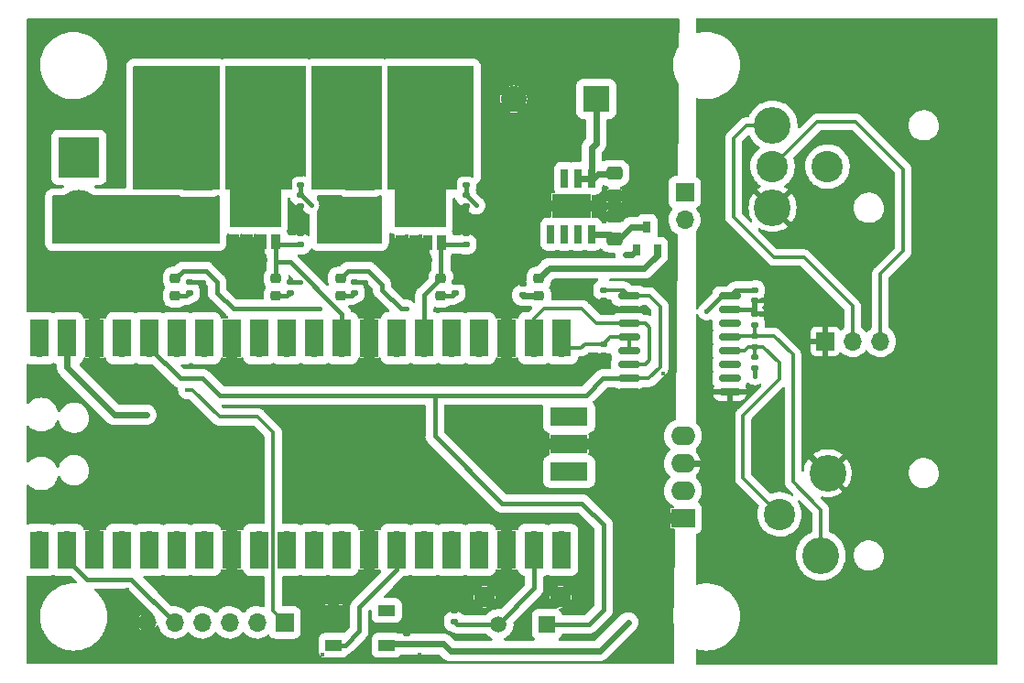
<source format=gbr>
%TF.GenerationSoftware,KiCad,Pcbnew,(6.0.0-0)*%
%TF.CreationDate,2022-10-24T17:37:49+01:00*%
%TF.ProjectId,PicoPyro,5069636f-5079-4726-9f2e-6b696361645f,rev?*%
%TF.SameCoordinates,Original*%
%TF.FileFunction,Copper,L1,Top*%
%TF.FilePolarity,Positive*%
%FSLAX46Y46*%
G04 Gerber Fmt 4.6, Leading zero omitted, Abs format (unit mm)*
G04 Created by KiCad (PCBNEW (6.0.0-0)) date 2022-10-24 17:37:49*
%MOMM*%
%LPD*%
G01*
G04 APERTURE LIST*
G04 Aperture macros list*
%AMRoundRect*
0 Rectangle with rounded corners*
0 $1 Rounding radius*
0 $2 $3 $4 $5 $6 $7 $8 $9 X,Y pos of 4 corners*
0 Add a 4 corners polygon primitive as box body*
4,1,4,$2,$3,$4,$5,$6,$7,$8,$9,$2,$3,0*
0 Add four circle primitives for the rounded corners*
1,1,$1+$1,$2,$3*
1,1,$1+$1,$4,$5*
1,1,$1+$1,$6,$7*
1,1,$1+$1,$8,$9*
0 Add four rect primitives between the rounded corners*
20,1,$1+$1,$2,$3,$4,$5,0*
20,1,$1+$1,$4,$5,$6,$7,0*
20,1,$1+$1,$6,$7,$8,$9,0*
20,1,$1+$1,$8,$9,$2,$3,0*%
G04 Aperture macros list end*
%TA.AperFunction,SMDPad,CuDef*%
%ADD10RoundRect,0.042000X-0.258000X0.833000X-0.258000X-0.833000X0.258000X-0.833000X0.258000X0.833000X0*%
%TD*%
%TA.AperFunction,SMDPad,CuDef*%
%ADD11R,3.630000X2.300000*%
%TD*%
%TA.AperFunction,ComponentPad*%
%ADD12R,1.500000X1.500000*%
%TD*%
%TA.AperFunction,ComponentPad*%
%ADD13C,1.500000*%
%TD*%
%TA.AperFunction,ComponentPad*%
%ADD14C,1.950000*%
%TD*%
%TA.AperFunction,SMDPad,CuDef*%
%ADD15R,0.650000X1.100000*%
%TD*%
%TA.AperFunction,SMDPad,CuDef*%
%ADD16R,0.850000X1.450000*%
%TD*%
%TA.AperFunction,SMDPad,CuDef*%
%ADD17R,0.850000X1.050000*%
%TD*%
%TA.AperFunction,SMDPad,CuDef*%
%ADD18R,4.700000X3.750000*%
%TD*%
%TA.AperFunction,ComponentPad*%
%ADD19R,2.400000X2.400000*%
%TD*%
%TA.AperFunction,ComponentPad*%
%ADD20C,2.400000*%
%TD*%
%TA.AperFunction,SMDPad,CuDef*%
%ADD21R,2.800000X2.150000*%
%TD*%
%TA.AperFunction,ComponentPad*%
%ADD22R,1.700000X1.700000*%
%TD*%
%TA.AperFunction,ComponentPad*%
%ADD23O,1.700000X1.700000*%
%TD*%
%TA.AperFunction,SMDPad,CuDef*%
%ADD24RoundRect,0.250000X0.475000X-0.337500X0.475000X0.337500X-0.475000X0.337500X-0.475000X-0.337500X0*%
%TD*%
%TA.AperFunction,SMDPad,CuDef*%
%ADD25R,3.500000X1.700000*%
%TD*%
%TA.AperFunction,SMDPad,CuDef*%
%ADD26R,1.700000X3.500000*%
%TD*%
%TA.AperFunction,ComponentPad*%
%ADD27C,4.000000*%
%TD*%
%TA.AperFunction,ComponentPad*%
%ADD28R,3.800000X3.800000*%
%TD*%
%TA.AperFunction,SMDPad,CuDef*%
%ADD29RoundRect,0.150000X-0.875000X-0.150000X0.875000X-0.150000X0.875000X0.150000X-0.875000X0.150000X0*%
%TD*%
%TA.AperFunction,SMDPad,CuDef*%
%ADD30RoundRect,0.135000X-0.185000X0.135000X-0.185000X-0.135000X0.185000X-0.135000X0.185000X0.135000X0*%
%TD*%
%TA.AperFunction,SMDPad,CuDef*%
%ADD31RoundRect,0.135000X0.185000X-0.135000X0.185000X0.135000X-0.185000X0.135000X-0.185000X-0.135000X0*%
%TD*%
%TA.AperFunction,ComponentPad*%
%ADD32R,2.250000X1.750000*%
%TD*%
%TA.AperFunction,ComponentPad*%
%ADD33O,2.250000X1.750000*%
%TD*%
%TA.AperFunction,ComponentPad*%
%ADD34C,3.400000*%
%TD*%
%TA.AperFunction,ComponentPad*%
%ADD35C,2.900000*%
%TD*%
%TA.AperFunction,SMDPad,CuDef*%
%ADD36RoundRect,0.218750X0.256250X-0.218750X0.256250X0.218750X-0.256250X0.218750X-0.256250X-0.218750X0*%
%TD*%
%TA.AperFunction,SMDPad,CuDef*%
%ADD37R,1.500000X1.000000*%
%TD*%
%TA.AperFunction,SMDPad,CuDef*%
%ADD38RoundRect,0.140000X0.170000X-0.140000X0.170000X0.140000X-0.170000X0.140000X-0.170000X-0.140000X0*%
%TD*%
%TA.AperFunction,SMDPad,CuDef*%
%ADD39RoundRect,0.140000X-0.170000X0.140000X-0.170000X-0.140000X0.170000X-0.140000X0.170000X0.140000X0*%
%TD*%
%TA.AperFunction,ViaPad*%
%ADD40C,0.400000*%
%TD*%
%TA.AperFunction,Conductor*%
%ADD41C,0.300000*%
%TD*%
%TA.AperFunction,Conductor*%
%ADD42C,0.600000*%
%TD*%
%TA.AperFunction,Conductor*%
%ADD43C,0.400000*%
%TD*%
G04 APERTURE END LIST*
D10*
%TO.P,U501,1,IN*%
%TO.N,Net-(C501-Pad2)*%
X178905000Y-73915000D03*
%TO.P,U501,2,EN*%
X177635000Y-73915000D03*
%TO.P,U501,3,RO/WDO*%
%TO.N,unconnected-(U501-Pad3)*%
X176365000Y-73915000D03*
%TO.P,U501,4,GND*%
%TO.N,GND*%
X175095000Y-73915000D03*
%TO.P,U501,5,RTH*%
%TO.N,unconnected-(U501-Pad5)*%
X175095000Y-79085000D03*
%TO.P,U501,6,WDI*%
%TO.N,unconnected-(U501-Pad6)*%
X176365000Y-79085000D03*
%TO.P,U501,7,NC*%
%TO.N,unconnected-(U501-Pad7)*%
X177635000Y-79085000D03*
%TO.P,U501,8,OUT*%
%TO.N,Net-(U501-Pad8)*%
X178905000Y-79085000D03*
D11*
%TO.P,U501,9,EXP*%
%TO.N,GND*%
X177000000Y-76500000D03*
%TD*%
D12*
%TO.P,S701,1,COM*%
%TO.N,+3V3*%
X174750000Y-115162500D03*
D13*
%TO.P,S701,2,NO*%
%TO.N,/BUTTON_MODE*%
X170250000Y-115162500D03*
D14*
%TO.P,S701,3,GND_1*%
%TO.N,GND*%
X176000000Y-112662500D03*
%TO.P,S701,4,GND_2*%
X169000000Y-112662500D03*
%TD*%
D15*
%TO.P,Q501,1*%
%TO.N,VBUS*%
X183040000Y-80550000D03*
%TO.P,Q501,2*%
%TO.N,+5V*%
X184960000Y-80550000D03*
%TO.P,Q501,3*%
%TO.N,Net-(U501-Pad8)*%
X184000000Y-78450000D03*
%TD*%
D16*
%TO.P,Q211,1,S_1*%
%TO.N,GND*%
X145895000Y-79837500D03*
%TO.P,Q211,2,S_2*%
X147165000Y-79837500D03*
%TO.P,Q211,3,S_3*%
X148435000Y-79837500D03*
%TO.P,Q211,4,G*%
%TO.N,/PYRO1_FIRE*%
X149705000Y-79837500D03*
D17*
%TO.P,Q211,5,D_1*%
%TO.N,Net-(J202-Pad1)*%
X149705000Y-74137500D03*
%TO.P,Q211,6,D_2*%
X148435000Y-74137500D03*
%TO.P,Q211,7,D_3*%
X147165000Y-74137500D03*
%TO.P,Q211,8,D_4*%
X145895000Y-74137500D03*
D18*
%TO.P,Q211,9,D_5*%
X147800000Y-76537500D03*
%TD*%
D16*
%TO.P,Q201,1,S_1*%
%TO.N,GND*%
X161155000Y-79850000D03*
%TO.P,Q201,2,S_2*%
X162425000Y-79850000D03*
%TO.P,Q201,3,S_3*%
X163695000Y-79850000D03*
%TO.P,Q201,4,G*%
%TO.N,/PYRO0_FIRE*%
X164965000Y-79850000D03*
D17*
%TO.P,Q201,5,D_1*%
%TO.N,Net-(J201-Pad1)*%
X164965000Y-74150000D03*
%TO.P,Q201,6,D_2*%
X163695000Y-74150000D03*
%TO.P,Q201,7,D_3*%
X162425000Y-74150000D03*
%TO.P,Q201,8,D_4*%
X161155000Y-74150000D03*
D18*
%TO.P,Q201,9,D_5*%
X163060000Y-76550000D03*
%TD*%
D19*
%TO.P,J501,1,1*%
%TO.N,Net-(C501-Pad2)*%
X179300000Y-66600000D03*
D20*
%TO.P,J501,2,2*%
%TO.N,GND*%
X171680000Y-66600000D03*
%TD*%
D19*
%TO.P,J202,1,1*%
%TO.N,Net-(J202-Pad1)*%
X148810000Y-66600000D03*
D20*
%TO.P,J202,2,2*%
%TO.N,Net-(J202-Pad2)*%
X141190000Y-66600000D03*
%TD*%
D19*
%TO.P,J201,1,1*%
%TO.N,Net-(J201-Pad1)*%
X164060000Y-66600000D03*
D20*
%TO.P,J201,2,2*%
%TO.N,Net-(J201-Pad2)*%
X156440000Y-66600000D03*
%TD*%
D21*
%TO.P,F211,1*%
%TO.N,Net-(J202-Pad2)*%
X142500000Y-74045000D03*
%TO.P,F211,2*%
%TO.N,/ARM*%
X142500000Y-78955000D03*
%TD*%
%TO.P,F201,1*%
%TO.N,Net-(J201-Pad2)*%
X157500000Y-74045000D03*
%TO.P,F201,2*%
%TO.N,/ARM*%
X157500000Y-78955000D03*
%TD*%
D22*
%TO.P,J503,1,Pin_1*%
%TO.N,VBUS*%
X187500000Y-75225000D03*
D23*
%TO.P,J503,2,Pin_2*%
%TO.N,+5V*%
X187500000Y-77765000D03*
%TD*%
D24*
%TO.P,C502,2*%
%TO.N,GND*%
X181000000Y-77462500D03*
%TO.P,C502,1*%
%TO.N,Net-(U501-Pad8)*%
X181000000Y-79537500D03*
%TD*%
%TO.P,C501,2*%
%TO.N,Net-(C501-Pad2)*%
X181000000Y-73462500D03*
%TO.P,C501,1*%
%TO.N,GND*%
X181000000Y-75537500D03*
%TD*%
D25*
%TO.P,U001,43,SWDIO*%
%TO.N,/DEBUG_DIO*%
X176800000Y-95960000D03*
D23*
X175900000Y-95960000D03*
D25*
%TO.P,U001,42,GND*%
%TO.N,GND*%
X176800000Y-98500000D03*
D22*
X175900000Y-98500000D03*
D23*
%TO.P,U001,41,SWCLK*%
%TO.N,/DEBUG_CLK*%
X175900000Y-101040000D03*
D25*
X176800000Y-101040000D03*
D26*
%TO.P,U001,40,VBUS*%
%TO.N,VBUS*%
X127870000Y-88710000D03*
D23*
X127870000Y-89610000D03*
%TO.P,U001,39,VSYS*%
%TO.N,+5V*%
X130410000Y-89610000D03*
D26*
X130410000Y-88710000D03*
D22*
%TO.P,U001,38,GND*%
%TO.N,GND*%
X132950000Y-89610000D03*
D26*
X132950000Y-88710000D03*
D23*
%TO.P,U001,37,3V3_EN*%
%TO.N,unconnected-(U001-Pad37)*%
X135490000Y-89610000D03*
D26*
X135490000Y-88710000D03*
%TO.P,U001,36,3V3*%
%TO.N,+3V3*%
X138030000Y-88710000D03*
D23*
X138030000Y-89610000D03*
%TO.P,U001,35,ADC_VREF*%
%TO.N,unconnected-(U001-Pad35)*%
X140570000Y-89610000D03*
D26*
X140570000Y-88710000D03*
D23*
%TO.P,U001,34,GPIO28_ADC2*%
%TO.N,unconnected-(U001-Pad34)*%
X143110000Y-89610000D03*
D26*
X143110000Y-88710000D03*
D22*
%TO.P,U001,33,AGND*%
%TO.N,GND*%
X145650000Y-89610000D03*
D26*
X145650000Y-88710000D03*
%TO.P,U001,32,GPIO27_ADC1*%
%TO.N,/PYRO1_MEASURE*%
X148190000Y-88710000D03*
D23*
X148190000Y-89610000D03*
D26*
%TO.P,U001,31,GPIO26_ADC0*%
%TO.N,/PYRO0_MEASURE*%
X150730000Y-88710000D03*
D23*
X150730000Y-89610000D03*
%TO.P,U001,30,RUN*%
%TO.N,unconnected-(U001-Pad30)*%
X153270000Y-89610000D03*
D26*
X153270000Y-88710000D03*
%TO.P,U001,29,GPIO22*%
%TO.N,/PYRO1_FIRE*%
X155810000Y-88710000D03*
D23*
X155810000Y-89610000D03*
D26*
%TO.P,U001,28,GND*%
%TO.N,GND*%
X158350000Y-88710000D03*
D22*
X158350000Y-89610000D03*
D26*
%TO.P,U001,27,GPIO21*%
%TO.N,/PYRO1_LED*%
X160890000Y-88710000D03*
D23*
X160890000Y-89610000D03*
%TO.P,U001,26,GPIO20*%
%TO.N,/PYRO0_FIRE*%
X163430000Y-89610000D03*
D26*
X163430000Y-88710000D03*
D23*
%TO.P,U001,25,GPIO19*%
%TO.N,/PYRO0_LED*%
X165970000Y-89610000D03*
D26*
X165970000Y-88710000D03*
%TO.P,U001,24,GPIO18*%
%TO.N,unconnected-(U001-Pad24)*%
X168510000Y-88710000D03*
D23*
X168510000Y-89610000D03*
D22*
%TO.P,U001,23,GND*%
%TO.N,GND*%
X171050000Y-89610000D03*
D26*
X171050000Y-88710000D03*
D23*
%TO.P,U001,22,GPIO17*%
%TO.N,/DMX_IO*%
X173590000Y-89610000D03*
D26*
X173590000Y-88710000D03*
D23*
%TO.P,U001,21,GPIO16*%
%TO.N,/DMX_RDM*%
X176130000Y-89610000D03*
D26*
X176130000Y-88710000D03*
D23*
%TO.P,U001,20,GPIO15*%
%TO.N,unconnected-(U001-Pad20)*%
X176130000Y-107390000D03*
D26*
X176130000Y-108290000D03*
%TO.P,U001,19,GPIO14*%
%TO.N,/BUTTON_MODE*%
X173590000Y-108290000D03*
D23*
X173590000Y-107390000D03*
D22*
%TO.P,U001,18,GND*%
%TO.N,GND*%
X171050000Y-107390000D03*
D26*
X171050000Y-108290000D03*
D23*
%TO.P,U001,17,GPIO13*%
%TO.N,unconnected-(U001-Pad17)*%
X168510000Y-107390000D03*
D26*
X168510000Y-108290000D03*
D23*
%TO.P,U001,16,GPIO12*%
%TO.N,unconnected-(U001-Pad16)*%
X165970000Y-107390000D03*
D26*
X165970000Y-108290000D03*
%TO.P,U001,15,GPIO11*%
%TO.N,unconnected-(U001-Pad15)*%
X163430000Y-108290000D03*
D23*
X163430000Y-107390000D03*
%TO.P,U001,14,GPIO10*%
%TO.N,/LED_STATUS*%
X160890000Y-107390000D03*
D26*
X160890000Y-108290000D03*
%TO.P,U001,13,GND*%
%TO.N,GND*%
X158350000Y-108290000D03*
D22*
X158350000Y-107390000D03*
D26*
%TO.P,U001,12,GPIO9*%
%TO.N,unconnected-(U001-Pad12)*%
X155810000Y-108290000D03*
D23*
X155810000Y-107390000D03*
%TO.P,U001,11,GPIO8*%
%TO.N,unconnected-(U001-Pad11)*%
X153270000Y-107390000D03*
D26*
X153270000Y-108290000D03*
%TO.P,U001,10,GPIO7*%
%TO.N,unconnected-(U001-Pad10)*%
X150730000Y-108290000D03*
D23*
X150730000Y-107390000D03*
%TO.P,U001,9,GPIO6*%
%TO.N,unconnected-(U001-Pad9)*%
X148190000Y-107390000D03*
D26*
X148190000Y-108290000D03*
%TO.P,U001,8,GND*%
%TO.N,GND*%
X145650000Y-108290000D03*
D22*
X145650000Y-107390000D03*
D23*
%TO.P,U001,7,GPIO5*%
%TO.N,unconnected-(U001-Pad7)*%
X143110000Y-107390000D03*
D26*
X143110000Y-108290000D03*
%TO.P,U001,6,GPIO4*%
%TO.N,unconnected-(U001-Pad6)*%
X140570000Y-108290000D03*
D23*
X140570000Y-107390000D03*
D26*
%TO.P,U001,5,GPIO3*%
%TO.N,unconnected-(U001-Pad5)*%
X138030000Y-108290000D03*
D23*
X138030000Y-107390000D03*
D26*
%TO.P,U001,4,GPIO2*%
%TO.N,unconnected-(U001-Pad4)*%
X135490000Y-108290000D03*
D23*
X135490000Y-107390000D03*
D22*
%TO.P,U001,3,GND*%
%TO.N,GND*%
X132950000Y-107390000D03*
D26*
X132950000Y-108290000D03*
%TO.P,U001,2,GPIO1*%
%TO.N,/UART0_RX*%
X130410000Y-108290000D03*
D23*
X130410000Y-107390000D03*
D26*
%TO.P,U001,1,GPIO0*%
%TO.N,/UART0_TX*%
X127870000Y-108290000D03*
D23*
X127870000Y-107390000D03*
%TD*%
D27*
%TO.P,J502,2,Pin_2*%
%TO.N,/ARM*%
X131500000Y-77000000D03*
D28*
%TO.P,J502,1,Pin_1*%
%TO.N,Net-(C501-Pad2)*%
X131500000Y-72000000D03*
%TD*%
D29*
%TO.P,U101,1,VDD1*%
%TO.N,+3V3*%
X182350000Y-84805000D03*
%TO.P,U101,2,GND1*%
%TO.N,GND*%
X182350000Y-86075000D03*
%TO.P,U101,3,RxD*%
%TO.N,/DMX_IO*%
X182350000Y-87345000D03*
%TO.P,U101,4,~{RE}*%
%TO.N,/DMX_RDM*%
X182350000Y-88615000D03*
%TO.P,U101,5,DE*%
X182350000Y-89885000D03*
%TO.P,U101,6,TxD*%
%TO.N,/DMX_IO*%
X182350000Y-91155000D03*
%TO.P,U101,7,PV*%
%TO.N,+3V3*%
X182350000Y-92425000D03*
%TO.P,U101,8,GND1*%
%TO.N,GND*%
X182350000Y-93695000D03*
%TO.P,U101,9,GND2*%
%TO.N,/GND_DMX*%
X191650000Y-93695000D03*
%TO.P,U101,10,NC*%
%TO.N,unconnected-(U101-Pad10)*%
X191650000Y-92425000D03*
%TO.P,U101,11,NC*%
%TO.N,unconnected-(U101-Pad11)*%
X191650000Y-91155000D03*
%TO.P,U101,12,A*%
%TO.N,Net-(J101-Pad3)*%
X191650000Y-89885000D03*
%TO.P,U101,13,B*%
%TO.N,Net-(J101-Pad2)*%
X191650000Y-88615000D03*
%TO.P,U101,14,NC*%
%TO.N,unconnected-(U101-Pad14)*%
X191650000Y-87345000D03*
%TO.P,U101,15,GND2*%
%TO.N,/GND_DMX*%
X191650000Y-86075000D03*
%TO.P,U101,16,VDD2*%
%TO.N,/5V_DMX*%
X191650000Y-84805000D03*
%TD*%
D30*
%TO.P,R701,2*%
%TO.N,/BUTTON_MODE*%
X166200000Y-114910000D03*
%TO.P,R701,1*%
%TO.N,GND*%
X166200000Y-113890000D03*
%TD*%
D31*
%TO.P,R601,2*%
%TO.N,GND*%
X172499999Y-83702501D03*
%TO.P,R601,1*%
%TO.N,Net-(D601-Pad1)*%
X172499999Y-84722501D03*
%TD*%
%TO.P,R411,2*%
%TO.N,GND*%
X141700000Y-83490000D03*
%TO.P,R411,1*%
%TO.N,Net-(D411-Pad1)*%
X141700000Y-84510000D03*
%TD*%
%TO.P,R401,2*%
%TO.N,GND*%
X156960000Y-83490000D03*
%TO.P,R401,1*%
%TO.N,Net-(D401-Pad1)*%
X156960000Y-84510000D03*
%TD*%
%TO.P,R214,1*%
%TO.N,GND*%
X152000000Y-76510000D03*
%TO.P,R214,2*%
%TO.N,/PYRO1_MEASURE*%
X152000000Y-75490000D03*
%TD*%
D30*
%TO.P,R213,1*%
%TO.N,Net-(J202-Pad1)*%
X152000000Y-73490000D03*
%TO.P,R213,2*%
%TO.N,/PYRO1_MEASURE*%
X152000000Y-74510000D03*
%TD*%
D31*
%TO.P,R212,1*%
%TO.N,Net-(D211-Pad1)*%
X151000000Y-84510000D03*
%TO.P,R212,2*%
%TO.N,GND*%
X151000000Y-83490000D03*
%TD*%
D30*
%TO.P,R211,1*%
%TO.N,GND*%
X152000000Y-78999999D03*
%TO.P,R211,2*%
%TO.N,/PYRO1_FIRE*%
X152000000Y-80019999D03*
%TD*%
D31*
%TO.P,R204,1*%
%TO.N,GND*%
X167260000Y-76510000D03*
%TO.P,R204,2*%
%TO.N,/PYRO0_MEASURE*%
X167260000Y-75490000D03*
%TD*%
D30*
%TO.P,R203,2*%
%TO.N,/PYRO0_MEASURE*%
X167260000Y-74510000D03*
%TO.P,R203,1*%
%TO.N,Net-(J201-Pad1)*%
X167260000Y-73490000D03*
%TD*%
D31*
%TO.P,R202,1*%
%TO.N,Net-(D201-Pad1)*%
X166260000Y-84510000D03*
%TO.P,R202,2*%
%TO.N,GND*%
X166260000Y-83490000D03*
%TD*%
D30*
%TO.P,R201,2*%
%TO.N,/PYRO0_FIRE*%
X167260000Y-80019999D03*
%TO.P,R201,1*%
%TO.N,GND*%
X167260000Y-78999999D03*
%TD*%
D31*
%TO.P,R104,1*%
%TO.N,Net-(J101-Pad2)*%
X194000000Y-87510000D03*
%TO.P,R104,2*%
%TO.N,/GND_DMX*%
X194000000Y-86490000D03*
%TD*%
%TO.P,R103,2*%
%TO.N,Net-(J101-Pad3)*%
X194000000Y-90490000D03*
%TO.P,R103,1*%
%TO.N,/5V_DMX*%
X194000000Y-91510000D03*
%TD*%
%TO.P,R102,2*%
%TO.N,Net-(J101-Pad2)*%
X194000000Y-88490000D03*
%TO.P,R102,1*%
%TO.N,Net-(J101-Pad3)*%
X194000000Y-89510000D03*
%TD*%
D30*
%TO.P,R101,2*%
%TO.N,GND*%
X180000000Y-90260000D03*
%TO.P,R101,1*%
%TO.N,/DMX_RDM*%
X180000000Y-89240000D03*
%TD*%
D32*
%TO.P,PS101,1,-Vin*%
%TO.N,GND*%
X187342500Y-105357500D03*
D33*
%TO.P,PS101,2,+Vin*%
%TO.N,+5V*%
X187342500Y-102817500D03*
%TO.P,PS101,3,-Vout*%
%TO.N,/GND_DMX*%
X187342500Y-100277500D03*
%TO.P,PS101,4,+Vout*%
%TO.N,/5V_DMX*%
X187342500Y-97737500D03*
%TD*%
D22*
%TO.P,J103,1,Pin_1*%
%TO.N,/GND_DMX*%
X200475000Y-89000000D03*
D23*
%TO.P,J103,2,Pin_2*%
%TO.N,Net-(J101-Pad2)*%
X203015000Y-89000000D03*
%TO.P,J103,3,Pin_3*%
%TO.N,Net-(J101-Pad3)*%
X205555000Y-89000000D03*
%TD*%
D34*
%TO.P,J102,2*%
%TO.N,Net-(J101-Pad2)*%
X195610000Y-69040000D03*
%TO.P,J102,1*%
%TO.N,/GND_DMX*%
X195610000Y-76660000D03*
D35*
%TO.P,J102,3*%
%TO.N,Net-(J101-Pad3)*%
X195610000Y-72850000D03*
%TO.P,J102,G*%
%TO.N,N/C*%
X200690000Y-72850000D03*
%TD*%
%TO.P,J101,3*%
%TO.N,Net-(J101-Pad3)*%
X196250000Y-105000000D03*
D34*
%TO.P,J101,2*%
%TO.N,Net-(J101-Pad2)*%
X200065000Y-108810000D03*
%TO.P,J101,1*%
%TO.N,/GND_DMX*%
X200700000Y-101190000D03*
%TD*%
D23*
%TO.P,J001,6,Pin_6*%
%TO.N,GND*%
X137800000Y-115000000D03*
%TO.P,J001,5,Pin_5*%
%TO.N,/UART0_RX*%
X140340000Y-115000000D03*
%TO.P,J001,4,Pin_4*%
%TO.N,/UART0_TX*%
X142880000Y-115000000D03*
%TO.P,J001,3,Pin_3*%
%TO.N,/DEBUG_DIO*%
X145420000Y-115000000D03*
%TO.P,J001,2,Pin_2*%
%TO.N,/DEBUG_CLK*%
X147960000Y-115000000D03*
D22*
%TO.P,J001,1,Pin_1*%
%TO.N,VBUS*%
X150500000Y-115000000D03*
%TD*%
D36*
%TO.P,D601,1,K*%
%TO.N,Net-(D601-Pad1)*%
X174000000Y-84787500D03*
%TO.P,D601,2,A*%
%TO.N,+5V*%
X174000000Y-83212500D03*
%TD*%
%TO.P,D411,1,K*%
%TO.N,Net-(D411-Pad1)*%
X140400000Y-84787500D03*
%TO.P,D411,2,A*%
%TO.N,/PYRO1_LED*%
X140400000Y-83212500D03*
%TD*%
%TO.P,D401,1,K*%
%TO.N,Net-(D401-Pad1)*%
X155660000Y-84787500D03*
%TO.P,D401,2,A*%
%TO.N,/PYRO0_LED*%
X155660000Y-83212500D03*
%TD*%
D37*
%TO.P,D301,1,VDD*%
%TO.N,+5V*%
X159950000Y-117100000D03*
%TO.P,D301,2,DOUT*%
%TO.N,unconnected-(D301-Pad2)*%
X159950000Y-113900000D03*
%TO.P,D301,4,DIN*%
%TO.N,/LED_STATUS*%
X155050000Y-117100000D03*
%TO.P,D301,3,VSS*%
%TO.N,GND*%
X155050000Y-113900000D03*
%TD*%
D36*
%TO.P,D211,1,K*%
%TO.N,Net-(D211-Pad1)*%
X149700000Y-84787500D03*
%TO.P,D211,2,A*%
%TO.N,/PYRO1_FIRE*%
X149700000Y-83212500D03*
%TD*%
%TO.P,D201,2,A*%
%TO.N,/PYRO0_FIRE*%
X164960000Y-83212500D03*
%TO.P,D201,1,K*%
%TO.N,Net-(D201-Pad1)*%
X164960000Y-84787500D03*
%TD*%
D38*
%TO.P,C301,2*%
%TO.N,GND*%
X161750000Y-116040000D03*
%TO.P,C301,1*%
%TO.N,+5V*%
X161750000Y-117000000D03*
%TD*%
D39*
%TO.P,C102,1*%
%TO.N,/5V_DMX*%
X194000000Y-84270000D03*
%TO.P,C102,2*%
%TO.N,/GND_DMX*%
X194000000Y-85230000D03*
%TD*%
%TO.P,C101,1*%
%TO.N,+3V3*%
X180000000Y-84270000D03*
%TO.P,C101,2*%
%TO.N,GND*%
X180000000Y-85230000D03*
%TD*%
D40*
%TO.N,+5V*%
X137700000Y-95800000D03*
%TO.N,/ARM*%
X142500000Y-77000000D03*
%TO.N,GND*%
X159000000Y-81000000D03*
X156500000Y-81000000D03*
X154000000Y-82000000D03*
X170500000Y-85500000D03*
X173000000Y-80000000D03*
X173000000Y-77000000D03*
X183500000Y-75000000D03*
%TO.N,/GND_DMX*%
X195000000Y-96000000D03*
X195500000Y-101500000D03*
%TO.N,GND*%
X145000000Y-111500000D03*
X143000000Y-112000000D03*
X153500000Y-115500000D03*
X159000000Y-115500000D03*
X167500000Y-116500000D03*
X166500000Y-112500000D03*
X164500000Y-114500000D03*
X164000000Y-112000000D03*
X182000000Y-107000000D03*
X182000000Y-98500000D03*
X182000000Y-95500000D03*
X182000000Y-102500000D03*
X180500000Y-97500000D03*
X184000000Y-61000000D03*
X178000000Y-61000000D03*
X166000000Y-61000000D03*
X163000000Y-61000000D03*
X175000000Y-61000000D03*
X160000000Y-61000000D03*
X181000000Y-61000000D03*
X172000000Y-61000000D03*
X169000000Y-61000000D03*
X154000000Y-61000000D03*
X139000000Y-61000000D03*
X142000000Y-61000000D03*
X148000000Y-61000000D03*
X151000000Y-61000000D03*
X145000000Y-61000000D03*
X157000000Y-61000000D03*
X136000000Y-61000000D03*
X128000000Y-69500000D03*
X128000000Y-75500000D03*
X128000000Y-81500000D03*
X128000000Y-72500000D03*
X128000000Y-78500000D03*
%TO.N,VBUS*%
X141500000Y-93500000D03*
X182000000Y-81000000D03*
%TO.N,GND*%
X179000000Y-85000000D03*
X178000000Y-84000000D03*
X176500000Y-84500000D03*
X175500000Y-83500000D03*
%TO.N,+5V*%
X184500000Y-81500000D03*
X183750000Y-82250000D03*
%TO.N,GND*%
X152000000Y-77390000D03*
%TO.N,/GND_DMX*%
X196000000Y-111500000D03*
X193000000Y-82000000D03*
X203500000Y-83000000D03*
X197500000Y-87500000D03*
X199500000Y-85500000D03*
X197000000Y-84500000D03*
X203000000Y-93500000D03*
X203000000Y-98000000D03*
X201000000Y-97000000D03*
X205000000Y-74500000D03*
X205000000Y-79000000D03*
X199500000Y-79500000D03*
X203000000Y-80500000D03*
X200500000Y-77500000D03*
X210500000Y-64000000D03*
X205500000Y-66500000D03*
X204500000Y-63000000D03*
X198500000Y-63000000D03*
X200000000Y-66500000D03*
X211000000Y-77000000D03*
X212500000Y-72500000D03*
X210000000Y-82000000D03*
X211500000Y-98000000D03*
X208000000Y-97000000D03*
X205500000Y-114500000D03*
X212500000Y-107500000D03*
X211500000Y-87500000D03*
X208000000Y-87000000D03*
X213000000Y-82500000D03*
X211500000Y-93000000D03*
X208000000Y-106500000D03*
X209500000Y-112000000D03*
X201500000Y-113000000D03*
%TO.N,GND*%
X133500000Y-103500000D03*
X181500000Y-112000000D03*
X180500000Y-100000000D03*
X171000000Y-100500000D03*
X171000000Y-97500000D03*
X168000000Y-98500000D03*
X157000000Y-98000000D03*
X154500000Y-103500000D03*
X158000000Y-103500000D03*
X153000000Y-98500000D03*
X151000000Y-102000000D03*
X168000000Y-104500000D03*
X159000000Y-99500000D03*
X144000000Y-101500000D03*
X146500000Y-100000000D03*
X148500000Y-104000000D03*
X163000000Y-102000000D03*
X140500000Y-101000000D03*
X141500000Y-99000000D03*
X138000000Y-103000000D03*
X137500000Y-99500000D03*
%TO.N,/ARM*%
X135000000Y-79000000D03*
X135000000Y-76000000D03*
X136000000Y-77500000D03*
%TO.N,GND*%
X168500000Y-85000000D03*
X170000000Y-83000000D03*
X170000000Y-80000000D03*
X170000000Y-77000000D03*
X173000000Y-74000000D03*
X170000000Y-74000000D03*
X137000000Y-84500000D03*
X134000000Y-84500000D03*
X131000000Y-84500000D03*
X128000000Y-84500000D03*
X128000000Y-92000000D03*
X128000000Y-98500000D03*
X128000000Y-105000000D03*
%TO.N,/GND_DMX*%
X190500000Y-97000000D03*
X190500000Y-100000000D03*
X190500000Y-103000000D03*
X190500000Y-106000000D03*
X190500000Y-109000000D03*
X192000000Y-111000000D03*
X194000000Y-114000000D03*
X193000000Y-118000000D03*
X195500000Y-117000000D03*
X210500000Y-117000000D03*
X198500000Y-117000000D03*
X207500000Y-117000000D03*
X201500000Y-117000000D03*
X204500000Y-117000000D03*
X213500000Y-117000000D03*
X192500000Y-67000000D03*
X194000000Y-65000000D03*
X194500000Y-62500000D03*
X195500000Y-61000000D03*
X198500000Y-61000000D03*
X201500000Y-61000000D03*
X204500000Y-61000000D03*
X207500000Y-61000000D03*
X210500000Y-61000000D03*
X213500000Y-61000000D03*
X214500000Y-116000000D03*
X214500000Y-98000000D03*
X214500000Y-107000000D03*
X214500000Y-104000000D03*
X214500000Y-101000000D03*
X214500000Y-113000000D03*
X214500000Y-110000000D03*
X214500000Y-89000000D03*
X214500000Y-92000000D03*
X214500000Y-95000000D03*
X214500000Y-68000000D03*
X214500000Y-65000000D03*
X214500000Y-62000000D03*
X214500000Y-74000000D03*
X214500000Y-83000000D03*
X214500000Y-86000000D03*
X214500000Y-80000000D03*
X214500000Y-71000000D03*
X214500000Y-77000000D03*
X190000000Y-83000000D03*
X190000000Y-80000000D03*
X190000000Y-77000000D03*
X190000000Y-74000000D03*
X190000000Y-71000000D03*
X190000000Y-68000000D03*
%TO.N,GND*%
X185500000Y-65000000D03*
X185500000Y-62000000D03*
X182500000Y-118000000D03*
X185500000Y-71000000D03*
X185500000Y-68000000D03*
X185500000Y-74000000D03*
X185500000Y-83000000D03*
X185500000Y-92000000D03*
X185500000Y-95000000D03*
X185500000Y-106000000D03*
X185500000Y-109000000D03*
X185500000Y-112000000D03*
X185500000Y-115000000D03*
%TO.N,/GND_DMX*%
X189500000Y-118000000D03*
%TO.N,GND*%
X185500000Y-118000000D03*
X136000000Y-112000000D03*
X136000000Y-115000000D03*
X163000000Y-118000000D03*
X157000000Y-118000000D03*
X154000000Y-118000000D03*
X148000000Y-84500000D03*
X146500000Y-84500000D03*
X151000000Y-118000000D03*
X148000000Y-118000000D03*
X145000000Y-118000000D03*
X142000000Y-118000000D03*
X139000000Y-118000000D03*
X136000000Y-118000000D03*
%TO.N,+5V*%
X182250000Y-115000000D03*
X181250000Y-116000000D03*
%TO.N,/5V_DMX*%
X194000000Y-92250000D03*
X189500000Y-86250000D03*
%TO.N,/ARM*%
X154500000Y-77500000D03*
X155000000Y-79000000D03*
X159000000Y-76000000D03*
X156500000Y-77500000D03*
X157000000Y-76000000D03*
X158500000Y-77500000D03*
X155000000Y-76000000D03*
X139000000Y-79000000D03*
X137000000Y-79000000D03*
X137000000Y-76000000D03*
X139000000Y-76000000D03*
X138500000Y-77500000D03*
X141000000Y-76000000D03*
X140500000Y-77500000D03*
X143000000Y-76000000D03*
%TO.N,/PYRO0_LED*%
X161750000Y-86000000D03*
%TO.N,/PYRO1_LED*%
X153750000Y-86000000D03*
%TO.N,GND*%
X145250000Y-83500000D03*
X144750000Y-82500000D03*
X146500000Y-82500000D03*
X145250000Y-81500000D03*
X147000000Y-83500000D03*
X147000000Y-81500000D03*
X148000000Y-82500000D03*
X148750000Y-81500000D03*
X163500000Y-82500000D03*
X160000000Y-82500000D03*
X162250000Y-83500000D03*
X160500000Y-83500000D03*
X161750000Y-82500000D03*
X160500000Y-81500000D03*
X162250000Y-81500000D03*
X164000000Y-81500000D03*
X167490000Y-83490000D03*
X157990000Y-83490000D03*
X142990000Y-83490000D03*
X151990000Y-83490000D03*
%TO.N,/PYRO0_MEASURE*%
X168200000Y-76434075D03*
%TO.N,/PYRO1_MEASURE*%
X153000000Y-76434075D03*
%TO.N,GND*%
X167260000Y-78190000D03*
X152000000Y-78190000D03*
X167260000Y-77390000D03*
%TD*%
D41*
%TO.N,VBUS*%
X150500000Y-115000000D02*
X149450000Y-113950000D01*
X149425000Y-97425000D02*
X148000000Y-96000000D01*
X149450000Y-97450000D02*
X149425000Y-97425000D01*
X149450000Y-113950000D02*
X149450000Y-97450000D01*
D42*
%TO.N,+5V*%
X130410000Y-89610000D02*
X130410000Y-91410000D01*
X130410000Y-91410000D02*
X134800000Y-95800000D01*
X134800000Y-95800000D02*
X137700000Y-95800000D01*
D41*
%TO.N,VBUS*%
X144500000Y-96000000D02*
X142000000Y-93500000D01*
X142000000Y-93500000D02*
X141500000Y-93500000D01*
X148000000Y-96000000D02*
X144500000Y-96000000D01*
D43*
%TO.N,+3V3*%
X138030000Y-89610000D02*
X140845000Y-92425000D01*
X140845000Y-92425000D02*
X142925000Y-92425000D01*
X142925000Y-92425000D02*
X144500000Y-94000000D01*
X144500000Y-94000000D02*
X164500000Y-94000000D01*
X164500000Y-94000000D02*
X178350000Y-94000000D01*
X164375000Y-97775000D02*
X164375000Y-94125000D01*
X164375000Y-94125000D02*
X164500000Y-94000000D01*
X182350000Y-92425000D02*
X179925000Y-92425000D01*
X178350000Y-94000000D02*
X179925000Y-92425000D01*
D42*
%TO.N,VBUS*%
X182000000Y-81000000D02*
X182590000Y-81000000D01*
X182590000Y-81000000D02*
X183040000Y-80550000D01*
%TO.N,+5V*%
X183750000Y-82250000D02*
X174962500Y-82250000D01*
X174962500Y-82250000D02*
X174000000Y-83212500D01*
D41*
%TO.N,+3V3*%
X182350000Y-84805000D02*
X181815000Y-84270000D01*
D42*
%TO.N,+5V*%
X184500000Y-81500000D02*
X183750000Y-82250000D01*
X184960000Y-80550000D02*
X184960000Y-81040000D01*
X184960000Y-81040000D02*
X184500000Y-81500000D01*
%TO.N,Net-(U501-Pad8)*%
X181000000Y-79537500D02*
X181462500Y-79537500D01*
X181462500Y-79537500D02*
X182550000Y-78450000D01*
X182550000Y-78450000D02*
X184000000Y-78450000D01*
X178905000Y-79085000D02*
X180547500Y-79085000D01*
X180547500Y-79085000D02*
X181000000Y-79537500D01*
%TO.N,Net-(D601-Pad1)*%
X174000000Y-84787500D02*
X172564998Y-84787500D01*
X172564998Y-84787500D02*
X172499999Y-84722501D01*
D41*
%TO.N,/DMX_IO*%
X173590000Y-86910000D02*
X174500000Y-86000000D01*
X174500000Y-86000000D02*
X178000000Y-86000000D01*
X178000000Y-86000000D02*
X179345000Y-87345000D01*
D42*
%TO.N,Net-(C501-Pad2)*%
X179500000Y-73500000D02*
X180962500Y-73500000D01*
X180962500Y-73500000D02*
X181000000Y-73462500D01*
X178905000Y-73915000D02*
X179085000Y-73915000D01*
X179085000Y-73915000D02*
X179500000Y-73500000D01*
X178905000Y-73915000D02*
X177635000Y-73915000D01*
%TO.N,+5V*%
X179625000Y-117625000D02*
X182250000Y-115000000D01*
X179625000Y-117625000D02*
X165825000Y-117625000D01*
X165825000Y-117625000D02*
X165200000Y-117000000D01*
X161750000Y-117000000D02*
X165200000Y-117000000D01*
D43*
%TO.N,+3V3*%
X174750000Y-115162500D02*
X178637500Y-115162500D01*
X178637500Y-115162500D02*
X180000000Y-113800000D01*
%TO.N,/BUTTON_MODE*%
X170250000Y-115162500D02*
X166452500Y-115162500D01*
X166452500Y-115162500D02*
X166200000Y-114910000D01*
X173590000Y-107390000D02*
X173590000Y-111822500D01*
X173590000Y-111822500D02*
X170250000Y-115162500D01*
%TO.N,Net-(D201-Pad1)*%
X164960000Y-84787500D02*
X165982500Y-84787500D01*
X165982500Y-84787500D02*
X166260000Y-84510000D01*
D41*
%TO.N,Net-(J101-Pad3)*%
X205555000Y-89000000D02*
X205555000Y-82795000D01*
X205555000Y-82795000D02*
X207700000Y-80650000D01*
X207700000Y-80650000D02*
X207700000Y-73100000D01*
X203300000Y-68700000D02*
X199760000Y-68700000D01*
X207700000Y-73100000D02*
X203300000Y-68700000D01*
X199760000Y-68700000D02*
X195610000Y-72850000D01*
X194000000Y-89510000D02*
X194750000Y-89510000D01*
X196250000Y-92500000D02*
X192900000Y-95850000D01*
X194750000Y-89510000D02*
X196250000Y-91010000D01*
X192900000Y-95850000D02*
X192900000Y-101650000D01*
X196250000Y-91010000D02*
X196250000Y-92500000D01*
X192900000Y-101650000D02*
X196250000Y-105000000D01*
X191650000Y-89885000D02*
X193015000Y-89885000D01*
X193015000Y-89885000D02*
X193390000Y-89510000D01*
X193390000Y-89510000D02*
X194000000Y-89510000D01*
D42*
%TO.N,/GND_DMX*%
X187342500Y-100277500D02*
X189477500Y-100277500D01*
D43*
%TO.N,/LED_STATUS*%
X155050000Y-117100000D02*
X156100000Y-117100000D01*
X156100000Y-117100000D02*
X157400000Y-115800000D01*
X157400000Y-115800000D02*
X157400000Y-113600000D01*
X157400000Y-113600000D02*
X160890000Y-110110000D01*
X160890000Y-110110000D02*
X160890000Y-107390000D01*
D42*
%TO.N,Net-(C501-Pad2)*%
X178905000Y-71095000D02*
X179300000Y-70700000D01*
X179300000Y-70700000D02*
X179300000Y-66600000D01*
X178905000Y-73915000D02*
X178905000Y-71095000D01*
D43*
%TO.N,+3V3*%
X178000000Y-104000000D02*
X180000000Y-106000000D01*
X164375000Y-97775000D02*
X170600000Y-104000000D01*
X170600000Y-104000000D02*
X178000000Y-104000000D01*
X180000000Y-106000000D02*
X180000000Y-113800000D01*
D41*
X185200000Y-91400000D02*
X184175000Y-92425000D01*
X184175000Y-92425000D02*
X182350000Y-92425000D01*
X182350000Y-84805000D02*
X184205000Y-84805000D01*
X184205000Y-84805000D02*
X185200000Y-85800000D01*
X185200000Y-85800000D02*
X185200000Y-91400000D01*
D42*
%TO.N,+5V*%
X161750000Y-117000000D02*
X160050000Y-117000000D01*
X160050000Y-117000000D02*
X159950000Y-117100000D01*
%TO.N,GND*%
X187342500Y-105357500D02*
X184142500Y-105357500D01*
D41*
%TO.N,/DMX_RDM*%
X182350000Y-88615000D02*
X180625000Y-88615000D01*
X180625000Y-88615000D02*
X180000000Y-89240000D01*
X180000000Y-89240000D02*
X178260000Y-89240000D01*
X178260000Y-89240000D02*
X177890000Y-89610000D01*
X177890000Y-89610000D02*
X176130000Y-89610000D01*
%TO.N,/DMX_IO*%
X173590000Y-89610000D02*
X173590000Y-86910000D01*
X179345000Y-87345000D02*
X182350000Y-87345000D01*
X184250000Y-87750000D02*
X184250000Y-90750000D01*
X182350000Y-91155000D02*
X183845000Y-91155000D01*
X183845000Y-91155000D02*
X184250000Y-90750000D01*
X182350000Y-87345000D02*
X183845000Y-87345000D01*
X183845000Y-87345000D02*
X184250000Y-87750000D01*
%TO.N,+3V3*%
X181815000Y-84270000D02*
X180000000Y-84270000D01*
D43*
%TO.N,/5V_DMX*%
X191650000Y-84805000D02*
X192185000Y-84270000D01*
X192185000Y-84270000D02*
X194000000Y-84270000D01*
%TO.N,/GND_DMX*%
X191650000Y-86075000D02*
X193585000Y-86075000D01*
X193585000Y-86075000D02*
X194000000Y-86490000D01*
%TO.N,/5V_DMX*%
X194000000Y-91510000D02*
X194000000Y-92250000D01*
D41*
%TO.N,Net-(J101-Pad2)*%
X197500000Y-90250000D02*
X197500000Y-91240000D01*
X194000000Y-88490000D02*
X195740000Y-88490000D01*
X195740000Y-88490000D02*
X197500000Y-90250000D01*
%TO.N,Net-(J101-Pad3)*%
X194000000Y-89510000D02*
X194000000Y-90490000D01*
%TO.N,Net-(J101-Pad2)*%
X194000000Y-88490000D02*
X194000000Y-87510000D01*
X194000000Y-88490000D02*
X191775000Y-88490000D01*
X191775000Y-88490000D02*
X191650000Y-88615000D01*
D43*
%TO.N,/5V_DMX*%
X189500000Y-86250000D02*
X190945000Y-84805000D01*
X190945000Y-84805000D02*
X191650000Y-84805000D01*
D41*
%TO.N,Net-(J101-Pad2)*%
X198500000Y-81250000D02*
X202750000Y-85500000D01*
X203015000Y-89000000D02*
X203015000Y-85765000D01*
X203015000Y-85765000D02*
X202750000Y-85500000D01*
X195750000Y-81250000D02*
X198500000Y-81250000D01*
X192000000Y-70250000D02*
X192000000Y-77500000D01*
X192000000Y-77500000D02*
X195750000Y-81250000D01*
X195610000Y-69040000D02*
X193210000Y-69040000D01*
X193210000Y-69040000D02*
X192000000Y-70250000D01*
%TO.N,/DMX_RDM*%
X182350000Y-88615000D02*
X182350000Y-89885000D01*
%TO.N,Net-(J101-Pad2)*%
X197500000Y-102000000D02*
X199750000Y-104250000D01*
X200065000Y-108810000D02*
X200065000Y-104565000D01*
X200065000Y-104565000D02*
X199750000Y-104250000D01*
X197500000Y-91240000D02*
X197500000Y-102000000D01*
D43*
%TO.N,/UART0_RX*%
X140340000Y-115000000D02*
X136340000Y-111000000D01*
X136340000Y-111000000D02*
X132260978Y-111000000D01*
X132260978Y-111000000D02*
X130410000Y-109149022D01*
X130410000Y-109149022D02*
X130410000Y-107390000D01*
%TO.N,/PYRO0_LED*%
X159500000Y-84250000D02*
X161250000Y-86000000D01*
X161250000Y-86000000D02*
X161750000Y-86000000D01*
X158250000Y-82500000D02*
X159500000Y-83750000D01*
X159500000Y-83750000D02*
X159500000Y-84250000D01*
X155660000Y-83212500D02*
X156372500Y-82500000D01*
X156372500Y-82500000D02*
X158250000Y-82500000D01*
%TO.N,/PYRO1_LED*%
X140400000Y-83212500D02*
X141112500Y-82500000D01*
X141112500Y-82500000D02*
X143250000Y-82500000D01*
X143250000Y-82500000D02*
X144250000Y-83500000D01*
X144250000Y-83500000D02*
X144250000Y-84500000D01*
X144250000Y-84500000D02*
X145750000Y-86000000D01*
X145750000Y-86000000D02*
X153750000Y-86000000D01*
%TO.N,/PYRO1_FIRE*%
X149700000Y-81700000D02*
X151047849Y-81700000D01*
X155810000Y-86462151D02*
X155810000Y-89610000D01*
X151047849Y-81700000D02*
X155810000Y-86462151D01*
%TO.N,/PYRO0_FIRE*%
X164960000Y-83212500D02*
X163430000Y-84742500D01*
X163430000Y-84742500D02*
X163430000Y-89610000D01*
%TO.N,/PYRO1_FIRE*%
X149700000Y-83212500D02*
X149700000Y-81700000D01*
X149700000Y-81700000D02*
X149700000Y-79842500D01*
X149700000Y-79842500D02*
X149705000Y-79837500D01*
X149887499Y-80019999D02*
X149705000Y-79837500D01*
X152000000Y-80019999D02*
X149887499Y-80019999D01*
%TO.N,/PYRO0_FIRE*%
X164960000Y-83212500D02*
X164960000Y-79855000D01*
X164960000Y-79855000D02*
X164965000Y-79850000D01*
%TO.N,GND*%
X141700000Y-83490000D02*
X142990000Y-83490000D01*
X166260000Y-83490000D02*
X167490000Y-83490000D01*
X156960000Y-83490000D02*
X157990000Y-83490000D01*
X151000000Y-83490000D02*
X151990000Y-83490000D01*
%TO.N,/PYRO0_MEASURE*%
X167255925Y-75490000D02*
X168200000Y-76434075D01*
%TO.N,/PYRO1_MEASURE*%
X152055925Y-75490000D02*
X153000000Y-76434075D01*
X152000000Y-75490000D02*
X152055925Y-75490000D01*
%TO.N,Net-(D401-Pad1)*%
X155660000Y-84787500D02*
X156682500Y-84787500D01*
X156682500Y-84787500D02*
X156960000Y-84510000D01*
%TO.N,Net-(D211-Pad1)*%
X149700000Y-84787500D02*
X150722500Y-84787500D01*
X150722500Y-84787500D02*
X151000000Y-84510000D01*
%TO.N,Net-(D411-Pad1)*%
X140400000Y-84787500D02*
X141422500Y-84787500D01*
X141422500Y-84787500D02*
X141700000Y-84510000D01*
%TO.N,/PYRO0_FIRE*%
X167260000Y-80019999D02*
X165134999Y-80019999D01*
X165134999Y-80019999D02*
X164965000Y-79850000D01*
%TO.N,GND*%
X167260000Y-78999999D02*
X167260000Y-78190000D01*
X152000000Y-78999999D02*
X152000000Y-78190000D01*
X167260000Y-76510000D02*
X167260000Y-77390000D01*
X152000000Y-76510000D02*
X152000000Y-77390000D01*
%TO.N,/PYRO0_MEASURE*%
X167260000Y-74510000D02*
X167260000Y-75490000D01*
%TO.N,/PYRO1_MEASURE*%
X152000000Y-74510000D02*
X152000000Y-75490000D01*
%TO.N,Net-(J201-Pad1)*%
X164965000Y-74150000D02*
X165625000Y-73490000D01*
X165625000Y-73490000D02*
X167260000Y-73490000D01*
%TO.N,Net-(J202-Pad1)*%
X149705000Y-74137500D02*
X150352500Y-73490000D01*
X150352500Y-73490000D02*
X152000000Y-73490000D01*
%TD*%
%TA.AperFunction,Conductor*%
%TO.N,GND*%
G36*
X186931827Y-59170002D02*
G01*
X186978320Y-59223658D01*
X186989702Y-59277016D01*
X186970416Y-61668336D01*
X186947948Y-61739139D01*
X186917482Y-61783057D01*
X186852071Y-61877347D01*
X186685402Y-62187532D01*
X186554919Y-62514590D01*
X186462299Y-62854317D01*
X186456004Y-62895216D01*
X186417097Y-63148000D01*
X186408732Y-63202345D01*
X186408592Y-63205909D01*
X186397645Y-63484548D01*
X186394908Y-63554200D01*
X186421004Y-63905358D01*
X186486684Y-64251304D01*
X186591104Y-64587592D01*
X186592545Y-64590867D01*
X186664413Y-64754199D01*
X186732921Y-64909897D01*
X186910313Y-65214076D01*
X186912446Y-65216933D01*
X186912455Y-65216946D01*
X186916106Y-65221835D01*
X186940837Y-65288385D01*
X186941143Y-65298238D01*
X186915722Y-68450500D01*
X186878395Y-73079129D01*
X186874198Y-73599516D01*
X186853647Y-73667473D01*
X186799618Y-73713532D01*
X186748202Y-73724500D01*
X186584306Y-73724500D01*
X186581860Y-73724692D01*
X186581847Y-73724693D01*
X186560584Y-73726367D01*
X186547431Y-73727402D01*
X186541245Y-73729199D01*
X186541246Y-73729199D01*
X186397215Y-73771044D01*
X186397214Y-73771045D01*
X186389602Y-73773256D01*
X186248135Y-73856919D01*
X186131919Y-73973135D01*
X186127885Y-73979956D01*
X186118839Y-73995253D01*
X186048256Y-74114602D01*
X186046045Y-74122214D01*
X186046044Y-74122215D01*
X186039541Y-74144600D01*
X186002402Y-74272431D01*
X186001897Y-74278850D01*
X185999693Y-74306847D01*
X185999692Y-74306860D01*
X185999500Y-74309306D01*
X185999500Y-76140694D01*
X185999692Y-76143140D01*
X185999693Y-76143153D01*
X186000770Y-76156832D01*
X186002402Y-76177569D01*
X186004199Y-76183754D01*
X186025268Y-76256272D01*
X186048256Y-76335398D01*
X186052291Y-76342220D01*
X186052291Y-76342221D01*
X186093947Y-76412657D01*
X186131919Y-76476865D01*
X186248135Y-76593081D01*
X186254955Y-76597114D01*
X186254961Y-76597119D01*
X186301008Y-76624351D01*
X186349461Y-76676243D01*
X186362166Y-76746094D01*
X186334792Y-76812096D01*
X186333473Y-76813725D01*
X186329896Y-76817468D01*
X186326978Y-76821745D01*
X186326976Y-76821748D01*
X186234014Y-76958025D01*
X186190851Y-77021300D01*
X186167391Y-77071841D01*
X186089975Y-77238620D01*
X186086965Y-77245104D01*
X186021026Y-77482871D01*
X185994806Y-77728214D01*
X185995103Y-77733366D01*
X185995103Y-77733370D01*
X186001066Y-77836777D01*
X186009010Y-77974545D01*
X186010147Y-77979591D01*
X186010148Y-77979597D01*
X186025153Y-78046179D01*
X186063255Y-78215249D01*
X186156084Y-78443861D01*
X186158789Y-78448276D01*
X186158790Y-78448277D01*
X186186290Y-78493153D01*
X186285006Y-78654241D01*
X186446557Y-78840741D01*
X186450532Y-78844041D01*
X186450535Y-78844044D01*
X186627333Y-78990824D01*
X186636399Y-78998351D01*
X186640854Y-79000954D01*
X186640865Y-79000962D01*
X186766733Y-79074514D01*
X186815456Y-79126152D01*
X186829158Y-79184317D01*
X186692191Y-96168311D01*
X186671640Y-96236268D01*
X186617611Y-96282327D01*
X186611049Y-96284878D01*
X186609411Y-96285280D01*
X186383443Y-96381198D01*
X186175717Y-96512010D01*
X186171923Y-96515355D01*
X185995374Y-96671003D01*
X185995371Y-96671006D01*
X185991577Y-96674351D01*
X185988367Y-96678259D01*
X185988366Y-96678260D01*
X185854304Y-96841471D01*
X185835762Y-96864044D01*
X185712279Y-97076209D01*
X185624305Y-97305387D01*
X185623272Y-97310333D01*
X185623270Y-97310339D01*
X185585696Y-97490199D01*
X185574105Y-97545682D01*
X185573876Y-97550731D01*
X185573875Y-97550737D01*
X185570675Y-97621205D01*
X185562969Y-97790912D01*
X185563550Y-97795932D01*
X185563550Y-97795936D01*
X185585594Y-97986452D01*
X185591184Y-98034768D01*
X185658025Y-98270977D01*
X185678190Y-98314221D01*
X185734590Y-98435171D01*
X185761770Y-98493460D01*
X185764612Y-98497641D01*
X185764612Y-98497642D01*
X185896906Y-98692307D01*
X185896909Y-98692311D01*
X185899752Y-98696494D01*
X186068420Y-98874856D01*
X186072446Y-98877934D01*
X186072447Y-98877935D01*
X186111640Y-98907900D01*
X186153608Y-98965164D01*
X186157953Y-99036028D01*
X186118436Y-99102510D01*
X185995374Y-99211003D01*
X185995371Y-99211006D01*
X185991577Y-99214351D01*
X185988367Y-99218259D01*
X185988366Y-99218260D01*
X185856502Y-99378795D01*
X185835762Y-99404044D01*
X185712279Y-99616209D01*
X185624305Y-99845387D01*
X185623272Y-99850333D01*
X185623270Y-99850339D01*
X185605121Y-99937215D01*
X185574105Y-100085682D01*
X185573876Y-100090731D01*
X185573875Y-100090737D01*
X185570797Y-100158529D01*
X185562969Y-100330912D01*
X185563550Y-100335932D01*
X185563550Y-100335936D01*
X185575019Y-100435057D01*
X185591184Y-100574768D01*
X185592562Y-100579639D01*
X185592563Y-100579642D01*
X185603864Y-100619577D01*
X185658025Y-100810977D01*
X185761770Y-101033460D01*
X185764612Y-101037641D01*
X185764612Y-101037642D01*
X185896906Y-101232307D01*
X185896909Y-101232311D01*
X185899752Y-101236494D01*
X186068420Y-101414856D01*
X186072446Y-101417934D01*
X186072447Y-101417935D01*
X186111640Y-101447900D01*
X186153608Y-101505164D01*
X186157953Y-101576028D01*
X186118436Y-101642510D01*
X186111321Y-101648783D01*
X185995374Y-101751003D01*
X185995371Y-101751006D01*
X185991577Y-101754351D01*
X185988367Y-101758259D01*
X185988366Y-101758260D01*
X185845368Y-101932350D01*
X185835762Y-101944044D01*
X185712279Y-102156209D01*
X185624305Y-102385387D01*
X185623272Y-102390333D01*
X185623270Y-102390339D01*
X185591687Y-102541521D01*
X185574105Y-102625682D01*
X185573876Y-102630731D01*
X185573875Y-102630737D01*
X185570541Y-102704172D01*
X185562969Y-102870912D01*
X185591184Y-103114768D01*
X185592562Y-103119639D01*
X185592563Y-103119642D01*
X185613764Y-103194565D01*
X185658025Y-103350977D01*
X185761770Y-103573460D01*
X185764612Y-103577641D01*
X185764612Y-103577642D01*
X185896906Y-103772307D01*
X185896909Y-103772311D01*
X185899752Y-103776494D01*
X186068420Y-103954856D01*
X186072446Y-103957934D01*
X186072447Y-103957935D01*
X186259416Y-104100883D01*
X186259420Y-104100886D01*
X186263436Y-104103956D01*
X186267894Y-104106346D01*
X186267895Y-104106347D01*
X186434083Y-104195456D01*
X186484666Y-104245274D01*
X186500286Y-104314531D01*
X186475982Y-104381239D01*
X186419472Y-104424217D01*
X186374542Y-104432500D01*
X186218759Y-104432500D01*
X186209000Y-104433461D01*
X186189992Y-104441335D01*
X186176335Y-104454992D01*
X186168461Y-104474000D01*
X186167500Y-104483759D01*
X186167500Y-104839385D01*
X186171975Y-104854624D01*
X186173365Y-104855829D01*
X186181048Y-104857500D01*
X186622117Y-104857500D01*
X186614052Y-105857500D01*
X186185615Y-105857500D01*
X186170376Y-105861975D01*
X186169171Y-105863365D01*
X186167500Y-105871048D01*
X186167500Y-106231241D01*
X186168461Y-106241000D01*
X186176335Y-106260008D01*
X186189992Y-106273665D01*
X186209000Y-106281539D01*
X186218759Y-106282500D01*
X186483605Y-106282500D01*
X186551726Y-106302502D01*
X186598219Y-106356158D01*
X186609601Y-106409514D01*
X186552354Y-113508133D01*
X186547921Y-113540258D01*
X186462299Y-113854317D01*
X186454453Y-113905291D01*
X186412534Y-114177645D01*
X186408732Y-114202345D01*
X186408592Y-114205909D01*
X186396694Y-114508754D01*
X186394908Y-114554200D01*
X186421004Y-114905358D01*
X186486684Y-115251304D01*
X186487742Y-115254713D01*
X186487744Y-115254719D01*
X186531168Y-115394566D01*
X186536831Y-115432945D01*
X186511621Y-118558979D01*
X186510282Y-118725016D01*
X186489731Y-118792973D01*
X186435702Y-118839032D01*
X186384286Y-118850000D01*
X126776000Y-118850000D01*
X126707879Y-118829998D01*
X126661386Y-118776342D01*
X126650000Y-118724000D01*
X126650000Y-117665694D01*
X153649500Y-117665694D01*
X153649692Y-117668140D01*
X153649693Y-117668153D01*
X153651367Y-117689416D01*
X153652402Y-117702569D01*
X153698256Y-117860398D01*
X153702291Y-117867220D01*
X153702291Y-117867221D01*
X153763371Y-117970502D01*
X153781919Y-118001865D01*
X153898135Y-118118081D01*
X154039602Y-118201744D01*
X154047214Y-118203955D01*
X154047215Y-118203956D01*
X154151951Y-118234385D01*
X154197431Y-118247598D01*
X154210584Y-118248633D01*
X154231847Y-118250307D01*
X154231860Y-118250308D01*
X154234306Y-118250500D01*
X155865694Y-118250500D01*
X155868140Y-118250308D01*
X155868153Y-118250307D01*
X155889416Y-118248633D01*
X155902569Y-118247598D01*
X155948049Y-118234385D01*
X156052785Y-118203956D01*
X156052786Y-118203955D01*
X156060398Y-118201744D01*
X156201865Y-118118081D01*
X156318081Y-118001865D01*
X156351728Y-117944971D01*
X156403618Y-117896521D01*
X156419991Y-117889694D01*
X156452375Y-117878796D01*
X156452380Y-117878794D01*
X156458848Y-117876617D01*
X156464701Y-117873100D01*
X156467514Y-117871800D01*
X156467957Y-117871618D01*
X156468116Y-117871542D01*
X156468534Y-117871314D01*
X156471303Y-117869951D01*
X156477715Y-117867618D01*
X156483473Y-117863964D01*
X156483479Y-117863961D01*
X156545644Y-117824510D01*
X156548263Y-117822892D01*
X156611393Y-117784959D01*
X156611395Y-117784958D01*
X156617244Y-117781443D01*
X156622203Y-117776754D01*
X156624682Y-117774872D01*
X156625459Y-117774332D01*
X156629369Y-117771375D01*
X156633738Y-117768602D01*
X156637972Y-117764817D01*
X156691477Y-117711312D01*
X156693999Y-117708859D01*
X156746549Y-117659165D01*
X156746551Y-117659163D01*
X156751507Y-117654476D01*
X156755341Y-117648834D01*
X156759767Y-117643634D01*
X156760171Y-117643978D01*
X156766707Y-117636082D01*
X157972350Y-116430438D01*
X157980117Y-116423295D01*
X158014326Y-116394386D01*
X158019540Y-116389980D01*
X158037422Y-116366592D01*
X158060590Y-116336289D01*
X158068409Y-116326062D01*
X158070302Y-116323647D01*
X158116454Y-116266247D01*
X158116456Y-116266244D01*
X158120731Y-116260927D01*
X158123768Y-116254810D01*
X158125438Y-116252198D01*
X158125714Y-116251804D01*
X158125791Y-116251680D01*
X158126023Y-116251258D01*
X158127630Y-116248605D01*
X158131777Y-116243180D01*
X158165779Y-116170262D01*
X158167110Y-116167495D01*
X158199861Y-116101520D01*
X158199863Y-116101516D01*
X158202895Y-116095407D01*
X158204547Y-116088782D01*
X158205615Y-116085879D01*
X158205803Y-116085427D01*
X158205851Y-116085292D01*
X158205986Y-116084833D01*
X158206987Y-116081892D01*
X158209873Y-116075703D01*
X158216762Y-116044883D01*
X158227427Y-115997169D01*
X158228136Y-115994172D01*
X158245949Y-115922728D01*
X158245949Y-115922727D01*
X158247600Y-115916106D01*
X158247790Y-115909286D01*
X158248212Y-115906208D01*
X158248377Y-115905291D01*
X158249054Y-115900415D01*
X158250183Y-115895363D01*
X158250500Y-115889693D01*
X158250500Y-115814035D01*
X158250549Y-115810517D01*
X158251061Y-115792173D01*
X158252759Y-115731388D01*
X158251480Y-115724682D01*
X158250933Y-115717885D01*
X158251462Y-115717842D01*
X158250500Y-115707636D01*
X158250500Y-114004479D01*
X158270502Y-113936358D01*
X158287405Y-113915384D01*
X158334405Y-113868384D01*
X158396717Y-113834358D01*
X158467532Y-113839423D01*
X158524368Y-113881970D01*
X158549179Y-113948490D01*
X158549500Y-113957479D01*
X158549500Y-114465694D01*
X158549692Y-114468140D01*
X158549693Y-114468153D01*
X158550138Y-114473801D01*
X158552402Y-114502569D01*
X158598256Y-114660398D01*
X158681919Y-114801865D01*
X158798135Y-114918081D01*
X158939602Y-115001744D01*
X158947214Y-115003955D01*
X158947215Y-115003956D01*
X159049009Y-115033530D01*
X159097431Y-115047598D01*
X159110584Y-115048633D01*
X159131847Y-115050307D01*
X159131860Y-115050308D01*
X159134306Y-115050500D01*
X160765694Y-115050500D01*
X160768140Y-115050308D01*
X160768153Y-115050307D01*
X160789416Y-115048633D01*
X160802569Y-115047598D01*
X160850991Y-115033530D01*
X160952785Y-115003956D01*
X160952786Y-115003955D01*
X160960398Y-115001744D01*
X161101865Y-114918081D01*
X161218081Y-114801865D01*
X161301744Y-114660398D01*
X161347598Y-114502569D01*
X161349862Y-114473801D01*
X161350307Y-114468153D01*
X161350308Y-114468140D01*
X161350500Y-114465694D01*
X161350500Y-113648957D01*
X168726270Y-113648957D01*
X168728301Y-113651671D01*
X168730082Y-113652594D01*
X168772968Y-113666528D01*
X168784949Y-113669162D01*
X168972318Y-113691505D01*
X168984567Y-113691762D01*
X169172712Y-113677285D01*
X169184784Y-113675156D01*
X169261740Y-113653669D01*
X169273706Y-113646203D01*
X169273448Y-113644222D01*
X169270916Y-113640523D01*
X169012812Y-113382419D01*
X168998868Y-113374805D01*
X168997035Y-113374936D01*
X168990420Y-113379187D01*
X168733030Y-113636577D01*
X168726270Y-113648957D01*
X161350500Y-113648957D01*
X161350500Y-113618754D01*
X165891745Y-113618754D01*
X165893762Y-113620000D01*
X165911885Y-113620000D01*
X165927124Y-113615525D01*
X165928329Y-113614135D01*
X165929880Y-113607004D01*
X165928573Y-113602552D01*
X166470196Y-113602552D01*
X166474475Y-113617124D01*
X166475865Y-113618329D01*
X166483548Y-113620000D01*
X166497833Y-113620000D01*
X166508858Y-113616763D01*
X166507873Y-113614604D01*
X166485062Y-113599362D01*
X166471858Y-113595228D01*
X166470196Y-113602552D01*
X165928573Y-113602552D01*
X165926102Y-113594137D01*
X165918264Y-113597140D01*
X165899113Y-113609936D01*
X165891745Y-113618754D01*
X161350500Y-113618754D01*
X161350500Y-113334306D01*
X161350308Y-113331860D01*
X161350307Y-113331847D01*
X161348633Y-113310584D01*
X161347598Y-113297431D01*
X161327929Y-113229730D01*
X161303956Y-113147215D01*
X161303955Y-113147214D01*
X161301744Y-113139602D01*
X161272471Y-113090103D01*
X161222115Y-113004956D01*
X161218081Y-112998135D01*
X161101865Y-112881919D01*
X160960398Y-112798256D01*
X160952786Y-112796045D01*
X160952785Y-112796044D01*
X160808754Y-112754199D01*
X160808755Y-112754199D01*
X160802569Y-112752402D01*
X160789416Y-112751367D01*
X160768153Y-112749693D01*
X160768140Y-112749692D01*
X160765694Y-112749500D01*
X159757479Y-112749500D01*
X159689358Y-112729498D01*
X159642865Y-112675842D01*
X159639762Y-112654263D01*
X167970656Y-112654263D01*
X167986445Y-112842283D01*
X167988661Y-112854355D01*
X168008710Y-112924275D01*
X168016258Y-112936187D01*
X168018469Y-112935884D01*
X168021821Y-112933572D01*
X168280081Y-112675312D01*
X168286459Y-112663632D01*
X169712305Y-112663632D01*
X169712436Y-112665465D01*
X169716687Y-112672080D01*
X169974311Y-112929704D01*
X169986691Y-112936464D01*
X169989591Y-112934293D01*
X169990326Y-112932887D01*
X170002421Y-112896531D01*
X170005137Y-112884578D01*
X170029118Y-112694738D01*
X170029607Y-112687749D01*
X170029911Y-112666022D01*
X170029616Y-112658994D01*
X170010946Y-112468576D01*
X170008564Y-112456548D01*
X169991653Y-112400535D01*
X169983937Y-112388729D01*
X169981272Y-112389133D01*
X169978612Y-112390995D01*
X169719919Y-112649688D01*
X169712305Y-112663632D01*
X168286459Y-112663632D01*
X168287695Y-112661368D01*
X168287564Y-112659535D01*
X168283313Y-112652920D01*
X168026119Y-112395726D01*
X168013739Y-112388966D01*
X168011211Y-112390858D01*
X168010103Y-112393013D01*
X167994410Y-112442486D01*
X167991860Y-112454480D01*
X167970827Y-112641995D01*
X167970656Y-112654263D01*
X159639762Y-112654263D01*
X159632761Y-112605568D01*
X159662255Y-112540988D01*
X159668384Y-112534405D01*
X160524109Y-111678680D01*
X168726290Y-111678680D01*
X168726642Y-111681118D01*
X168728729Y-111684122D01*
X168987188Y-111942581D01*
X169001132Y-111950195D01*
X169002965Y-111950064D01*
X169009580Y-111945813D01*
X169266616Y-111688777D01*
X169273376Y-111676397D01*
X169271621Y-111674053D01*
X169269100Y-111672768D01*
X169212993Y-111655400D01*
X169200973Y-111652933D01*
X169013318Y-111633209D01*
X169001050Y-111633124D01*
X168813144Y-111650224D01*
X168801095Y-111652522D01*
X168738148Y-111671048D01*
X168726290Y-111678680D01*
X160524109Y-111678680D01*
X161462356Y-110740433D01*
X161470122Y-110733291D01*
X161485538Y-110720263D01*
X161550478Y-110691570D01*
X161566867Y-110690500D01*
X161805694Y-110690500D01*
X161808140Y-110690308D01*
X161808153Y-110690307D01*
X161829416Y-110688633D01*
X161842569Y-110687598D01*
X161926877Y-110663104D01*
X161992785Y-110643956D01*
X161992786Y-110643955D01*
X162000398Y-110641744D01*
X162007221Y-110637709D01*
X162095861Y-110585288D01*
X162164678Y-110567829D01*
X162224139Y-110585288D01*
X162312779Y-110637709D01*
X162319602Y-110641744D01*
X162327214Y-110643955D01*
X162327215Y-110643956D01*
X162393123Y-110663104D01*
X162477431Y-110687598D01*
X162490584Y-110688633D01*
X162511847Y-110690307D01*
X162511860Y-110690308D01*
X162514306Y-110690500D01*
X164345694Y-110690500D01*
X164348140Y-110690308D01*
X164348153Y-110690307D01*
X164369416Y-110688633D01*
X164382569Y-110687598D01*
X164466877Y-110663104D01*
X164532785Y-110643956D01*
X164532786Y-110643955D01*
X164540398Y-110641744D01*
X164547221Y-110637709D01*
X164635861Y-110585288D01*
X164704678Y-110567829D01*
X164764139Y-110585288D01*
X164852779Y-110637709D01*
X164859602Y-110641744D01*
X164867214Y-110643955D01*
X164867215Y-110643956D01*
X164933123Y-110663104D01*
X165017431Y-110687598D01*
X165030584Y-110688633D01*
X165051847Y-110690307D01*
X165051860Y-110690308D01*
X165054306Y-110690500D01*
X166885694Y-110690500D01*
X166888140Y-110690308D01*
X166888153Y-110690307D01*
X166909416Y-110688633D01*
X166922569Y-110687598D01*
X167006877Y-110663104D01*
X167072785Y-110643956D01*
X167072786Y-110643955D01*
X167080398Y-110641744D01*
X167087221Y-110637709D01*
X167175861Y-110585288D01*
X167244678Y-110567829D01*
X167304139Y-110585288D01*
X167392779Y-110637709D01*
X167399602Y-110641744D01*
X167407214Y-110643955D01*
X167407215Y-110643956D01*
X167473123Y-110663104D01*
X167557431Y-110687598D01*
X167570584Y-110688633D01*
X167591847Y-110690307D01*
X167591860Y-110690308D01*
X167594306Y-110690500D01*
X169425694Y-110690500D01*
X169428140Y-110690308D01*
X169428153Y-110690307D01*
X169449416Y-110688633D01*
X169462569Y-110687598D01*
X169546877Y-110663104D01*
X169612785Y-110643956D01*
X169612786Y-110643955D01*
X169620398Y-110641744D01*
X169761865Y-110558081D01*
X169878081Y-110441865D01*
X169961744Y-110300398D01*
X170001986Y-110161886D01*
X170040199Y-110102050D01*
X170104696Y-110072373D01*
X170171205Y-110080632D01*
X170191499Y-110089039D01*
X170201259Y-110090000D01*
X170531885Y-110090000D01*
X170547124Y-110085525D01*
X170548329Y-110084135D01*
X170550000Y-110076452D01*
X170550000Y-106508115D01*
X170545525Y-106492876D01*
X170544135Y-106491671D01*
X170536452Y-106490000D01*
X170201259Y-106490000D01*
X170191499Y-106490961D01*
X170171205Y-106499368D01*
X170100616Y-106506960D01*
X170037128Y-106475183D01*
X170001986Y-106418114D01*
X169963956Y-106287215D01*
X169963955Y-106287214D01*
X169961744Y-106279602D01*
X169878081Y-106138135D01*
X169761865Y-106021919D01*
X169715860Y-105994712D01*
X169627221Y-105942291D01*
X169627220Y-105942291D01*
X169620398Y-105938256D01*
X169612786Y-105936045D01*
X169612785Y-105936044D01*
X169468754Y-105894199D01*
X169468755Y-105894199D01*
X169462569Y-105892402D01*
X169449416Y-105891367D01*
X169428153Y-105889693D01*
X169428140Y-105889692D01*
X169425694Y-105889500D01*
X168526516Y-105889500D01*
X168524977Y-105889491D01*
X168410142Y-105888088D01*
X168410140Y-105888088D01*
X168404972Y-105888025D01*
X168399858Y-105888808D01*
X168394706Y-105889168D01*
X168394682Y-105888819D01*
X168385750Y-105889500D01*
X167594306Y-105889500D01*
X167591860Y-105889692D01*
X167591847Y-105889693D01*
X167570584Y-105891367D01*
X167557431Y-105892402D01*
X167551245Y-105894199D01*
X167551246Y-105894199D01*
X167407215Y-105936044D01*
X167407214Y-105936045D01*
X167399602Y-105938256D01*
X167392780Y-105942291D01*
X167392779Y-105942291D01*
X167304139Y-105994712D01*
X167235322Y-106012171D01*
X167175861Y-105994712D01*
X167087221Y-105942291D01*
X167087220Y-105942291D01*
X167080398Y-105938256D01*
X167072786Y-105936045D01*
X167072785Y-105936044D01*
X166928754Y-105894199D01*
X166928755Y-105894199D01*
X166922569Y-105892402D01*
X166909416Y-105891367D01*
X166888153Y-105889693D01*
X166888140Y-105889692D01*
X166885694Y-105889500D01*
X165986516Y-105889500D01*
X165984977Y-105889491D01*
X165870142Y-105888088D01*
X165870140Y-105888088D01*
X165864972Y-105888025D01*
X165859858Y-105888808D01*
X165854706Y-105889168D01*
X165854682Y-105888819D01*
X165845750Y-105889500D01*
X165054306Y-105889500D01*
X165051860Y-105889692D01*
X165051847Y-105889693D01*
X165030584Y-105891367D01*
X165017431Y-105892402D01*
X165011245Y-105894199D01*
X165011246Y-105894199D01*
X164867215Y-105936044D01*
X164867214Y-105936045D01*
X164859602Y-105938256D01*
X164852780Y-105942291D01*
X164852779Y-105942291D01*
X164764139Y-105994712D01*
X164695322Y-106012171D01*
X164635861Y-105994712D01*
X164547221Y-105942291D01*
X164547220Y-105942291D01*
X164540398Y-105938256D01*
X164532786Y-105936045D01*
X164532785Y-105936044D01*
X164388754Y-105894199D01*
X164388755Y-105894199D01*
X164382569Y-105892402D01*
X164369416Y-105891367D01*
X164348153Y-105889693D01*
X164348140Y-105889692D01*
X164345694Y-105889500D01*
X163446516Y-105889500D01*
X163444977Y-105889491D01*
X163330142Y-105888088D01*
X163330140Y-105888088D01*
X163324972Y-105888025D01*
X163319858Y-105888808D01*
X163314706Y-105889168D01*
X163314682Y-105888819D01*
X163305750Y-105889500D01*
X162514306Y-105889500D01*
X162511860Y-105889692D01*
X162511847Y-105889693D01*
X162490584Y-105891367D01*
X162477431Y-105892402D01*
X162471245Y-105894199D01*
X162471246Y-105894199D01*
X162327215Y-105936044D01*
X162327214Y-105936045D01*
X162319602Y-105938256D01*
X162312780Y-105942291D01*
X162312779Y-105942291D01*
X162224139Y-105994712D01*
X162155322Y-106012171D01*
X162095861Y-105994712D01*
X162007221Y-105942291D01*
X162007220Y-105942291D01*
X162000398Y-105938256D01*
X161992786Y-105936045D01*
X161992785Y-105936044D01*
X161848754Y-105894199D01*
X161848755Y-105894199D01*
X161842569Y-105892402D01*
X161829416Y-105891367D01*
X161808153Y-105889693D01*
X161808140Y-105889692D01*
X161805694Y-105889500D01*
X160906516Y-105889500D01*
X160904977Y-105889491D01*
X160790142Y-105888088D01*
X160790140Y-105888088D01*
X160784972Y-105888025D01*
X160779858Y-105888808D01*
X160774706Y-105889168D01*
X160774682Y-105888819D01*
X160765750Y-105889500D01*
X159974306Y-105889500D01*
X159971860Y-105889692D01*
X159971847Y-105889693D01*
X159950584Y-105891367D01*
X159937431Y-105892402D01*
X159931245Y-105894199D01*
X159931246Y-105894199D01*
X159787215Y-105936044D01*
X159787214Y-105936045D01*
X159779602Y-105938256D01*
X159772780Y-105942291D01*
X159772779Y-105942291D01*
X159684140Y-105994712D01*
X159638135Y-106021919D01*
X159521919Y-106138135D01*
X159438256Y-106279602D01*
X159436045Y-106287214D01*
X159436044Y-106287215D01*
X159398014Y-106418114D01*
X159359801Y-106477950D01*
X159295304Y-106507627D01*
X159228795Y-106499368D01*
X159208501Y-106490961D01*
X159198741Y-106490000D01*
X158868115Y-106490000D01*
X158852876Y-106494475D01*
X158851671Y-106495865D01*
X158850000Y-106503548D01*
X158850000Y-110071885D01*
X158854475Y-110087124D01*
X158855865Y-110088329D01*
X158863548Y-110090000D01*
X159198741Y-110090000D01*
X159208501Y-110089039D01*
X159228795Y-110080632D01*
X159299384Y-110073040D01*
X159362872Y-110104817D01*
X159398014Y-110161886D01*
X159430649Y-110274216D01*
X159430446Y-110345212D01*
X159398747Y-110398464D01*
X156827650Y-112969562D01*
X156819883Y-112976705D01*
X156780460Y-113010020D01*
X156776313Y-113015444D01*
X156776312Y-113015445D01*
X156731598Y-113073929D01*
X156729698Y-113076353D01*
X156684330Y-113132779D01*
X156679269Y-113139073D01*
X156676232Y-113145190D01*
X156674562Y-113147802D01*
X156674286Y-113148196D01*
X156674209Y-113148320D01*
X156673977Y-113148742D01*
X156672370Y-113151395D01*
X156668223Y-113156820D01*
X156665338Y-113163008D01*
X156634225Y-113229730D01*
X156632890Y-113232505D01*
X156600139Y-113298480D01*
X156600137Y-113298484D01*
X156597105Y-113304593D01*
X156595453Y-113311218D01*
X156594385Y-113314121D01*
X156594197Y-113314573D01*
X156594149Y-113314708D01*
X156594014Y-113315167D01*
X156593013Y-113318108D01*
X156590127Y-113324297D01*
X156585107Y-113346754D01*
X156572573Y-113402831D01*
X156571864Y-113405828D01*
X156557450Y-113463641D01*
X156552400Y-113483894D01*
X156552210Y-113490714D01*
X156551788Y-113493792D01*
X156551623Y-113494709D01*
X156550946Y-113499585D01*
X156549817Y-113504637D01*
X156549500Y-113510307D01*
X156549500Y-113585964D01*
X156549451Y-113589482D01*
X156547241Y-113668611D01*
X156548520Y-113675317D01*
X156549067Y-113682114D01*
X156548538Y-113682157D01*
X156549500Y-113692363D01*
X156549500Y-115395520D01*
X156529498Y-115463641D01*
X156512596Y-115484615D01*
X156283322Y-115713890D01*
X156065480Y-115931732D01*
X156003167Y-115965757D01*
X155941232Y-115963634D01*
X155908757Y-115954199D01*
X155908750Y-115954198D01*
X155902569Y-115952402D01*
X155889416Y-115951367D01*
X155868153Y-115949693D01*
X155868140Y-115949692D01*
X155865694Y-115949500D01*
X154234306Y-115949500D01*
X154231860Y-115949692D01*
X154231847Y-115949693D01*
X154210584Y-115951367D01*
X154197431Y-115952402D01*
X154163152Y-115962361D01*
X154047215Y-115996044D01*
X154047214Y-115996045D01*
X154039602Y-115998256D01*
X154032780Y-116002291D01*
X154032779Y-116002291D01*
X153908646Y-116075703D01*
X153898135Y-116081919D01*
X153781919Y-116198135D01*
X153777885Y-116204956D01*
X153713602Y-116313654D01*
X153698256Y-116339602D01*
X153696045Y-116347214D01*
X153696044Y-116347215D01*
X153689982Y-116368081D01*
X153652402Y-116497431D01*
X153651897Y-116503850D01*
X153649693Y-116531847D01*
X153649692Y-116531860D01*
X153649500Y-116534306D01*
X153649500Y-117665694D01*
X126650000Y-117665694D01*
X126650000Y-110777718D01*
X126670002Y-110709597D01*
X126723658Y-110663104D01*
X126793932Y-110653000D01*
X126811152Y-110656721D01*
X126917431Y-110687598D01*
X126930584Y-110688633D01*
X126951847Y-110690307D01*
X126951860Y-110690308D01*
X126954306Y-110690500D01*
X128785694Y-110690500D01*
X128788140Y-110690308D01*
X128788153Y-110690307D01*
X128809416Y-110688633D01*
X128822569Y-110687598D01*
X128906877Y-110663104D01*
X128972785Y-110643956D01*
X128972786Y-110643955D01*
X128980398Y-110641744D01*
X128987221Y-110637709D01*
X129075861Y-110585288D01*
X129144678Y-110567829D01*
X129204139Y-110585288D01*
X129292779Y-110637709D01*
X129299602Y-110641744D01*
X129307214Y-110643955D01*
X129307215Y-110643956D01*
X129373123Y-110663104D01*
X129457431Y-110687598D01*
X129470584Y-110688633D01*
X129491847Y-110690307D01*
X129491860Y-110690308D01*
X129494306Y-110690500D01*
X130696499Y-110690500D01*
X130764620Y-110710502D01*
X130785594Y-110727405D01*
X131243498Y-111185309D01*
X131277524Y-111247621D01*
X131272459Y-111318436D01*
X131229912Y-111375272D01*
X131163392Y-111400083D01*
X131149458Y-111400307D01*
X131128919Y-111399500D01*
X130910802Y-111399500D01*
X130769244Y-111407538D01*
X130652008Y-111414195D01*
X130652001Y-111414196D01*
X130648440Y-111414398D01*
X130510117Y-111438166D01*
X130304918Y-111473425D01*
X130304910Y-111473427D01*
X130301400Y-111474030D01*
X130297975Y-111475028D01*
X130297972Y-111475029D01*
X130187888Y-111507116D01*
X129963341Y-111572566D01*
X129960039Y-111573951D01*
X129960038Y-111573951D01*
X129771687Y-111652933D01*
X129638610Y-111708737D01*
X129484996Y-111794765D01*
X129334498Y-111879047D01*
X129334493Y-111879050D01*
X129331381Y-111880793D01*
X129328485Y-111882878D01*
X129328480Y-111882881D01*
X129245552Y-111942581D01*
X129045605Y-112086523D01*
X129042969Y-112088917D01*
X129042967Y-112088919D01*
X128838427Y-112274710D01*
X128784954Y-112323281D01*
X128552781Y-112588023D01*
X128550749Y-112590952D01*
X128550746Y-112590956D01*
X128506829Y-112654263D01*
X128352071Y-112877347D01*
X128350380Y-112880494D01*
X128350377Y-112880499D01*
X128320618Y-112935884D01*
X128185402Y-113187532D01*
X128054919Y-113514590D01*
X127962299Y-113854317D01*
X127954453Y-113905291D01*
X127912534Y-114177645D01*
X127908732Y-114202345D01*
X127908592Y-114205909D01*
X127896694Y-114508754D01*
X127894908Y-114554200D01*
X127921004Y-114905358D01*
X127986684Y-115251304D01*
X127987742Y-115254713D01*
X127987744Y-115254719D01*
X128024720Y-115373800D01*
X128091104Y-115587592D01*
X128092545Y-115590867D01*
X128224379Y-115890483D01*
X128232921Y-115909897D01*
X128410313Y-116214076D01*
X128620999Y-116496219D01*
X128623443Y-116498817D01*
X128623448Y-116498823D01*
X128859820Y-116750093D01*
X128862270Y-116752697D01*
X128864999Y-116755007D01*
X129054652Y-116915560D01*
X129131024Y-116980214D01*
X129423807Y-117175845D01*
X129426989Y-117177484D01*
X129426991Y-117177485D01*
X129733670Y-117335436D01*
X129733675Y-117335438D01*
X129736853Y-117337075D01*
X129740194Y-117338341D01*
X129740199Y-117338343D01*
X129971696Y-117426049D01*
X130066139Y-117461830D01*
X130069603Y-117462710D01*
X130069607Y-117462711D01*
X130403963Y-117547627D01*
X130403971Y-117547629D01*
X130407430Y-117548507D01*
X130579152Y-117571878D01*
X130753347Y-117595585D01*
X130753354Y-117595586D01*
X130756340Y-117595992D01*
X130871081Y-117600500D01*
X131089198Y-117600500D01*
X131230756Y-117592462D01*
X131347992Y-117585805D01*
X131347999Y-117585804D01*
X131351560Y-117585602D01*
X131489883Y-117561834D01*
X131695082Y-117526575D01*
X131695090Y-117526573D01*
X131698600Y-117525970D01*
X131702025Y-117524972D01*
X131702028Y-117524971D01*
X132033221Y-117428436D01*
X132036659Y-117427434D01*
X132361390Y-117291263D01*
X132564556Y-117177485D01*
X132665502Y-117120953D01*
X132665507Y-117120950D01*
X132668619Y-117119207D01*
X132671515Y-117117122D01*
X132671520Y-117117119D01*
X132818239Y-117011496D01*
X132954395Y-116913477D01*
X133128858Y-116755007D01*
X133212405Y-116679118D01*
X133212406Y-116679117D01*
X133215046Y-116676719D01*
X133393930Y-116472741D01*
X133444868Y-116414658D01*
X133444869Y-116414656D01*
X133447219Y-116411977D01*
X133453223Y-116403323D01*
X133567593Y-116238457D01*
X133647929Y-116122653D01*
X133651570Y-116115878D01*
X133764009Y-115906618D01*
X133814598Y-115812468D01*
X133937023Y-115505607D01*
X137053794Y-115505607D01*
X137055459Y-115510417D01*
X137064571Y-115526199D01*
X137072293Y-115536828D01*
X137190049Y-115667608D01*
X137199805Y-115676393D01*
X137285343Y-115738541D01*
X137297736Y-115742963D01*
X137300000Y-115733821D01*
X137300000Y-115518115D01*
X137295525Y-115502876D01*
X137294135Y-115501671D01*
X137286452Y-115500000D01*
X137067560Y-115500000D01*
X137054029Y-115503973D01*
X137053794Y-115505607D01*
X133937023Y-115505607D01*
X133945081Y-115485410D01*
X134037701Y-115145683D01*
X134059515Y-115003956D01*
X134090726Y-114801178D01*
X134090726Y-114801174D01*
X134091268Y-114797655D01*
X134100833Y-114554200D01*
X134103041Y-114498016D01*
X137055178Y-114498016D01*
X137056475Y-114499036D01*
X137061478Y-114500000D01*
X137281885Y-114500000D01*
X137297124Y-114495525D01*
X137298329Y-114494135D01*
X137300000Y-114486452D01*
X137300000Y-114268926D01*
X137296293Y-114256303D01*
X137287565Y-114259846D01*
X137199805Y-114323607D01*
X137190051Y-114332389D01*
X137072293Y-114463172D01*
X137064571Y-114473801D01*
X137058503Y-114484311D01*
X137055178Y-114498016D01*
X134103041Y-114498016D01*
X134104952Y-114449370D01*
X134104952Y-114449365D01*
X134105092Y-114445800D01*
X134087000Y-114202345D01*
X134079261Y-114098204D01*
X134079260Y-114098199D01*
X134078996Y-114094642D01*
X134013316Y-113748696D01*
X134006713Y-113727429D01*
X133947568Y-113536954D01*
X133908896Y-113412408D01*
X133895466Y-113381885D01*
X133768522Y-113093382D01*
X133768520Y-113093379D01*
X133767079Y-113090103D01*
X133589687Y-112785924D01*
X133379001Y-112503781D01*
X133376557Y-112501183D01*
X133376552Y-112501177D01*
X133140180Y-112249907D01*
X133140176Y-112249904D01*
X133137730Y-112247303D01*
X133047991Y-112171333D01*
X132931442Y-112072667D01*
X132892374Y-112013387D01*
X132891558Y-111942395D01*
X132929252Y-111882231D01*
X132993489Y-111851997D01*
X133012854Y-111850500D01*
X135935521Y-111850500D01*
X136003642Y-111870502D01*
X136024616Y-111887405D01*
X138270207Y-114132996D01*
X138304233Y-114195308D01*
X138303418Y-114252379D01*
X138300000Y-114266181D01*
X138300000Y-115731075D01*
X138303707Y-115743699D01*
X138312432Y-115740157D01*
X138400195Y-115676393D01*
X138409951Y-115667608D01*
X138527707Y-115536828D01*
X138535429Y-115526200D01*
X138623416Y-115373800D01*
X138628759Y-115361799D01*
X138637228Y-115335734D01*
X138677301Y-115277127D01*
X138742697Y-115249490D01*
X138812654Y-115261595D01*
X138864961Y-115309600D01*
X138879979Y-115346967D01*
X138883322Y-115361799D01*
X138903255Y-115450249D01*
X138996084Y-115678861D01*
X138998789Y-115683276D01*
X138998790Y-115683277D01*
X139035366Y-115742963D01*
X139125006Y-115889241D01*
X139286557Y-116075741D01*
X139290532Y-116079041D01*
X139290535Y-116079044D01*
X139329223Y-116111163D01*
X139476399Y-116233351D01*
X139689433Y-116357838D01*
X139694253Y-116359678D01*
X139694258Y-116359681D01*
X139808547Y-116403323D01*
X139919939Y-116445859D01*
X139925007Y-116446890D01*
X139925010Y-116446891D01*
X140018874Y-116465988D01*
X140161726Y-116495052D01*
X140166899Y-116495242D01*
X140166902Y-116495242D01*
X140403136Y-116503904D01*
X140403140Y-116503904D01*
X140408300Y-116504093D01*
X140413420Y-116503437D01*
X140413422Y-116503437D01*
X140503185Y-116491938D01*
X140653041Y-116472741D01*
X140657990Y-116471256D01*
X140657996Y-116471255D01*
X140884424Y-116403323D01*
X140884423Y-116403323D01*
X140889374Y-116401838D01*
X141000873Y-116347215D01*
X141106303Y-116295566D01*
X141106308Y-116295563D01*
X141110954Y-116293287D01*
X141115164Y-116290284D01*
X141115169Y-116290281D01*
X141307617Y-116153009D01*
X141307622Y-116153005D01*
X141311829Y-116150004D01*
X141486605Y-115975837D01*
X141495374Y-115963634D01*
X141508407Y-115945497D01*
X141564402Y-115901850D01*
X141635105Y-115895404D01*
X141698069Y-115928207D01*
X141705959Y-115936519D01*
X141826557Y-116075741D01*
X141830532Y-116079041D01*
X141830535Y-116079044D01*
X141869223Y-116111163D01*
X142016399Y-116233351D01*
X142229433Y-116357838D01*
X142234253Y-116359678D01*
X142234258Y-116359681D01*
X142348547Y-116403323D01*
X142459939Y-116445859D01*
X142465007Y-116446890D01*
X142465010Y-116446891D01*
X142558874Y-116465988D01*
X142701726Y-116495052D01*
X142706899Y-116495242D01*
X142706902Y-116495242D01*
X142943136Y-116503904D01*
X142943140Y-116503904D01*
X142948300Y-116504093D01*
X142953420Y-116503437D01*
X142953422Y-116503437D01*
X143043185Y-116491938D01*
X143193041Y-116472741D01*
X143197990Y-116471256D01*
X143197996Y-116471255D01*
X143424424Y-116403323D01*
X143424423Y-116403323D01*
X143429374Y-116401838D01*
X143540873Y-116347215D01*
X143646303Y-116295566D01*
X143646308Y-116295563D01*
X143650954Y-116293287D01*
X143655164Y-116290284D01*
X143655169Y-116290281D01*
X143847617Y-116153009D01*
X143847622Y-116153005D01*
X143851829Y-116150004D01*
X144026605Y-115975837D01*
X144035374Y-115963634D01*
X144048407Y-115945497D01*
X144104402Y-115901850D01*
X144175105Y-115895404D01*
X144238069Y-115928207D01*
X144245959Y-115936519D01*
X144366557Y-116075741D01*
X144370532Y-116079041D01*
X144370535Y-116079044D01*
X144409223Y-116111163D01*
X144556399Y-116233351D01*
X144769433Y-116357838D01*
X144774253Y-116359678D01*
X144774258Y-116359681D01*
X144888547Y-116403323D01*
X144999939Y-116445859D01*
X145005007Y-116446890D01*
X145005010Y-116446891D01*
X145098874Y-116465988D01*
X145241726Y-116495052D01*
X145246899Y-116495242D01*
X145246902Y-116495242D01*
X145483136Y-116503904D01*
X145483140Y-116503904D01*
X145488300Y-116504093D01*
X145493420Y-116503437D01*
X145493422Y-116503437D01*
X145583185Y-116491938D01*
X145733041Y-116472741D01*
X145737990Y-116471256D01*
X145737996Y-116471255D01*
X145964424Y-116403323D01*
X145964423Y-116403323D01*
X145969374Y-116401838D01*
X146080873Y-116347215D01*
X146186303Y-116295566D01*
X146186308Y-116295563D01*
X146190954Y-116293287D01*
X146195164Y-116290284D01*
X146195169Y-116290281D01*
X146387617Y-116153009D01*
X146387622Y-116153005D01*
X146391829Y-116150004D01*
X146566605Y-115975837D01*
X146575374Y-115963634D01*
X146588407Y-115945497D01*
X146644402Y-115901850D01*
X146715105Y-115895404D01*
X146778069Y-115928207D01*
X146785959Y-115936519D01*
X146906557Y-116075741D01*
X146910532Y-116079041D01*
X146910535Y-116079044D01*
X146949223Y-116111163D01*
X147096399Y-116233351D01*
X147309433Y-116357838D01*
X147314253Y-116359678D01*
X147314258Y-116359681D01*
X147428547Y-116403323D01*
X147539939Y-116445859D01*
X147545007Y-116446890D01*
X147545010Y-116446891D01*
X147638874Y-116465988D01*
X147781726Y-116495052D01*
X147786899Y-116495242D01*
X147786902Y-116495242D01*
X148023136Y-116503904D01*
X148023140Y-116503904D01*
X148028300Y-116504093D01*
X148033420Y-116503437D01*
X148033422Y-116503437D01*
X148123185Y-116491938D01*
X148273041Y-116472741D01*
X148277990Y-116471256D01*
X148277996Y-116471255D01*
X148504424Y-116403323D01*
X148504423Y-116403323D01*
X148509374Y-116401838D01*
X148620873Y-116347215D01*
X148726303Y-116295566D01*
X148726308Y-116295563D01*
X148730954Y-116293287D01*
X148918440Y-116159554D01*
X148985512Y-116136282D01*
X149054520Y-116152965D01*
X149100061Y-116197996D01*
X149126783Y-116243180D01*
X149131919Y-116251865D01*
X149248135Y-116368081D01*
X149254956Y-116372115D01*
X149359472Y-116433925D01*
X149389602Y-116451744D01*
X149397214Y-116453955D01*
X149397215Y-116453956D01*
X149461873Y-116472741D01*
X149547431Y-116497598D01*
X149560584Y-116498633D01*
X149581847Y-116500307D01*
X149581860Y-116500308D01*
X149584306Y-116500500D01*
X151415694Y-116500500D01*
X151418140Y-116500308D01*
X151418153Y-116500307D01*
X151439416Y-116498633D01*
X151452569Y-116497598D01*
X151538127Y-116472741D01*
X151602785Y-116453956D01*
X151602786Y-116453955D01*
X151610398Y-116451744D01*
X151640529Y-116433925D01*
X151745044Y-116372115D01*
X151751865Y-116368081D01*
X151868081Y-116251865D01*
X151875772Y-116238861D01*
X151947709Y-116117221D01*
X151947709Y-116117220D01*
X151951744Y-116110398D01*
X151954324Y-116101520D01*
X151990153Y-115978194D01*
X151997598Y-115952569D01*
X151998657Y-115939117D01*
X152000307Y-115918153D01*
X152000308Y-115918140D01*
X152000500Y-115915694D01*
X152000500Y-114408717D01*
X154251051Y-114408717D01*
X154258835Y-114427508D01*
X154272492Y-114441165D01*
X154291500Y-114449039D01*
X154301259Y-114450000D01*
X154531885Y-114450000D01*
X154547124Y-114445525D01*
X154548329Y-114444135D01*
X154550000Y-114436452D01*
X154550000Y-114431885D01*
X155550000Y-114431885D01*
X155554475Y-114447124D01*
X155555865Y-114448329D01*
X155563548Y-114450000D01*
X155798741Y-114450000D01*
X155808500Y-114449039D01*
X155827508Y-114441165D01*
X155841165Y-114427508D01*
X155847949Y-114411131D01*
X155845525Y-114402876D01*
X155844135Y-114401671D01*
X155836452Y-114400000D01*
X155568115Y-114400000D01*
X155552876Y-114404475D01*
X155551671Y-114405865D01*
X155550000Y-114413548D01*
X155550000Y-114431885D01*
X154550000Y-114431885D01*
X154550000Y-114418115D01*
X154545525Y-114402876D01*
X154544135Y-114401671D01*
X154536452Y-114400000D01*
X154268115Y-114400000D01*
X154252876Y-114404475D01*
X154251671Y-114405865D01*
X154251051Y-114408717D01*
X152000500Y-114408717D01*
X152000500Y-114084306D01*
X152000308Y-114081860D01*
X152000307Y-114081847D01*
X151998103Y-114053850D01*
X151997598Y-114047431D01*
X151981194Y-113990969D01*
X151953956Y-113897215D01*
X151953955Y-113897214D01*
X151951744Y-113889602D01*
X151947231Y-113881970D01*
X151872115Y-113754956D01*
X151868081Y-113748135D01*
X151751865Y-113631919D01*
X151745044Y-113627885D01*
X151617221Y-113552291D01*
X151617220Y-113552291D01*
X151610398Y-113548256D01*
X151602786Y-113546045D01*
X151602785Y-113546044D01*
X151458754Y-113504199D01*
X151458755Y-113504199D01*
X151452569Y-113502402D01*
X151439416Y-113501367D01*
X151418153Y-113499693D01*
X151418140Y-113499692D01*
X151415694Y-113499500D01*
X150376500Y-113499500D01*
X150308379Y-113479498D01*
X150261886Y-113425842D01*
X150253843Y-113388869D01*
X154252051Y-113388869D01*
X154254475Y-113397124D01*
X154255865Y-113398329D01*
X154263548Y-113400000D01*
X154531885Y-113400000D01*
X154547124Y-113395525D01*
X154548329Y-113394135D01*
X154550000Y-113386452D01*
X154550000Y-113381885D01*
X155550000Y-113381885D01*
X155554475Y-113397124D01*
X155555865Y-113398329D01*
X155563548Y-113400000D01*
X155831885Y-113400000D01*
X155847124Y-113395525D01*
X155848329Y-113394135D01*
X155848949Y-113391283D01*
X155841165Y-113372492D01*
X155827508Y-113358835D01*
X155808500Y-113350961D01*
X155798741Y-113350000D01*
X155568115Y-113350000D01*
X155552876Y-113354475D01*
X155551671Y-113355865D01*
X155550000Y-113363548D01*
X155550000Y-113381885D01*
X154550000Y-113381885D01*
X154550000Y-113368115D01*
X154545525Y-113352876D01*
X154544135Y-113351671D01*
X154536452Y-113350000D01*
X154301259Y-113350000D01*
X154291500Y-113350961D01*
X154272492Y-113358835D01*
X154258835Y-113372492D01*
X154252051Y-113388869D01*
X150253843Y-113388869D01*
X150250500Y-113373500D01*
X150250500Y-110816500D01*
X150270502Y-110748379D01*
X150324158Y-110701886D01*
X150376500Y-110690500D01*
X151645694Y-110690500D01*
X151648140Y-110690308D01*
X151648153Y-110690307D01*
X151669416Y-110688633D01*
X151682569Y-110687598D01*
X151766877Y-110663104D01*
X151832785Y-110643956D01*
X151832786Y-110643955D01*
X151840398Y-110641744D01*
X151847221Y-110637709D01*
X151935861Y-110585288D01*
X152004678Y-110567829D01*
X152064139Y-110585288D01*
X152152779Y-110637709D01*
X152159602Y-110641744D01*
X152167214Y-110643955D01*
X152167215Y-110643956D01*
X152233123Y-110663104D01*
X152317431Y-110687598D01*
X152330584Y-110688633D01*
X152351847Y-110690307D01*
X152351860Y-110690308D01*
X152354306Y-110690500D01*
X154185694Y-110690500D01*
X154188140Y-110690308D01*
X154188153Y-110690307D01*
X154209416Y-110688633D01*
X154222569Y-110687598D01*
X154306877Y-110663104D01*
X154372785Y-110643956D01*
X154372786Y-110643955D01*
X154380398Y-110641744D01*
X154387221Y-110637709D01*
X154475861Y-110585288D01*
X154544678Y-110567829D01*
X154604139Y-110585288D01*
X154692779Y-110637709D01*
X154699602Y-110641744D01*
X154707214Y-110643955D01*
X154707215Y-110643956D01*
X154773123Y-110663104D01*
X154857431Y-110687598D01*
X154870584Y-110688633D01*
X154891847Y-110690307D01*
X154891860Y-110690308D01*
X154894306Y-110690500D01*
X156725694Y-110690500D01*
X156728140Y-110690308D01*
X156728153Y-110690307D01*
X156749416Y-110688633D01*
X156762569Y-110687598D01*
X156846877Y-110663104D01*
X156912785Y-110643956D01*
X156912786Y-110643955D01*
X156920398Y-110641744D01*
X157061865Y-110558081D01*
X157178081Y-110441865D01*
X157261744Y-110300398D01*
X157301986Y-110161886D01*
X157340199Y-110102050D01*
X157404696Y-110072373D01*
X157471205Y-110080632D01*
X157491499Y-110089039D01*
X157501259Y-110090000D01*
X157831885Y-110090000D01*
X157847124Y-110085525D01*
X157848329Y-110084135D01*
X157850000Y-110076452D01*
X157850000Y-106508115D01*
X157845525Y-106492876D01*
X157844135Y-106491671D01*
X157836452Y-106490000D01*
X157501259Y-106490000D01*
X157491499Y-106490961D01*
X157471205Y-106499368D01*
X157400616Y-106506960D01*
X157337128Y-106475183D01*
X157301986Y-106418114D01*
X157263956Y-106287215D01*
X157263955Y-106287214D01*
X157261744Y-106279602D01*
X157178081Y-106138135D01*
X157061865Y-106021919D01*
X157015860Y-105994712D01*
X156927221Y-105942291D01*
X156927220Y-105942291D01*
X156920398Y-105938256D01*
X156912786Y-105936045D01*
X156912785Y-105936044D01*
X156768754Y-105894199D01*
X156768755Y-105894199D01*
X156762569Y-105892402D01*
X156749416Y-105891367D01*
X156728153Y-105889693D01*
X156728140Y-105889692D01*
X156725694Y-105889500D01*
X155826516Y-105889500D01*
X155824977Y-105889491D01*
X155710142Y-105888088D01*
X155710140Y-105888088D01*
X155704972Y-105888025D01*
X155699858Y-105888808D01*
X155694706Y-105889168D01*
X155694682Y-105888819D01*
X155685750Y-105889500D01*
X154894306Y-105889500D01*
X154891860Y-105889692D01*
X154891847Y-105889693D01*
X154870584Y-105891367D01*
X154857431Y-105892402D01*
X154851245Y-105894199D01*
X154851246Y-105894199D01*
X154707215Y-105936044D01*
X154707214Y-105936045D01*
X154699602Y-105938256D01*
X154692780Y-105942291D01*
X154692779Y-105942291D01*
X154604139Y-105994712D01*
X154535322Y-106012171D01*
X154475861Y-105994712D01*
X154387221Y-105942291D01*
X154387220Y-105942291D01*
X154380398Y-105938256D01*
X154372786Y-105936045D01*
X154372785Y-105936044D01*
X154228754Y-105894199D01*
X154228755Y-105894199D01*
X154222569Y-105892402D01*
X154209416Y-105891367D01*
X154188153Y-105889693D01*
X154188140Y-105889692D01*
X154185694Y-105889500D01*
X153286516Y-105889500D01*
X153284977Y-105889491D01*
X153170142Y-105888088D01*
X153170140Y-105888088D01*
X153164972Y-105888025D01*
X153159858Y-105888808D01*
X153154706Y-105889168D01*
X153154682Y-105888819D01*
X153145750Y-105889500D01*
X152354306Y-105889500D01*
X152351860Y-105889692D01*
X152351847Y-105889693D01*
X152330584Y-105891367D01*
X152317431Y-105892402D01*
X152311245Y-105894199D01*
X152311246Y-105894199D01*
X152167215Y-105936044D01*
X152167214Y-105936045D01*
X152159602Y-105938256D01*
X152152780Y-105942291D01*
X152152779Y-105942291D01*
X152064139Y-105994712D01*
X151995322Y-106012171D01*
X151935861Y-105994712D01*
X151847221Y-105942291D01*
X151847220Y-105942291D01*
X151840398Y-105938256D01*
X151832786Y-105936045D01*
X151832785Y-105936044D01*
X151688754Y-105894199D01*
X151688755Y-105894199D01*
X151682569Y-105892402D01*
X151669416Y-105891367D01*
X151648153Y-105889693D01*
X151648140Y-105889692D01*
X151645694Y-105889500D01*
X150746516Y-105889500D01*
X150744977Y-105889491D01*
X150630142Y-105888088D01*
X150630140Y-105888088D01*
X150624972Y-105888025D01*
X150619858Y-105888808D01*
X150614706Y-105889168D01*
X150614682Y-105888819D01*
X150605750Y-105889500D01*
X150376500Y-105889500D01*
X150308379Y-105869498D01*
X150261886Y-105815842D01*
X150250500Y-105763500D01*
X150250500Y-97459083D01*
X150250507Y-97457763D01*
X150250521Y-97456425D01*
X150251441Y-97368593D01*
X150242384Y-97326704D01*
X150240324Y-97314126D01*
X150236331Y-97278524D01*
X150236330Y-97278522D01*
X150235546Y-97271528D01*
X150224650Y-97240241D01*
X150220489Y-97225436D01*
X150214978Y-97199944D01*
X150214977Y-97199942D01*
X150213489Y-97193058D01*
X150210513Y-97186676D01*
X150210511Y-97186670D01*
X150195379Y-97154219D01*
X150190583Y-97142408D01*
X150178803Y-97108580D01*
X150178799Y-97108571D01*
X150176485Y-97101927D01*
X150158925Y-97073824D01*
X150151594Y-97060323D01*
X150137590Y-97030292D01*
X150111323Y-96996429D01*
X150104029Y-96985973D01*
X150085049Y-96955599D01*
X150081316Y-96949625D01*
X150052997Y-96921107D01*
X150052415Y-96920485D01*
X150051901Y-96919823D01*
X150026041Y-96893963D01*
X149954770Y-96822193D01*
X149953743Y-96821541D01*
X149952535Y-96820457D01*
X148572519Y-95440441D01*
X148571590Y-95439503D01*
X148539355Y-95406586D01*
X148509141Y-95375732D01*
X148503221Y-95371917D01*
X148503215Y-95371912D01*
X148473109Y-95352510D01*
X148462755Y-95345070D01*
X148434774Y-95322733D01*
X148429266Y-95318336D01*
X148399441Y-95303918D01*
X148386025Y-95296389D01*
X148364109Y-95282265D01*
X148358183Y-95278446D01*
X148317909Y-95263787D01*
X148306169Y-95258828D01*
X148273916Y-95243237D01*
X148273917Y-95243237D01*
X148267578Y-95240173D01*
X148260723Y-95238590D01*
X148260719Y-95238589D01*
X148241757Y-95234212D01*
X148235302Y-95232721D01*
X148220554Y-95228352D01*
X148196045Y-95219432D01*
X148196041Y-95219431D01*
X148189422Y-95217022D01*
X148146882Y-95211648D01*
X148134363Y-95209418D01*
X148092589Y-95199774D01*
X148085548Y-95199749D01*
X148085545Y-95199749D01*
X148052418Y-95199633D01*
X148051545Y-95199604D01*
X148050717Y-95199500D01*
X148014262Y-95199500D01*
X148013822Y-95199499D01*
X147916493Y-95199159D01*
X147916490Y-95199159D01*
X147913000Y-95199147D01*
X147911812Y-95199413D01*
X147910200Y-95199500D01*
X144883768Y-95199500D01*
X144815647Y-95179498D01*
X144794673Y-95162595D01*
X144697673Y-95065595D01*
X144663647Y-95003283D01*
X144668712Y-94932468D01*
X144711259Y-94875632D01*
X144777779Y-94850821D01*
X144786768Y-94850500D01*
X163398500Y-94850500D01*
X163466621Y-94870502D01*
X163513114Y-94924158D01*
X163524500Y-94976500D01*
X163524500Y-97733938D01*
X163524058Y-97744479D01*
X163519740Y-97795902D01*
X163520642Y-97802662D01*
X163520642Y-97802666D01*
X163530381Y-97875659D01*
X163530751Y-97878713D01*
X163539442Y-97958709D01*
X163541616Y-97965169D01*
X163542286Y-97968217D01*
X163542367Y-97968678D01*
X163542403Y-97968829D01*
X163542536Y-97969288D01*
X163543278Y-97972307D01*
X163544180Y-97979069D01*
X163546513Y-97985479D01*
X163546514Y-97985483D01*
X163571697Y-98054671D01*
X163572714Y-98057575D01*
X163598383Y-98133848D01*
X163601900Y-98139702D01*
X163603200Y-98142514D01*
X163603382Y-98142957D01*
X163603458Y-98143116D01*
X163603686Y-98143534D01*
X163605049Y-98146303D01*
X163607382Y-98152715D01*
X163611036Y-98158473D01*
X163611039Y-98158479D01*
X163650490Y-98220644D01*
X163652108Y-98223263D01*
X163693557Y-98292244D01*
X163698246Y-98297203D01*
X163700128Y-98299682D01*
X163700668Y-98300459D01*
X163703625Y-98304369D01*
X163706398Y-98308738D01*
X163710183Y-98312972D01*
X163763689Y-98366478D01*
X163766142Y-98369000D01*
X163820524Y-98426507D01*
X163826166Y-98430341D01*
X163831366Y-98434767D01*
X163831022Y-98435171D01*
X163838918Y-98441707D01*
X169969567Y-104572356D01*
X169976710Y-104580123D01*
X170010020Y-104619540D01*
X170015439Y-104623683D01*
X170015440Y-104623684D01*
X170073948Y-104668416D01*
X170076371Y-104670317D01*
X170133754Y-104716455D01*
X170133764Y-104716461D01*
X170139073Y-104720730D01*
X170145177Y-104723760D01*
X170147790Y-104725431D01*
X170148176Y-104725701D01*
X170148339Y-104725802D01*
X170148738Y-104726022D01*
X170151408Y-104727639D01*
X170156820Y-104731777D01*
X170162997Y-104734658D01*
X170163003Y-104734661D01*
X170229752Y-104765787D01*
X170232525Y-104767121D01*
X170298484Y-104799863D01*
X170304592Y-104802895D01*
X170311208Y-104804545D01*
X170314126Y-104805618D01*
X170314553Y-104805796D01*
X170314730Y-104805858D01*
X170315185Y-104805992D01*
X170318111Y-104806988D01*
X170324297Y-104809873D01*
X170330951Y-104811360D01*
X170330953Y-104811361D01*
X170371278Y-104820374D01*
X170402868Y-104827435D01*
X170405850Y-104828141D01*
X170477269Y-104845948D01*
X170477274Y-104845949D01*
X170483893Y-104847599D01*
X170490712Y-104847789D01*
X170493790Y-104848211D01*
X170494729Y-104848380D01*
X170499585Y-104849054D01*
X170504637Y-104850183D01*
X170510307Y-104850500D01*
X170585999Y-104850500D01*
X170589518Y-104850549D01*
X170668611Y-104852758D01*
X170675317Y-104851479D01*
X170682114Y-104850932D01*
X170682157Y-104851466D01*
X170692357Y-104850500D01*
X177595521Y-104850500D01*
X177663642Y-104870502D01*
X177684616Y-104887405D01*
X179112595Y-106315384D01*
X179146621Y-106377696D01*
X179149500Y-106404479D01*
X179149500Y-113395520D01*
X179129498Y-113463641D01*
X179112596Y-113484615D01*
X178322117Y-114275095D01*
X178259804Y-114309120D01*
X178233021Y-114312000D01*
X176242802Y-114312000D01*
X176174681Y-114291998D01*
X176128188Y-114238342D01*
X176121805Y-114221153D01*
X176120324Y-114216053D01*
X176101744Y-114152102D01*
X176075968Y-114108516D01*
X176022115Y-114017456D01*
X176018081Y-114010635D01*
X175913304Y-113905858D01*
X175879278Y-113843546D01*
X175884343Y-113772731D01*
X175926890Y-113715895D01*
X175992732Y-113691134D01*
X176172712Y-113677285D01*
X176184784Y-113675156D01*
X176261740Y-113653669D01*
X176273706Y-113646203D01*
X176273448Y-113644222D01*
X176270916Y-113640523D01*
X176012812Y-113382419D01*
X175998868Y-113374805D01*
X175997035Y-113374936D01*
X175990420Y-113379187D01*
X175733030Y-113636577D01*
X175715161Y-113669300D01*
X175708797Y-113698555D01*
X175658595Y-113748757D01*
X175588325Y-113763781D01*
X175568153Y-113762193D01*
X175568140Y-113762192D01*
X175565694Y-113762000D01*
X173934306Y-113762000D01*
X173931860Y-113762192D01*
X173931847Y-113762193D01*
X173911675Y-113763781D01*
X173897431Y-113764902D01*
X173891245Y-113766699D01*
X173891246Y-113766699D01*
X173747215Y-113808544D01*
X173747214Y-113808545D01*
X173739602Y-113810756D01*
X173732780Y-113814791D01*
X173732779Y-113814791D01*
X173665944Y-113854317D01*
X173598135Y-113894419D01*
X173481919Y-114010635D01*
X173477885Y-114017456D01*
X173424033Y-114108516D01*
X173398256Y-114152102D01*
X173396045Y-114159714D01*
X173396044Y-114159715D01*
X173373593Y-114236992D01*
X173352402Y-114309931D01*
X173351897Y-114316350D01*
X173349693Y-114344347D01*
X173349692Y-114344360D01*
X173349500Y-114346806D01*
X173349500Y-115978194D01*
X173349692Y-115980640D01*
X173349693Y-115980653D01*
X173350690Y-115993320D01*
X173352402Y-116015069D01*
X173354199Y-116021254D01*
X173392478Y-116153009D01*
X173398256Y-116172898D01*
X173402291Y-116179720D01*
X173402291Y-116179721D01*
X173470801Y-116295566D01*
X173481919Y-116314365D01*
X173598135Y-116430581D01*
X173604953Y-116434613D01*
X173604958Y-116434617D01*
X173614139Y-116440046D01*
X173662592Y-116491938D01*
X173675298Y-116561788D01*
X173648224Y-116627419D01*
X173589964Y-116667995D01*
X173550001Y-116674500D01*
X170890788Y-116674500D01*
X170822667Y-116654498D01*
X170776174Y-116600842D01*
X170766070Y-116530568D01*
X170795564Y-116465988D01*
X170835353Y-116435350D01*
X170969574Y-116369596D01*
X171157062Y-116235863D01*
X171320190Y-116073303D01*
X171336117Y-116051139D01*
X171451559Y-115890483D01*
X171454577Y-115886283D01*
X171492703Y-115809142D01*
X171535936Y-115721665D01*
X171556615Y-115679825D01*
X171584638Y-115587592D01*
X171622059Y-115464427D01*
X171622060Y-115464421D01*
X171623563Y-115459475D01*
X171638375Y-115346967D01*
X171653185Y-115234471D01*
X171653185Y-115234465D01*
X171653622Y-115231149D01*
X171655300Y-115162500D01*
X171644697Y-115033529D01*
X171659050Y-114963999D01*
X171681178Y-114934111D01*
X173961026Y-112654263D01*
X174970656Y-112654263D01*
X174986445Y-112842283D01*
X174988661Y-112854355D01*
X175008710Y-112924275D01*
X175016258Y-112936187D01*
X175018469Y-112935884D01*
X175021821Y-112933572D01*
X175280081Y-112675312D01*
X175286459Y-112663632D01*
X176712305Y-112663632D01*
X176712436Y-112665465D01*
X176716687Y-112672080D01*
X176974311Y-112929704D01*
X176986691Y-112936464D01*
X176989591Y-112934293D01*
X176990326Y-112932887D01*
X177002421Y-112896531D01*
X177005137Y-112884578D01*
X177029118Y-112694738D01*
X177029607Y-112687749D01*
X177029911Y-112666022D01*
X177029616Y-112658994D01*
X177010946Y-112468576D01*
X177008564Y-112456548D01*
X176991653Y-112400535D01*
X176983937Y-112388729D01*
X176981272Y-112389133D01*
X176978612Y-112390995D01*
X176719919Y-112649688D01*
X176712305Y-112663632D01*
X175286459Y-112663632D01*
X175287695Y-112661368D01*
X175287564Y-112659535D01*
X175283313Y-112652920D01*
X175026119Y-112395726D01*
X175013739Y-112388966D01*
X175011211Y-112390858D01*
X175010103Y-112393013D01*
X174994410Y-112442486D01*
X174991860Y-112454480D01*
X174970827Y-112641995D01*
X174970656Y-112654263D01*
X173961026Y-112654263D01*
X174162356Y-112452933D01*
X174170123Y-112445790D01*
X174204327Y-112416885D01*
X174209540Y-112412480D01*
X174258426Y-112348540D01*
X174260317Y-112346129D01*
X174306455Y-112288746D01*
X174306461Y-112288736D01*
X174310730Y-112283427D01*
X174313760Y-112277323D01*
X174315431Y-112274710D01*
X174315701Y-112274324D01*
X174315802Y-112274161D01*
X174316022Y-112273762D01*
X174317639Y-112271092D01*
X174321777Y-112265680D01*
X174324658Y-112259503D01*
X174324661Y-112259497D01*
X174355787Y-112192748D01*
X174357121Y-112189975D01*
X174389863Y-112124016D01*
X174392895Y-112117908D01*
X174394545Y-112111292D01*
X174395618Y-112108374D01*
X174395796Y-112107947D01*
X174395858Y-112107770D01*
X174395992Y-112107315D01*
X174396988Y-112104390D01*
X174399873Y-112098203D01*
X174417433Y-112019642D01*
X174418142Y-112016645D01*
X174419886Y-112009648D01*
X174437599Y-111938606D01*
X174437789Y-111931784D01*
X174438210Y-111928714D01*
X174438378Y-111927785D01*
X174439054Y-111922916D01*
X174440183Y-111917863D01*
X174440500Y-111912193D01*
X174440500Y-111836520D01*
X174440549Y-111833002D01*
X174442568Y-111760710D01*
X174442759Y-111753889D01*
X174441480Y-111747183D01*
X174440933Y-111740386D01*
X174441462Y-111740343D01*
X174440500Y-111730137D01*
X174440500Y-111678680D01*
X175726290Y-111678680D01*
X175726642Y-111681118D01*
X175728729Y-111684122D01*
X175987188Y-111942581D01*
X176001132Y-111950195D01*
X176002965Y-111950064D01*
X176009580Y-111945813D01*
X176266616Y-111688777D01*
X176273376Y-111676397D01*
X176271621Y-111674053D01*
X176269100Y-111672768D01*
X176212993Y-111655400D01*
X176200973Y-111652933D01*
X176013318Y-111633209D01*
X176001050Y-111633124D01*
X175813144Y-111650224D01*
X175801095Y-111652522D01*
X175738148Y-111671048D01*
X175726290Y-111678680D01*
X174440500Y-111678680D01*
X174440500Y-110810645D01*
X174460502Y-110742524D01*
X174514158Y-110696031D01*
X174540459Y-110687764D01*
X174542569Y-110687598D01*
X174548754Y-110685801D01*
X174692785Y-110643956D01*
X174692786Y-110643955D01*
X174700398Y-110641744D01*
X174707221Y-110637709D01*
X174795861Y-110585288D01*
X174864678Y-110567829D01*
X174924139Y-110585288D01*
X175012779Y-110637709D01*
X175019602Y-110641744D01*
X175027214Y-110643955D01*
X175027215Y-110643956D01*
X175093123Y-110663104D01*
X175177431Y-110687598D01*
X175190584Y-110688633D01*
X175211847Y-110690307D01*
X175211860Y-110690308D01*
X175214306Y-110690500D01*
X177045694Y-110690500D01*
X177048140Y-110690308D01*
X177048153Y-110690307D01*
X177069416Y-110688633D01*
X177082569Y-110687598D01*
X177166877Y-110663104D01*
X177232785Y-110643956D01*
X177232786Y-110643955D01*
X177240398Y-110641744D01*
X177381865Y-110558081D01*
X177498081Y-110441865D01*
X177581744Y-110300398D01*
X177627598Y-110142569D01*
X177628633Y-110129416D01*
X177630307Y-110108153D01*
X177630308Y-110108140D01*
X177630500Y-110105694D01*
X177630500Y-107497216D01*
X177631578Y-107480770D01*
X177633408Y-107466872D01*
X177633408Y-107466866D01*
X177633845Y-107463550D01*
X177635643Y-107390000D01*
X177630924Y-107332602D01*
X177630500Y-107322278D01*
X177630500Y-106474306D01*
X177630308Y-106471860D01*
X177630307Y-106471847D01*
X177628103Y-106443850D01*
X177627598Y-106437431D01*
X177581744Y-106279602D01*
X177498081Y-106138135D01*
X177381865Y-106021919D01*
X177335860Y-105994712D01*
X177247221Y-105942291D01*
X177247220Y-105942291D01*
X177240398Y-105938256D01*
X177232786Y-105936045D01*
X177232785Y-105936044D01*
X177088754Y-105894199D01*
X177088755Y-105894199D01*
X177082569Y-105892402D01*
X177069416Y-105891367D01*
X177048153Y-105889693D01*
X177048140Y-105889692D01*
X177045694Y-105889500D01*
X176146516Y-105889500D01*
X176144977Y-105889491D01*
X176030142Y-105888088D01*
X176030140Y-105888088D01*
X176024972Y-105888025D01*
X176019858Y-105888808D01*
X176014706Y-105889168D01*
X176014682Y-105888819D01*
X176005750Y-105889500D01*
X175214306Y-105889500D01*
X175211860Y-105889692D01*
X175211847Y-105889693D01*
X175190584Y-105891367D01*
X175177431Y-105892402D01*
X175171245Y-105894199D01*
X175171246Y-105894199D01*
X175027215Y-105936044D01*
X175027214Y-105936045D01*
X175019602Y-105938256D01*
X175012780Y-105942291D01*
X175012779Y-105942291D01*
X174924139Y-105994712D01*
X174855322Y-106012171D01*
X174795861Y-105994712D01*
X174707221Y-105942291D01*
X174707220Y-105942291D01*
X174700398Y-105938256D01*
X174692786Y-105936045D01*
X174692785Y-105936044D01*
X174548754Y-105894199D01*
X174548755Y-105894199D01*
X174542569Y-105892402D01*
X174529416Y-105891367D01*
X174508153Y-105889693D01*
X174508140Y-105889692D01*
X174505694Y-105889500D01*
X173606516Y-105889500D01*
X173604977Y-105889491D01*
X173490142Y-105888088D01*
X173490140Y-105888088D01*
X173484972Y-105888025D01*
X173479858Y-105888808D01*
X173474706Y-105889168D01*
X173474682Y-105888819D01*
X173465750Y-105889500D01*
X172674306Y-105889500D01*
X172671860Y-105889692D01*
X172671847Y-105889693D01*
X172650584Y-105891367D01*
X172637431Y-105892402D01*
X172631245Y-105894199D01*
X172631246Y-105894199D01*
X172487215Y-105936044D01*
X172487214Y-105936045D01*
X172479602Y-105938256D01*
X172472780Y-105942291D01*
X172472779Y-105942291D01*
X172384140Y-105994712D01*
X172338135Y-106021919D01*
X172221919Y-106138135D01*
X172138256Y-106279602D01*
X172136045Y-106287214D01*
X172136044Y-106287215D01*
X172098014Y-106418114D01*
X172059801Y-106477950D01*
X171995304Y-106507627D01*
X171928795Y-106499368D01*
X171908501Y-106490961D01*
X171898741Y-106490000D01*
X171568115Y-106490000D01*
X171552876Y-106494475D01*
X171551671Y-106495865D01*
X171550000Y-106503548D01*
X171550000Y-110071885D01*
X171554475Y-110087124D01*
X171555865Y-110088329D01*
X171563548Y-110090000D01*
X171898741Y-110090000D01*
X171908501Y-110089039D01*
X171928795Y-110080632D01*
X171999384Y-110073040D01*
X172062872Y-110104817D01*
X172098014Y-110161886D01*
X172138256Y-110300398D01*
X172221919Y-110441865D01*
X172338135Y-110558081D01*
X172479602Y-110641744D01*
X172487214Y-110643955D01*
X172487215Y-110643956D01*
X172631246Y-110685801D01*
X172637431Y-110687598D01*
X172638029Y-110687645D01*
X172699560Y-110718614D01*
X172735654Y-110779751D01*
X172739500Y-110810645D01*
X172739500Y-111418021D01*
X172719498Y-111486142D01*
X172702595Y-111507116D01*
X170482283Y-113727429D01*
X170419971Y-113761454D01*
X170383438Y-113763649D01*
X170382250Y-113763437D01*
X170334323Y-113762851D01*
X170157141Y-113760686D01*
X170157139Y-113760686D01*
X170151971Y-113760623D01*
X169924325Y-113795458D01*
X169705424Y-113867006D01*
X169501149Y-113973345D01*
X169316984Y-114111619D01*
X169313410Y-114115359D01*
X169162717Y-114273051D01*
X169101193Y-114308481D01*
X169071623Y-114312000D01*
X167081181Y-114312000D01*
X167013060Y-114291998D01*
X166982710Y-114264609D01*
X166948341Y-114221556D01*
X166948336Y-114221551D01*
X166943947Y-114216053D01*
X166806223Y-114106110D01*
X166792186Y-114099324D01*
X166695259Y-114052468D01*
X166647563Y-114029411D01*
X166475854Y-113989769D01*
X166471189Y-113989500D01*
X166469365Y-113989500D01*
X166197676Y-113989501D01*
X165928812Y-113989501D01*
X165924146Y-113989769D01*
X165752437Y-114029411D01*
X165704741Y-114052468D01*
X165607815Y-114099324D01*
X165593777Y-114106110D01*
X165456053Y-114216053D01*
X165346110Y-114353777D01*
X165269411Y-114512437D01*
X165229769Y-114684146D01*
X165229500Y-114688811D01*
X165229501Y-115131188D01*
X165229769Y-115135854D01*
X165269411Y-115307563D01*
X165272477Y-115313905D01*
X165340702Y-115455035D01*
X165346110Y-115466223D01*
X165456053Y-115603947D01*
X165593777Y-115713890D01*
X165600120Y-115716956D01*
X165600121Y-115716957D01*
X165678927Y-115755053D01*
X165752437Y-115790589D01*
X165898146Y-115824228D01*
X165948754Y-115848803D01*
X165986253Y-115878954D01*
X165986256Y-115878956D01*
X165991573Y-115883231D01*
X165997690Y-115886268D01*
X166000302Y-115887938D01*
X166000696Y-115888214D01*
X166000820Y-115888291D01*
X166001242Y-115888523D01*
X166003895Y-115890130D01*
X166009320Y-115894277D01*
X166060523Y-115918153D01*
X166082230Y-115928275D01*
X166085005Y-115929610D01*
X166150980Y-115962361D01*
X166150984Y-115962363D01*
X166157093Y-115965395D01*
X166163718Y-115967047D01*
X166166621Y-115968115D01*
X166167073Y-115968303D01*
X166167208Y-115968351D01*
X166167667Y-115968486D01*
X166170608Y-115969487D01*
X166176797Y-115972373D01*
X166183460Y-115973862D01*
X166183459Y-115973862D01*
X166255331Y-115989927D01*
X166258328Y-115990636D01*
X166324438Y-116007119D01*
X166336394Y-116010100D01*
X166343214Y-116010290D01*
X166346292Y-116010712D01*
X166347209Y-116010877D01*
X166352085Y-116011554D01*
X166357137Y-116012683D01*
X166362807Y-116013000D01*
X166438464Y-116013000D01*
X166441983Y-116013049D01*
X166521111Y-116015259D01*
X166527817Y-116013980D01*
X166534614Y-116013433D01*
X166534657Y-116013962D01*
X166544863Y-116013000D01*
X169076201Y-116013000D01*
X169144322Y-116033002D01*
X169171439Y-116056503D01*
X169210434Y-116101520D01*
X169266763Y-116166548D01*
X169443953Y-116313654D01*
X169642790Y-116429845D01*
X169647616Y-116431688D01*
X169652285Y-116433925D01*
X169651510Y-116435543D01*
X169701765Y-116473774D01*
X169726061Y-116540484D01*
X169710433Y-116609739D01*
X169659844Y-116659551D01*
X169600316Y-116674500D01*
X166270900Y-116674500D01*
X166202779Y-116654498D01*
X166181805Y-116637595D01*
X165883021Y-116338811D01*
X165880568Y-116336289D01*
X165828666Y-116281404D01*
X165828665Y-116281403D01*
X165824279Y-116276765D01*
X165777514Y-116244020D01*
X165770171Y-116238467D01*
X165725930Y-116202385D01*
X165702053Y-116189902D01*
X165688171Y-116181462D01*
X165666102Y-116166009D01*
X165613695Y-116143331D01*
X165605407Y-116139377D01*
X165554806Y-116112923D01*
X165528913Y-116105498D01*
X165513600Y-116100015D01*
X165494749Y-116091857D01*
X165494744Y-116091855D01*
X165488885Y-116089320D01*
X165433000Y-116077645D01*
X165424084Y-116075439D01*
X165369187Y-116059697D01*
X165342318Y-116057629D01*
X165326228Y-116055339D01*
X165312108Y-116052389D01*
X165304612Y-116050823D01*
X165304609Y-116050823D01*
X165299867Y-116049832D01*
X165293532Y-116049500D01*
X165241506Y-116049500D01*
X165231842Y-116049129D01*
X165218930Y-116048136D01*
X165183017Y-116045372D01*
X165183014Y-116045372D01*
X165176658Y-116044883D01*
X165154607Y-116047669D01*
X165147979Y-116048506D01*
X165132187Y-116049500D01*
X162236000Y-116049500D01*
X162167879Y-116029498D01*
X162121386Y-115975842D01*
X162110000Y-115923500D01*
X162110000Y-115887475D01*
X162108793Y-115875220D01*
X162101397Y-115838038D01*
X162092081Y-115815547D01*
X162063875Y-115773334D01*
X162046666Y-115756125D01*
X162045062Y-115755053D01*
X162031858Y-115750919D01*
X162030000Y-115759106D01*
X162030000Y-115923500D01*
X162009998Y-115991621D01*
X161956342Y-116038114D01*
X161904000Y-116049500D01*
X161596000Y-116049500D01*
X161527879Y-116029498D01*
X161481386Y-115975842D01*
X161470000Y-115923500D01*
X161470000Y-115763104D01*
X161466102Y-115749827D01*
X161458265Y-115752830D01*
X161453334Y-115756125D01*
X161436125Y-115773334D01*
X161407919Y-115815547D01*
X161398603Y-115838038D01*
X161391207Y-115875220D01*
X161390000Y-115887475D01*
X161390000Y-115923500D01*
X161369998Y-115991621D01*
X161316342Y-116038114D01*
X161264000Y-116049500D01*
X161081517Y-116049500D01*
X161017378Y-116031953D01*
X160967227Y-116002294D01*
X160967223Y-116002292D01*
X160960398Y-115998256D01*
X160952786Y-115996045D01*
X160952785Y-115996044D01*
X160836848Y-115962361D01*
X160802569Y-115952402D01*
X160789416Y-115951367D01*
X160768153Y-115949693D01*
X160768140Y-115949692D01*
X160765694Y-115949500D01*
X159134306Y-115949500D01*
X159131860Y-115949692D01*
X159131847Y-115949693D01*
X159110584Y-115951367D01*
X159097431Y-115952402D01*
X159063152Y-115962361D01*
X158947215Y-115996044D01*
X158947214Y-115996045D01*
X158939602Y-115998256D01*
X158932780Y-116002291D01*
X158932779Y-116002291D01*
X158808646Y-116075703D01*
X158798135Y-116081919D01*
X158681919Y-116198135D01*
X158677885Y-116204956D01*
X158613602Y-116313654D01*
X158598256Y-116339602D01*
X158596045Y-116347214D01*
X158596044Y-116347215D01*
X158589982Y-116368081D01*
X158552402Y-116497431D01*
X158551897Y-116503850D01*
X158549693Y-116531847D01*
X158549692Y-116531860D01*
X158549500Y-116534306D01*
X158549500Y-117665694D01*
X158549692Y-117668140D01*
X158549693Y-117668153D01*
X158551367Y-117689416D01*
X158552402Y-117702569D01*
X158598256Y-117860398D01*
X158602291Y-117867220D01*
X158602291Y-117867221D01*
X158663371Y-117970502D01*
X158681919Y-118001865D01*
X158798135Y-118118081D01*
X158939602Y-118201744D01*
X158947214Y-118203955D01*
X158947215Y-118203956D01*
X159051951Y-118234385D01*
X159097431Y-118247598D01*
X159110584Y-118248633D01*
X159131847Y-118250307D01*
X159131860Y-118250308D01*
X159134306Y-118250500D01*
X160765694Y-118250500D01*
X160768140Y-118250308D01*
X160768153Y-118250307D01*
X160789416Y-118248633D01*
X160802569Y-118247598D01*
X160848049Y-118234385D01*
X160952785Y-118203956D01*
X160952786Y-118203955D01*
X160960398Y-118201744D01*
X161101865Y-118118081D01*
X161218081Y-118001865D01*
X161220196Y-117998289D01*
X161276393Y-117957706D01*
X161318393Y-117950500D01*
X164754100Y-117950500D01*
X164822221Y-117970502D01*
X164843195Y-117987405D01*
X165141979Y-118286189D01*
X165144431Y-118288710D01*
X165200721Y-118348235D01*
X165205950Y-118351896D01*
X165205953Y-118351899D01*
X165247475Y-118380973D01*
X165254839Y-118386543D01*
X165286821Y-118412626D01*
X165299069Y-118422615D01*
X165322950Y-118435100D01*
X165336832Y-118443540D01*
X165358898Y-118458991D01*
X165411293Y-118481664D01*
X165419591Y-118485622D01*
X165470194Y-118512077D01*
X165496086Y-118519501D01*
X165511399Y-118524984D01*
X165536115Y-118535680D01*
X165566155Y-118541956D01*
X165591988Y-118547353D01*
X165600949Y-118549571D01*
X165633761Y-118558979D01*
X165655812Y-118565302D01*
X165679482Y-118567123D01*
X165682666Y-118567368D01*
X165698769Y-118569660D01*
X165725133Y-118575168D01*
X165731468Y-118575500D01*
X165783506Y-118575500D01*
X165793172Y-118575871D01*
X165841982Y-118579627D01*
X165841986Y-118579627D01*
X165848342Y-118580116D01*
X165877028Y-118576492D01*
X165892806Y-118575500D01*
X179609568Y-118575500D01*
X179613086Y-118575549D01*
X179688589Y-118577658D01*
X179688592Y-118577658D01*
X179694972Y-118577836D01*
X179751191Y-118567923D01*
X179760322Y-118566657D01*
X179817110Y-118560888D01*
X179838145Y-118554296D01*
X179842811Y-118552834D01*
X179858607Y-118548984D01*
X179878847Y-118545415D01*
X179878856Y-118545413D01*
X179885137Y-118544305D01*
X179891070Y-118541956D01*
X179938206Y-118523294D01*
X179946909Y-118520212D01*
X179949178Y-118519501D01*
X180001373Y-118503144D01*
X180024939Y-118490081D01*
X180039629Y-118483138D01*
X180064675Y-118473221D01*
X180112431Y-118441970D01*
X180120336Y-118437202D01*
X180164672Y-118412626D01*
X180170261Y-118409528D01*
X180190712Y-118391999D01*
X180203718Y-118382234D01*
X180222198Y-118370141D01*
X180226254Y-118367487D01*
X180230968Y-118363242D01*
X180267753Y-118326457D01*
X180274850Y-118319884D01*
X180312032Y-118288015D01*
X180316875Y-118283864D01*
X180334600Y-118261014D01*
X180345058Y-118249152D01*
X182956230Y-115637980D01*
X182958248Y-115635505D01*
X182958254Y-115635499D01*
X183043578Y-115530880D01*
X183043578Y-115530879D01*
X183047615Y-115525930D01*
X183050572Y-115520275D01*
X183050574Y-115520271D01*
X183134118Y-115360467D01*
X183137078Y-115354805D01*
X183163806Y-115261595D01*
X183188545Y-115175318D01*
X183190303Y-115169187D01*
X183205117Y-114976657D01*
X183193016Y-114880869D01*
X183181715Y-114791405D01*
X183181715Y-114791404D01*
X183180916Y-114785081D01*
X183118686Y-114602284D01*
X183065973Y-114512437D01*
X183024201Y-114441237D01*
X183024199Y-114441234D01*
X183020972Y-114435734D01*
X182891763Y-114292234D01*
X182872614Y-114278116D01*
X182741476Y-114181432D01*
X182741474Y-114181431D01*
X182736339Y-114177645D01*
X182561049Y-114096649D01*
X182373052Y-114052555D01*
X182264697Y-114049528D01*
X182186410Y-114047341D01*
X182186407Y-114047341D01*
X182180028Y-114047163D01*
X182173746Y-114048271D01*
X182173742Y-114048271D01*
X182095974Y-114061984D01*
X181989863Y-114080695D01*
X181810325Y-114151779D01*
X181804978Y-114155278D01*
X181652796Y-114254863D01*
X181652793Y-114254866D01*
X181648747Y-114257513D01*
X181644032Y-114261758D01*
X179268195Y-116637595D01*
X179205883Y-116671621D01*
X179179100Y-116674500D01*
X175949999Y-116674500D01*
X175881878Y-116654498D01*
X175835385Y-116600842D01*
X175825281Y-116530568D01*
X175854775Y-116465988D01*
X175885861Y-116440046D01*
X175895042Y-116434617D01*
X175895047Y-116434613D01*
X175901865Y-116430581D01*
X176018081Y-116314365D01*
X176029199Y-116295566D01*
X176097709Y-116179721D01*
X176097709Y-116179720D01*
X176101744Y-116172898D01*
X176121806Y-116103846D01*
X176160018Y-116044012D01*
X176224514Y-116014334D01*
X176242802Y-116013000D01*
X178596438Y-116013000D01*
X178606979Y-116013442D01*
X178658402Y-116017760D01*
X178665162Y-116016858D01*
X178665166Y-116016858D01*
X178738159Y-116007119D01*
X178741213Y-116006749D01*
X178814428Y-115998795D01*
X178814431Y-115998794D01*
X178821209Y-115998058D01*
X178827669Y-115995884D01*
X178830717Y-115995214D01*
X178831178Y-115995133D01*
X178831329Y-115995097D01*
X178831788Y-115994964D01*
X178834807Y-115994222D01*
X178841569Y-115993320D01*
X178847979Y-115990987D01*
X178847983Y-115990986D01*
X178917171Y-115965803D01*
X178920077Y-115964785D01*
X178989877Y-115941295D01*
X178989879Y-115941294D01*
X178996348Y-115939117D01*
X179002202Y-115935600D01*
X179005014Y-115934300D01*
X179005457Y-115934118D01*
X179005616Y-115934042D01*
X179006034Y-115933814D01*
X179008803Y-115932451D01*
X179015215Y-115930118D01*
X179020973Y-115926464D01*
X179020979Y-115926461D01*
X179083144Y-115887010D01*
X179085763Y-115885392D01*
X179148893Y-115847459D01*
X179148895Y-115847458D01*
X179154744Y-115843943D01*
X179159703Y-115839254D01*
X179162182Y-115837372D01*
X179162959Y-115836832D01*
X179166869Y-115833875D01*
X179171238Y-115831102D01*
X179175472Y-115827317D01*
X179228977Y-115773812D01*
X179231499Y-115771359D01*
X179284049Y-115721665D01*
X179284051Y-115721663D01*
X179289007Y-115716976D01*
X179292841Y-115711334D01*
X179297267Y-115706134D01*
X179297671Y-115706478D01*
X179304207Y-115698582D01*
X180572350Y-114430438D01*
X180580117Y-114423295D01*
X180602387Y-114404475D01*
X180619540Y-114389980D01*
X180668409Y-114326062D01*
X180670302Y-114323647D01*
X180716454Y-114266247D01*
X180716456Y-114266244D01*
X180720731Y-114260927D01*
X180723768Y-114254810D01*
X180725438Y-114252198D01*
X180725714Y-114251804D01*
X180725791Y-114251680D01*
X180726023Y-114251258D01*
X180727630Y-114248605D01*
X180731777Y-114243180D01*
X180765779Y-114170262D01*
X180767110Y-114167495D01*
X180799861Y-114101520D01*
X180799863Y-114101516D01*
X180802895Y-114095407D01*
X180804547Y-114088782D01*
X180805615Y-114085879D01*
X180805803Y-114085427D01*
X180805851Y-114085292D01*
X180805986Y-114084833D01*
X180806987Y-114081892D01*
X180809873Y-114075703D01*
X180827427Y-113997169D01*
X180828136Y-113994172D01*
X180845949Y-113922728D01*
X180845949Y-113922727D01*
X180847600Y-113916106D01*
X180847790Y-113909286D01*
X180848212Y-113906208D01*
X180848377Y-113905291D01*
X180849054Y-113900415D01*
X180850183Y-113895363D01*
X180850500Y-113889693D01*
X180850500Y-113814036D01*
X180850549Y-113810518D01*
X180850991Y-113794676D01*
X180852759Y-113731389D01*
X180851480Y-113724683D01*
X180850933Y-113717886D01*
X180851462Y-113717843D01*
X180850500Y-113707637D01*
X180850500Y-106041062D01*
X180850942Y-106030518D01*
X180852483Y-106012171D01*
X180855260Y-105979098D01*
X180854358Y-105972334D01*
X180844619Y-105899341D01*
X180844249Y-105896287D01*
X180836295Y-105823072D01*
X180836294Y-105823069D01*
X180835558Y-105816291D01*
X180833384Y-105809831D01*
X180832714Y-105806783D01*
X180832633Y-105806322D01*
X180832597Y-105806171D01*
X180832464Y-105805712D01*
X180831722Y-105802693D01*
X180830820Y-105795931D01*
X180828487Y-105789521D01*
X180828486Y-105789517D01*
X180803303Y-105720329D01*
X180802285Y-105717423D01*
X180778795Y-105647623D01*
X180778794Y-105647621D01*
X180776617Y-105641152D01*
X180773100Y-105635298D01*
X180771800Y-105632486D01*
X180771618Y-105632043D01*
X180771542Y-105631884D01*
X180771314Y-105631466D01*
X180769951Y-105628697D01*
X180767618Y-105622285D01*
X180763964Y-105616527D01*
X180763961Y-105616521D01*
X180724510Y-105554356D01*
X180722892Y-105551737D01*
X180684959Y-105488607D01*
X180684958Y-105488605D01*
X180681443Y-105482756D01*
X180676754Y-105477797D01*
X180674872Y-105475318D01*
X180674332Y-105474541D01*
X180671375Y-105470631D01*
X180668602Y-105466262D01*
X180664817Y-105462028D01*
X180611311Y-105408522D01*
X180608858Y-105406000D01*
X180559165Y-105353451D01*
X180559163Y-105353449D01*
X180554476Y-105348493D01*
X180548834Y-105344659D01*
X180543634Y-105340233D01*
X180543978Y-105339829D01*
X180536082Y-105333293D01*
X178630438Y-103427650D01*
X178623295Y-103419883D01*
X178594386Y-103385674D01*
X178589980Y-103380460D01*
X178526062Y-103331591D01*
X178523647Y-103329698D01*
X178466247Y-103283546D01*
X178466244Y-103283544D01*
X178460927Y-103279269D01*
X178454810Y-103276232D01*
X178452198Y-103274562D01*
X178451804Y-103274286D01*
X178451680Y-103274209D01*
X178451258Y-103273977D01*
X178448605Y-103272370D01*
X178443180Y-103268223D01*
X178370262Y-103234221D01*
X178367495Y-103232890D01*
X178301520Y-103200139D01*
X178301516Y-103200137D01*
X178295407Y-103197105D01*
X178288782Y-103195453D01*
X178285879Y-103194385D01*
X178285427Y-103194197D01*
X178285292Y-103194149D01*
X178284833Y-103194014D01*
X178281892Y-103193013D01*
X178275703Y-103190127D01*
X178253246Y-103185107D01*
X178197169Y-103172573D01*
X178194172Y-103171864D01*
X178122728Y-103154051D01*
X178122727Y-103154051D01*
X178116106Y-103152400D01*
X178109286Y-103152210D01*
X178106208Y-103151788D01*
X178105291Y-103151623D01*
X178100415Y-103150946D01*
X178095363Y-103149817D01*
X178089693Y-103149500D01*
X178014036Y-103149500D01*
X178010518Y-103149451D01*
X178008788Y-103149403D01*
X177931389Y-103147241D01*
X177924683Y-103148520D01*
X177917886Y-103149067D01*
X177917843Y-103148538D01*
X177907637Y-103149500D01*
X171004479Y-103149500D01*
X170936358Y-103129498D01*
X170915384Y-103112595D01*
X168806003Y-101003214D01*
X174394806Y-101003214D01*
X174395103Y-101008366D01*
X174395103Y-101008370D01*
X174399291Y-101080994D01*
X174399500Y-101088247D01*
X174399500Y-101955694D01*
X174399692Y-101958140D01*
X174399693Y-101958153D01*
X174401367Y-101979416D01*
X174402402Y-101992569D01*
X174404199Y-101998754D01*
X174444997Y-102139179D01*
X174448256Y-102150398D01*
X174452291Y-102157220D01*
X174452291Y-102157221D01*
X174473063Y-102192345D01*
X174531919Y-102291865D01*
X174648135Y-102408081D01*
X174654956Y-102412115D01*
X174775255Y-102483259D01*
X174789602Y-102491744D01*
X174797214Y-102493955D01*
X174797215Y-102493956D01*
X174887657Y-102520232D01*
X174947431Y-102537598D01*
X174960584Y-102538633D01*
X174981847Y-102540307D01*
X174981860Y-102540308D01*
X174984306Y-102540500D01*
X175868010Y-102540500D01*
X175872627Y-102540585D01*
X175963136Y-102543904D01*
X175963140Y-102543904D01*
X175968300Y-102544093D01*
X175973420Y-102543437D01*
X175973422Y-102543437D01*
X175988378Y-102541521D01*
X176004388Y-102540500D01*
X178615694Y-102540500D01*
X178618140Y-102540308D01*
X178618153Y-102540307D01*
X178639416Y-102538633D01*
X178652569Y-102537598D01*
X178712343Y-102520232D01*
X178802785Y-102493956D01*
X178802786Y-102493955D01*
X178810398Y-102491744D01*
X178824746Y-102483259D01*
X178945044Y-102412115D01*
X178951865Y-102408081D01*
X179068081Y-102291865D01*
X179126937Y-102192345D01*
X179147709Y-102157221D01*
X179147709Y-102157220D01*
X179151744Y-102150398D01*
X179155004Y-102139179D01*
X179195801Y-101998754D01*
X179197598Y-101992569D01*
X179198633Y-101979416D01*
X179200307Y-101958153D01*
X179200308Y-101958140D01*
X179200500Y-101955694D01*
X179200500Y-100124306D01*
X179200308Y-100121860D01*
X179200307Y-100121847D01*
X179198633Y-100100584D01*
X179197598Y-100087431D01*
X179151744Y-99929602D01*
X179117097Y-99871016D01*
X179072115Y-99794956D01*
X179068081Y-99788135D01*
X178951865Y-99671919D01*
X178945044Y-99667885D01*
X178817221Y-99592291D01*
X178817220Y-99592291D01*
X178810398Y-99588256D01*
X178802786Y-99586045D01*
X178802785Y-99586044D01*
X178671886Y-99548014D01*
X178612050Y-99509801D01*
X178582373Y-99445304D01*
X178590632Y-99378795D01*
X178599039Y-99358501D01*
X178600000Y-99348741D01*
X178600000Y-99018115D01*
X178595525Y-99002876D01*
X178594135Y-99001671D01*
X178586452Y-99000000D01*
X175018115Y-99000000D01*
X175002876Y-99004475D01*
X175001671Y-99005865D01*
X175000000Y-99013548D01*
X175000000Y-99348741D01*
X175000961Y-99358501D01*
X175009368Y-99378795D01*
X175016960Y-99449384D01*
X174985183Y-99512872D01*
X174928114Y-99548014D01*
X174797215Y-99586044D01*
X174797214Y-99586045D01*
X174789602Y-99588256D01*
X174782780Y-99592291D01*
X174782779Y-99592291D01*
X174654956Y-99667885D01*
X174648135Y-99671919D01*
X174531919Y-99788135D01*
X174527885Y-99794956D01*
X174482904Y-99871016D01*
X174448256Y-99929602D01*
X174402402Y-100087431D01*
X174401367Y-100100584D01*
X174399693Y-100121847D01*
X174399692Y-100121860D01*
X174399500Y-100124306D01*
X174399500Y-100952574D01*
X174398787Y-100965964D01*
X174396187Y-100990296D01*
X174394806Y-101003214D01*
X168806003Y-101003214D01*
X165262405Y-97459617D01*
X165228379Y-97397305D01*
X165225500Y-97370522D01*
X165225500Y-94976500D01*
X165245502Y-94908379D01*
X165299158Y-94861886D01*
X165351500Y-94850500D01*
X174280634Y-94850500D01*
X174348755Y-94870502D01*
X174395248Y-94924158D01*
X174404583Y-94999139D01*
X174404197Y-95001254D01*
X174402402Y-95007431D01*
X174401898Y-95013839D01*
X174401897Y-95013843D01*
X174399693Y-95041847D01*
X174399692Y-95041860D01*
X174399500Y-95044306D01*
X174399500Y-95872574D01*
X174398787Y-95885963D01*
X174394806Y-95923214D01*
X174395103Y-95928366D01*
X174395103Y-95928370D01*
X174399291Y-96000994D01*
X174399500Y-96008247D01*
X174399500Y-96875694D01*
X174399692Y-96878140D01*
X174399693Y-96878153D01*
X174400938Y-96893963D01*
X174402402Y-96912569D01*
X174404199Y-96918754D01*
X174438458Y-97036672D01*
X174448256Y-97070398D01*
X174452291Y-97077220D01*
X174452291Y-97077221D01*
X174496137Y-97151361D01*
X174531919Y-97211865D01*
X174648135Y-97328081D01*
X174654956Y-97332115D01*
X174704989Y-97361704D01*
X174789602Y-97411744D01*
X174797214Y-97413955D01*
X174797215Y-97413956D01*
X174928114Y-97451986D01*
X174987950Y-97490199D01*
X175017627Y-97554696D01*
X175009368Y-97621205D01*
X175000961Y-97641499D01*
X175000000Y-97651259D01*
X175000000Y-97981885D01*
X175004475Y-97997124D01*
X175005865Y-97998329D01*
X175013548Y-98000000D01*
X178581885Y-98000000D01*
X178597124Y-97995525D01*
X178598329Y-97994135D01*
X178600000Y-97986452D01*
X178600000Y-97651259D01*
X178599039Y-97641499D01*
X178590632Y-97621205D01*
X178583040Y-97550616D01*
X178614817Y-97487128D01*
X178671886Y-97451986D01*
X178802785Y-97413956D01*
X178802786Y-97413955D01*
X178810398Y-97411744D01*
X178895012Y-97361704D01*
X178945044Y-97332115D01*
X178951865Y-97328081D01*
X179068081Y-97211865D01*
X179103863Y-97151361D01*
X179147709Y-97077221D01*
X179147709Y-97077220D01*
X179151744Y-97070398D01*
X179161543Y-97036672D01*
X179195801Y-96918754D01*
X179197598Y-96912569D01*
X179199062Y-96893963D01*
X179200307Y-96878153D01*
X179200308Y-96878140D01*
X179200500Y-96875694D01*
X179200500Y-95044306D01*
X179200308Y-95041860D01*
X179200307Y-95041847D01*
X179198103Y-95013850D01*
X179197598Y-95007431D01*
X179173405Y-94924158D01*
X179153956Y-94857215D01*
X179153955Y-94857214D01*
X179151744Y-94849602D01*
X179091266Y-94747338D01*
X179072115Y-94714956D01*
X179068081Y-94708135D01*
X179045463Y-94685517D01*
X179011437Y-94623205D01*
X179016502Y-94552390D01*
X179045463Y-94507327D01*
X179554553Y-93998237D01*
X181346590Y-93998237D01*
X181347575Y-94000396D01*
X181386644Y-94026501D01*
X181409136Y-94035817D01*
X181449234Y-94043793D01*
X181461489Y-94045000D01*
X182031885Y-94045000D01*
X182047124Y-94040525D01*
X182048329Y-94039135D01*
X182050000Y-94031452D01*
X182050000Y-94026885D01*
X182650000Y-94026885D01*
X182654475Y-94042124D01*
X182655865Y-94043329D01*
X182663548Y-94045000D01*
X183238511Y-94045000D01*
X183250766Y-94043793D01*
X183290864Y-94035817D01*
X183313356Y-94026501D01*
X183345437Y-94005065D01*
X183352807Y-93996246D01*
X183350789Y-93995000D01*
X182668115Y-93995000D01*
X182652876Y-93999475D01*
X182651671Y-94000865D01*
X182650000Y-94008548D01*
X182650000Y-94026885D01*
X182050000Y-94026885D01*
X182050000Y-94013115D01*
X182045525Y-93997876D01*
X182044135Y-93996671D01*
X182036452Y-93995000D01*
X181357615Y-93995000D01*
X181346590Y-93998237D01*
X179554553Y-93998237D01*
X180240384Y-93312405D01*
X180302696Y-93278380D01*
X180329479Y-93275500D01*
X181055841Y-93275500D01*
X181110680Y-93288060D01*
X181207423Y-93334827D01*
X181214284Y-93336411D01*
X181270770Y-93349452D01*
X181311688Y-93372475D01*
X181311981Y-93372001D01*
X181323572Y-93379161D01*
X181332645Y-93384266D01*
X181333258Y-93385145D01*
X181349213Y-93395000D01*
X183342385Y-93395000D01*
X183358063Y-93390397D01*
X183417053Y-93352487D01*
X183424206Y-93350612D01*
X183485716Y-93336411D01*
X183492577Y-93334827D01*
X183615302Y-93275500D01*
X183647922Y-93259731D01*
X183647923Y-93259730D01*
X183654266Y-93256664D01*
X183659773Y-93252268D01*
X183665732Y-93248515D01*
X183666578Y-93249858D01*
X183724529Y-93226162D01*
X183737428Y-93225500D01*
X184165917Y-93225500D01*
X184167238Y-93225507D01*
X184256407Y-93226441D01*
X184298296Y-93217384D01*
X184310870Y-93215325D01*
X184325477Y-93213686D01*
X184346476Y-93211331D01*
X184346478Y-93211330D01*
X184353472Y-93210546D01*
X184384759Y-93199650D01*
X184399564Y-93195489D01*
X184425061Y-93189977D01*
X184425064Y-93189976D01*
X184431942Y-93188489D01*
X184470799Y-93170370D01*
X184482582Y-93165586D01*
X184523073Y-93151485D01*
X184551167Y-93133930D01*
X184564682Y-93126592D01*
X184594707Y-93112591D01*
X184628567Y-93086326D01*
X184639024Y-93079031D01*
X184669400Y-93060050D01*
X184669403Y-93060048D01*
X184675375Y-93056316D01*
X184703893Y-93027997D01*
X184704515Y-93027415D01*
X184705177Y-93026901D01*
X184731037Y-93001041D01*
X184802807Y-92929770D01*
X184803459Y-92928743D01*
X184804543Y-92927535D01*
X185759559Y-91972519D01*
X185760497Y-91971590D01*
X185772221Y-91960109D01*
X185824268Y-91909141D01*
X185828083Y-91903221D01*
X185828088Y-91903215D01*
X185847490Y-91873109D01*
X185854930Y-91862755D01*
X185877267Y-91834774D01*
X185881664Y-91829266D01*
X185896082Y-91799441D01*
X185903611Y-91786025D01*
X185917735Y-91764109D01*
X185921554Y-91758183D01*
X185924252Y-91750772D01*
X185936212Y-91717911D01*
X185941172Y-91706169D01*
X185956763Y-91673916D01*
X185959827Y-91667578D01*
X185961756Y-91659225D01*
X185967278Y-91635304D01*
X185971648Y-91620554D01*
X185980568Y-91596045D01*
X185980569Y-91596041D01*
X185982978Y-91589422D01*
X185988352Y-91546882D01*
X185990582Y-91534363D01*
X186000226Y-91492589D01*
X186000271Y-91479972D01*
X186000367Y-91452418D01*
X186000396Y-91451545D01*
X186000500Y-91450717D01*
X186000500Y-91414108D01*
X186000853Y-91313000D01*
X186000587Y-91311812D01*
X186000500Y-91310200D01*
X186000500Y-85809083D01*
X186000507Y-85807763D01*
X186001016Y-85759161D01*
X186001441Y-85718593D01*
X185992384Y-85676704D01*
X185990324Y-85664126D01*
X185988983Y-85652165D01*
X185986711Y-85631914D01*
X185986331Y-85628524D01*
X185986330Y-85628522D01*
X185985546Y-85621528D01*
X185974650Y-85590241D01*
X185970489Y-85575436D01*
X185964978Y-85549944D01*
X185964977Y-85549942D01*
X185963489Y-85543058D01*
X185960513Y-85536676D01*
X185960511Y-85536670D01*
X185945379Y-85504219D01*
X185940583Y-85492408D01*
X185928803Y-85458580D01*
X185928799Y-85458571D01*
X185926485Y-85451927D01*
X185908925Y-85423824D01*
X185901594Y-85410323D01*
X185887590Y-85380292D01*
X185861323Y-85346429D01*
X185854029Y-85335973D01*
X185835049Y-85305599D01*
X185831316Y-85299625D01*
X185826353Y-85294627D01*
X185802997Y-85271107D01*
X185802415Y-85270485D01*
X185801901Y-85269823D01*
X185776041Y-85243963D01*
X185704770Y-85172193D01*
X185703743Y-85171541D01*
X185702535Y-85170457D01*
X184777519Y-84245441D01*
X184776590Y-84244503D01*
X184776325Y-84244232D01*
X184714141Y-84180732D01*
X184708221Y-84176917D01*
X184708215Y-84176912D01*
X184678109Y-84157510D01*
X184667755Y-84150070D01*
X184639774Y-84127733D01*
X184634266Y-84123336D01*
X184604441Y-84108918D01*
X184591025Y-84101389D01*
X184569109Y-84087265D01*
X184563183Y-84083446D01*
X184550834Y-84078951D01*
X184522911Y-84068788D01*
X184511169Y-84063828D01*
X184478916Y-84048237D01*
X184478917Y-84048237D01*
X184472578Y-84045173D01*
X184465723Y-84043590D01*
X184465719Y-84043589D01*
X184446757Y-84039212D01*
X184440302Y-84037721D01*
X184425554Y-84033352D01*
X184401045Y-84024432D01*
X184401041Y-84024431D01*
X184394422Y-84022022D01*
X184351882Y-84016648D01*
X184339363Y-84014418D01*
X184297589Y-84004774D01*
X184290548Y-84004749D01*
X184290545Y-84004749D01*
X184257418Y-84004633D01*
X184256545Y-84004604D01*
X184255717Y-84004500D01*
X184219262Y-84004500D01*
X184218822Y-84004499D01*
X184121493Y-84004159D01*
X184121490Y-84004159D01*
X184118000Y-84004147D01*
X184116812Y-84004413D01*
X184115200Y-84004500D01*
X183737428Y-84004500D01*
X183669307Y-83984498D01*
X183660649Y-83978284D01*
X183659774Y-83977733D01*
X183654266Y-83973336D01*
X183630101Y-83961654D01*
X183534717Y-83915544D01*
X183492577Y-83895173D01*
X183485716Y-83893589D01*
X183322788Y-83855974D01*
X183322785Y-83855974D01*
X183317589Y-83854774D01*
X183312837Y-83854500D01*
X182583768Y-83854500D01*
X182515647Y-83834498D01*
X182494673Y-83817595D01*
X182387519Y-83710441D01*
X182386590Y-83709503D01*
X182377863Y-83700591D01*
X182324141Y-83645732D01*
X182318221Y-83641917D01*
X182318215Y-83641912D01*
X182288109Y-83622510D01*
X182277755Y-83615070D01*
X182249774Y-83592733D01*
X182244266Y-83588336D01*
X182214441Y-83573918D01*
X182201025Y-83566389D01*
X182179109Y-83552265D01*
X182173183Y-83548446D01*
X182166274Y-83545931D01*
X182132911Y-83533788D01*
X182121169Y-83528828D01*
X182088916Y-83513237D01*
X182088917Y-83513237D01*
X182082578Y-83510173D01*
X182075723Y-83508590D01*
X182075719Y-83508589D01*
X182056757Y-83504212D01*
X182050302Y-83502721D01*
X182035554Y-83498352D01*
X182011045Y-83489432D01*
X182011041Y-83489431D01*
X182004422Y-83487022D01*
X181961882Y-83481648D01*
X181949363Y-83479418D01*
X181907589Y-83469774D01*
X181900548Y-83469749D01*
X181900545Y-83469749D01*
X181867418Y-83469633D01*
X181866545Y-83469604D01*
X181865717Y-83469500D01*
X181829262Y-83469500D01*
X181828822Y-83469499D01*
X181731493Y-83469159D01*
X181731490Y-83469159D01*
X181728000Y-83469147D01*
X181726812Y-83469413D01*
X181725200Y-83469500D01*
X180648884Y-83469500D01*
X180595261Y-83454047D01*
X180593905Y-83456852D01*
X180558921Y-83439940D01*
X180506296Y-83392283D01*
X180487790Y-83323741D01*
X180509279Y-83256075D01*
X180563940Y-83210768D01*
X180613760Y-83200500D01*
X183734568Y-83200500D01*
X183738086Y-83200549D01*
X183813589Y-83202658D01*
X183813592Y-83202658D01*
X183819972Y-83202836D01*
X183876191Y-83192923D01*
X183885322Y-83191657D01*
X183942110Y-83185888D01*
X183963145Y-83179296D01*
X183967811Y-83177834D01*
X183983607Y-83173984D01*
X184003847Y-83170415D01*
X184003856Y-83170413D01*
X184010137Y-83169305D01*
X184016070Y-83166956D01*
X184063206Y-83148294D01*
X184071909Y-83145212D01*
X184084864Y-83141152D01*
X184126373Y-83128144D01*
X184149939Y-83115081D01*
X184164629Y-83108138D01*
X184189675Y-83098221D01*
X184237431Y-83066970D01*
X184245336Y-83062202D01*
X184289672Y-83037626D01*
X184295261Y-83034528D01*
X184315712Y-83016999D01*
X184328718Y-83007234D01*
X184347198Y-82995141D01*
X184351254Y-82992487D01*
X184355968Y-82988242D01*
X184392753Y-82951457D01*
X184399850Y-82944884D01*
X184437032Y-82913015D01*
X184441875Y-82908864D01*
X184459600Y-82886014D01*
X184470058Y-82874152D01*
X185621189Y-81723021D01*
X185623711Y-81720568D01*
X185651208Y-81694565D01*
X185683235Y-81664279D01*
X185686896Y-81659050D01*
X185686899Y-81659047D01*
X185715973Y-81617525D01*
X185721543Y-81610161D01*
X185753579Y-81570880D01*
X185753580Y-81570878D01*
X185757615Y-81565931D01*
X185764912Y-81551973D01*
X185769061Y-81544038D01*
X185791627Y-81513319D01*
X185803081Y-81501865D01*
X185826434Y-81462377D01*
X185882709Y-81367221D01*
X185882709Y-81367220D01*
X185886744Y-81360398D01*
X185900192Y-81314112D01*
X185930801Y-81208754D01*
X185932598Y-81202569D01*
X185933633Y-81189416D01*
X185935307Y-81168153D01*
X185935308Y-81168140D01*
X185935500Y-81165694D01*
X185935500Y-79934306D01*
X185935308Y-79931860D01*
X185935307Y-79931847D01*
X185933103Y-79903850D01*
X185932598Y-79897431D01*
X185886744Y-79739602D01*
X185834050Y-79650500D01*
X185807115Y-79604956D01*
X185803081Y-79598135D01*
X185686865Y-79481919D01*
X185580703Y-79419135D01*
X185552221Y-79402291D01*
X185552220Y-79402291D01*
X185545398Y-79398256D01*
X185537786Y-79396045D01*
X185537785Y-79396044D01*
X185393754Y-79354199D01*
X185393755Y-79354199D01*
X185387569Y-79352402D01*
X185374416Y-79351367D01*
X185353153Y-79349693D01*
X185353140Y-79349692D01*
X185350694Y-79349500D01*
X185068674Y-79349500D01*
X185000553Y-79329498D01*
X184954060Y-79275842D01*
X184943956Y-79205568D01*
X184947677Y-79188347D01*
X184970801Y-79108754D01*
X184972598Y-79102569D01*
X184974138Y-79083002D01*
X184975307Y-79068153D01*
X184975308Y-79068140D01*
X184975500Y-79065694D01*
X184975500Y-77834306D01*
X184975308Y-77831860D01*
X184975307Y-77831847D01*
X184973103Y-77803850D01*
X184972598Y-77797431D01*
X184948054Y-77712951D01*
X184928956Y-77647215D01*
X184928955Y-77647214D01*
X184926744Y-77639602D01*
X184902987Y-77599430D01*
X184847115Y-77504956D01*
X184843081Y-77498135D01*
X184726865Y-77381919D01*
X184585398Y-77298256D01*
X184577786Y-77296045D01*
X184577785Y-77296044D01*
X184433754Y-77254199D01*
X184433755Y-77254199D01*
X184427569Y-77252402D01*
X184414416Y-77251367D01*
X184393153Y-77249693D01*
X184393140Y-77249692D01*
X184390694Y-77249500D01*
X183609306Y-77249500D01*
X183606860Y-77249692D01*
X183606847Y-77249693D01*
X183585584Y-77251367D01*
X183572431Y-77252402D01*
X183566245Y-77254199D01*
X183566246Y-77254199D01*
X183422215Y-77296044D01*
X183422214Y-77296045D01*
X183414602Y-77298256D01*
X183273135Y-77381919D01*
X183192459Y-77462595D01*
X183130147Y-77496621D01*
X183103364Y-77499500D01*
X182565416Y-77499500D01*
X182561898Y-77499451D01*
X182486408Y-77497342D01*
X182486406Y-77497342D01*
X182480027Y-77497164D01*
X182473742Y-77498272D01*
X182473732Y-77498273D01*
X182423818Y-77507075D01*
X182414678Y-77508344D01*
X182375350Y-77512339D01*
X182364239Y-77513467D01*
X182364238Y-77513467D01*
X182357890Y-77514112D01*
X182342242Y-77519016D01*
X182332186Y-77522167D01*
X182316387Y-77526019D01*
X182312144Y-77526767D01*
X182289863Y-77530696D01*
X182236793Y-77551708D01*
X182228111Y-77554782D01*
X182173627Y-77571856D01*
X182168055Y-77574945D01*
X182168045Y-77574949D01*
X182150058Y-77584920D01*
X182135357Y-77591869D01*
X182110324Y-77601780D01*
X182088261Y-77616218D01*
X182062569Y-77633030D01*
X182054670Y-77637795D01*
X182004739Y-77665472D01*
X181999890Y-77669628D01*
X181984286Y-77683002D01*
X181971283Y-77692765D01*
X181948746Y-77707513D01*
X181944032Y-77711758D01*
X181907247Y-77748543D01*
X181900150Y-77755116D01*
X181858125Y-77791136D01*
X181840400Y-77813986D01*
X181829942Y-77825848D01*
X181730195Y-77925595D01*
X181667883Y-77959621D01*
X181641100Y-77962500D01*
X180286990Y-77962500D01*
X180273459Y-77966473D01*
X180272726Y-77971570D01*
X180273319Y-77973628D01*
X180272952Y-78044623D01*
X180234260Y-78104150D01*
X180169527Y-78133309D01*
X180152241Y-78134500D01*
X179944477Y-78134500D01*
X179876356Y-78114498D01*
X179829863Y-78060842D01*
X179824243Y-78046179D01*
X179801054Y-77972182D01*
X179801053Y-77972180D01*
X179798782Y-77964933D01*
X179711955Y-77821564D01*
X179593436Y-77703045D01*
X179450067Y-77616218D01*
X179442820Y-77613947D01*
X179442818Y-77613946D01*
X179350195Y-77584920D01*
X179290125Y-77566095D01*
X179218351Y-77559500D01*
X178990999Y-77559500D01*
X178922880Y-77539499D01*
X178876387Y-77485844D01*
X178865000Y-77433501D01*
X178865000Y-77018115D01*
X178860525Y-77002876D01*
X178859135Y-77001671D01*
X178851452Y-77000000D01*
X175153115Y-77000000D01*
X175137876Y-77004475D01*
X175136671Y-77005865D01*
X175135000Y-77013548D01*
X175135000Y-77433500D01*
X175114998Y-77501621D01*
X175061342Y-77548114D01*
X175009001Y-77559500D01*
X174786143Y-77559501D01*
X174781650Y-77559501D01*
X174778792Y-77559764D01*
X174778783Y-77559764D01*
X174743792Y-77562979D01*
X174709875Y-77566095D01*
X174703497Y-77568094D01*
X174703496Y-77568094D01*
X174557182Y-77613946D01*
X174557180Y-77613947D01*
X174549933Y-77616218D01*
X174406564Y-77703045D01*
X174288045Y-77821564D01*
X174201218Y-77964933D01*
X174198947Y-77972180D01*
X174198946Y-77972182D01*
X174178658Y-78036922D01*
X174151095Y-78124875D01*
X174144500Y-78196649D01*
X174144501Y-79973350D01*
X174151095Y-80045125D01*
X174153094Y-80051503D01*
X174153094Y-80051504D01*
X174176204Y-80125246D01*
X174201218Y-80205067D01*
X174288045Y-80348436D01*
X174406564Y-80466955D01*
X174549933Y-80553782D01*
X174557180Y-80556053D01*
X174557182Y-80556054D01*
X174601295Y-80569878D01*
X174709875Y-80603905D01*
X174781649Y-80610500D01*
X174784547Y-80610500D01*
X175095813Y-80610499D01*
X175408350Y-80610499D01*
X175411208Y-80610236D01*
X175411217Y-80610236D01*
X175450409Y-80606635D01*
X175480125Y-80603905D01*
X175495930Y-80598952D01*
X175632818Y-80556054D01*
X175632820Y-80556053D01*
X175640067Y-80553782D01*
X175664731Y-80538845D01*
X175733358Y-80520667D01*
X175795269Y-80538845D01*
X175819933Y-80553782D01*
X175827180Y-80556053D01*
X175827182Y-80556054D01*
X175871295Y-80569878D01*
X175979875Y-80603905D01*
X176051649Y-80610500D01*
X176054547Y-80610500D01*
X176365813Y-80610499D01*
X176678350Y-80610499D01*
X176681208Y-80610236D01*
X176681217Y-80610236D01*
X176720409Y-80606635D01*
X176750125Y-80603905D01*
X176765930Y-80598952D01*
X176902818Y-80556054D01*
X176902820Y-80556053D01*
X176910067Y-80553782D01*
X176934731Y-80538845D01*
X177003358Y-80520667D01*
X177065269Y-80538845D01*
X177089933Y-80553782D01*
X177097180Y-80556053D01*
X177097182Y-80556054D01*
X177141295Y-80569878D01*
X177249875Y-80603905D01*
X177321649Y-80610500D01*
X177324547Y-80610500D01*
X177635813Y-80610499D01*
X177948350Y-80610499D01*
X177951208Y-80610236D01*
X177951217Y-80610236D01*
X177990409Y-80606635D01*
X178020125Y-80603905D01*
X178035930Y-80598952D01*
X178172818Y-80556054D01*
X178172820Y-80556053D01*
X178180067Y-80553782D01*
X178204731Y-80538845D01*
X178273358Y-80520667D01*
X178335269Y-80538845D01*
X178359933Y-80553782D01*
X178367180Y-80556053D01*
X178367182Y-80556054D01*
X178411295Y-80569878D01*
X178519875Y-80603905D01*
X178591649Y-80610500D01*
X178594547Y-80610500D01*
X178905813Y-80610499D01*
X179218350Y-80610499D01*
X179221208Y-80610236D01*
X179221217Y-80610236D01*
X179260409Y-80606635D01*
X179290125Y-80603905D01*
X179305930Y-80598952D01*
X179442818Y-80556054D01*
X179442820Y-80556053D01*
X179450067Y-80553782D01*
X179593436Y-80466955D01*
X179633835Y-80426556D01*
X179696147Y-80392530D01*
X179766962Y-80397595D01*
X179820850Y-80436356D01*
X179824119Y-80440393D01*
X179884743Y-80515257D01*
X179889874Y-80519412D01*
X180026718Y-80630227D01*
X180026722Y-80630230D01*
X180031851Y-80634383D01*
X180037729Y-80637378D01*
X180037732Y-80637380D01*
X180104010Y-80671150D01*
X180200512Y-80720320D01*
X180206885Y-80722028D01*
X180206886Y-80722028D01*
X180377777Y-80767818D01*
X180377783Y-80767819D01*
X180383355Y-80769312D01*
X180389111Y-80769765D01*
X180459523Y-80775307D01*
X180459530Y-80775307D01*
X180461979Y-80775500D01*
X180471987Y-80775500D01*
X180927176Y-80775499D01*
X180995296Y-80795501D01*
X181041789Y-80849156D01*
X181053002Y-80908092D01*
X181049986Y-80965631D01*
X181046579Y-81030649D01*
X181045739Y-81046671D01*
X181046694Y-81052985D01*
X181046694Y-81052988D01*
X181050379Y-81077353D01*
X181062071Y-81154660D01*
X181052481Y-81225004D01*
X181006381Y-81278998D01*
X180937488Y-81299500D01*
X174977952Y-81299500D01*
X174974434Y-81299451D01*
X174898910Y-81297341D01*
X174898907Y-81297341D01*
X174892528Y-81297163D01*
X174886239Y-81298272D01*
X174836307Y-81307076D01*
X174827162Y-81308345D01*
X174776738Y-81313467D01*
X174776736Y-81313467D01*
X174770390Y-81314112D01*
X174744684Y-81322168D01*
X174728894Y-81326017D01*
X174708647Y-81329587D01*
X174708646Y-81329587D01*
X174702364Y-81330695D01*
X174696426Y-81333046D01*
X174649296Y-81351705D01*
X174640594Y-81354787D01*
X174586127Y-81371856D01*
X174580548Y-81374949D01*
X174580547Y-81374949D01*
X174562574Y-81384912D01*
X174547872Y-81391862D01*
X174531803Y-81398225D01*
X174522825Y-81401779D01*
X174517488Y-81405271D01*
X174517485Y-81405273D01*
X174475063Y-81433034D01*
X174467153Y-81437804D01*
X174417239Y-81465472D01*
X174396779Y-81483008D01*
X174383792Y-81492760D01*
X174361247Y-81507513D01*
X174356532Y-81511758D01*
X174319747Y-81548543D01*
X174312650Y-81555116D01*
X174270625Y-81591136D01*
X174252900Y-81613986D01*
X174242442Y-81625848D01*
X173780694Y-82087596D01*
X173718382Y-82121622D01*
X173691599Y-82124501D01*
X173668562Y-82124501D01*
X173634049Y-82126853D01*
X173630630Y-82127086D01*
X173625084Y-82127464D01*
X173441830Y-82173154D01*
X173272662Y-82257130D01*
X173125473Y-82375473D01*
X173007130Y-82522662D01*
X172923154Y-82691830D01*
X172877464Y-82875084D01*
X172876488Y-82889404D01*
X172874647Y-82916411D01*
X172874500Y-82918561D01*
X172874501Y-83212028D01*
X172874501Y-83282334D01*
X172854499Y-83350454D01*
X172800844Y-83396947D01*
X172781836Y-83403845D01*
X172772794Y-83406326D01*
X172771966Y-83407247D01*
X172769999Y-83415916D01*
X172769999Y-83653887D01*
X172749997Y-83722008D01*
X172696341Y-83768501D01*
X172634333Y-83779516D01*
X172483017Y-83767873D01*
X172483013Y-83767873D01*
X172476657Y-83767384D01*
X172285080Y-83791586D01*
X172274228Y-83795280D01*
X172233624Y-83802002D01*
X172228811Y-83802002D01*
X172224145Y-83802270D01*
X172052436Y-83841912D01*
X172026287Y-83854553D01*
X171923010Y-83904479D01*
X171893776Y-83918611D01*
X171756052Y-84028554D01*
X171646109Y-84166278D01*
X171569410Y-84324938D01*
X171567826Y-84331799D01*
X171536040Y-84469482D01*
X171529768Y-84496647D01*
X171529499Y-84501312D01*
X171529500Y-84943689D01*
X171529768Y-84948355D01*
X171569410Y-85120064D01*
X171588878Y-85160336D01*
X171641033Y-85268223D01*
X171646109Y-85278724D01*
X171756052Y-85416448D01*
X171893776Y-85526391D01*
X171900119Y-85529457D01*
X171900120Y-85529458D01*
X172046093Y-85600024D01*
X172046095Y-85600025D01*
X172052436Y-85603090D01*
X172060280Y-85604901D01*
X172063805Y-85606261D01*
X172065943Y-85607014D01*
X172065921Y-85607077D01*
X172093396Y-85617679D01*
X172093672Y-85617833D01*
X172098896Y-85621491D01*
X172151291Y-85644164D01*
X172159589Y-85648122D01*
X172210192Y-85674577D01*
X172236084Y-85682001D01*
X172251397Y-85687484D01*
X172276113Y-85698180D01*
X172308439Y-85704933D01*
X172331986Y-85709853D01*
X172340947Y-85712071D01*
X172373857Y-85721507D01*
X172395810Y-85727802D01*
X172421587Y-85729785D01*
X172422664Y-85729868D01*
X172438767Y-85732160D01*
X172465131Y-85737668D01*
X172471466Y-85738000D01*
X172523504Y-85738000D01*
X172533170Y-85738371D01*
X172581980Y-85742127D01*
X172581984Y-85742127D01*
X172588340Y-85742616D01*
X172617026Y-85738992D01*
X172632804Y-85738000D01*
X173233298Y-85738000D01*
X173289321Y-85751140D01*
X173351092Y-85781803D01*
X173403216Y-85830008D01*
X173421003Y-85898740D01*
X173398807Y-85966178D01*
X173384164Y-85983758D01*
X173095327Y-86272595D01*
X173033015Y-86306621D01*
X173006232Y-86309500D01*
X172674306Y-86309500D01*
X172671860Y-86309692D01*
X172671847Y-86309693D01*
X172650584Y-86311367D01*
X172637431Y-86312402D01*
X172631245Y-86314199D01*
X172631246Y-86314199D01*
X172487215Y-86356044D01*
X172487214Y-86356045D01*
X172479602Y-86358256D01*
X172472780Y-86362291D01*
X172472779Y-86362291D01*
X172370000Y-86423074D01*
X172338135Y-86441919D01*
X172221919Y-86558135D01*
X172217885Y-86564956D01*
X172159704Y-86663336D01*
X172138256Y-86699602D01*
X172136045Y-86707214D01*
X172136044Y-86707215D01*
X172098014Y-86838114D01*
X172059801Y-86897950D01*
X171995304Y-86927627D01*
X171928795Y-86919368D01*
X171908501Y-86910961D01*
X171898741Y-86910000D01*
X171568115Y-86910000D01*
X171552876Y-86914475D01*
X171551671Y-86915865D01*
X171550000Y-86923548D01*
X171550000Y-90491885D01*
X171554475Y-90507124D01*
X171555865Y-90508329D01*
X171563548Y-90510000D01*
X171898741Y-90510000D01*
X171908501Y-90509039D01*
X171928795Y-90500632D01*
X171999384Y-90493040D01*
X172062872Y-90524817D01*
X172098014Y-90581886D01*
X172138256Y-90720398D01*
X172142291Y-90727220D01*
X172142291Y-90727221D01*
X172152382Y-90744284D01*
X172221919Y-90861865D01*
X172338135Y-90978081D01*
X172344956Y-90982115D01*
X172424526Y-91029172D01*
X172479602Y-91061744D01*
X172487214Y-91063955D01*
X172487215Y-91063956D01*
X172553123Y-91083104D01*
X172637431Y-91107598D01*
X172650584Y-91108633D01*
X172671847Y-91110307D01*
X172671860Y-91110308D01*
X172674306Y-91110500D01*
X173558010Y-91110500D01*
X173562627Y-91110585D01*
X173653136Y-91113904D01*
X173653140Y-91113904D01*
X173658300Y-91114093D01*
X173663420Y-91113437D01*
X173663422Y-91113437D01*
X173678378Y-91111521D01*
X173694388Y-91110500D01*
X174505694Y-91110500D01*
X174508140Y-91110308D01*
X174508153Y-91110307D01*
X174529416Y-91108633D01*
X174542569Y-91107598D01*
X174626877Y-91083104D01*
X174692785Y-91063956D01*
X174692786Y-91063955D01*
X174700398Y-91061744D01*
X174707221Y-91057709D01*
X174795861Y-91005288D01*
X174864678Y-90987829D01*
X174924139Y-91005288D01*
X175012779Y-91057709D01*
X175019602Y-91061744D01*
X175027214Y-91063955D01*
X175027215Y-91063956D01*
X175093123Y-91083104D01*
X175177431Y-91107598D01*
X175190584Y-91108633D01*
X175211847Y-91110307D01*
X175211860Y-91110308D01*
X175214306Y-91110500D01*
X176098010Y-91110500D01*
X176102627Y-91110585D01*
X176193136Y-91113904D01*
X176193140Y-91113904D01*
X176198300Y-91114093D01*
X176203420Y-91113437D01*
X176203422Y-91113437D01*
X176218378Y-91111521D01*
X176234388Y-91110500D01*
X177045694Y-91110500D01*
X177048140Y-91110308D01*
X177048153Y-91110307D01*
X177069416Y-91108633D01*
X177082569Y-91107598D01*
X177166877Y-91083104D01*
X177232785Y-91063956D01*
X177232786Y-91063955D01*
X177240398Y-91061744D01*
X177295475Y-91029172D01*
X177375044Y-90982115D01*
X177381865Y-90978081D01*
X177498081Y-90861865D01*
X177567618Y-90744284D01*
X177577709Y-90727221D01*
X177577709Y-90727220D01*
X177581744Y-90720398D01*
X177627598Y-90562569D01*
X177628103Y-90556152D01*
X177628105Y-90556141D01*
X177629908Y-90533237D01*
X179691142Y-90533237D01*
X179692127Y-90535396D01*
X179714938Y-90550638D01*
X179728142Y-90554772D01*
X179729804Y-90547448D01*
X179728497Y-90542996D01*
X180270120Y-90542996D01*
X180273898Y-90555863D01*
X180281736Y-90552860D01*
X180300887Y-90540064D01*
X180308255Y-90531246D01*
X180306238Y-90530000D01*
X180288115Y-90530000D01*
X180272876Y-90534475D01*
X180271671Y-90535865D01*
X180270120Y-90542996D01*
X179728497Y-90542996D01*
X179725525Y-90532876D01*
X179724135Y-90531671D01*
X179716452Y-90530000D01*
X179702167Y-90530000D01*
X179691142Y-90533237D01*
X177629908Y-90533237D01*
X177630429Y-90526613D01*
X177655714Y-90460272D01*
X177712853Y-90418133D01*
X177756040Y-90410500D01*
X177880917Y-90410500D01*
X177882238Y-90410507D01*
X177971407Y-90411441D01*
X178013296Y-90402384D01*
X178025870Y-90400325D01*
X178040477Y-90398686D01*
X178061476Y-90396331D01*
X178061478Y-90396330D01*
X178068472Y-90395546D01*
X178099759Y-90384650D01*
X178114564Y-90380489D01*
X178140061Y-90374977D01*
X178140064Y-90374976D01*
X178146942Y-90373489D01*
X178185799Y-90355370D01*
X178197582Y-90350586D01*
X178238073Y-90336485D01*
X178266167Y-90318930D01*
X178279682Y-90311592D01*
X178309707Y-90297591D01*
X178343567Y-90271326D01*
X178354024Y-90264031D01*
X178384400Y-90245050D01*
X178384403Y-90245048D01*
X178390375Y-90241316D01*
X178418893Y-90212997D01*
X178419515Y-90212415D01*
X178420177Y-90211901D01*
X178446037Y-90186041D01*
X178517807Y-90114770D01*
X178518459Y-90113743D01*
X178519543Y-90112535D01*
X178554673Y-90077405D01*
X178616985Y-90043379D01*
X178643768Y-90040500D01*
X179357907Y-90040500D01*
X179412746Y-90053060D01*
X179552437Y-90120589D01*
X179724146Y-90160231D01*
X179728811Y-90160500D01*
X179730635Y-90160500D01*
X180002324Y-90160499D01*
X180271188Y-90160499D01*
X180275854Y-90160231D01*
X180447563Y-90120589D01*
X180508405Y-90091177D01*
X180578441Y-90079538D01*
X180643652Y-90107611D01*
X180683333Y-90166482D01*
X180686013Y-90176269D01*
X180715173Y-90302577D01*
X180762769Y-90401035D01*
X180793336Y-90464266D01*
X180790674Y-90465553D01*
X180806455Y-90521120D01*
X180790781Y-90574499D01*
X180793336Y-90575734D01*
X180715173Y-90737423D01*
X180674774Y-90912411D01*
X180674500Y-90917163D01*
X180674501Y-91392836D01*
X180674774Y-91397589D01*
X180675974Y-91402785D01*
X180679984Y-91420156D01*
X180675818Y-91491030D01*
X180633996Y-91548402D01*
X180567796Y-91574055D01*
X180557213Y-91574500D01*
X179966062Y-91574500D01*
X179955521Y-91574058D01*
X179904098Y-91569740D01*
X179897338Y-91570642D01*
X179897334Y-91570642D01*
X179824341Y-91580381D01*
X179821287Y-91580751D01*
X179748072Y-91588705D01*
X179748069Y-91588706D01*
X179741291Y-91589442D01*
X179734831Y-91591616D01*
X179731783Y-91592286D01*
X179731322Y-91592367D01*
X179731171Y-91592403D01*
X179730712Y-91592536D01*
X179727693Y-91593278D01*
X179720931Y-91594180D01*
X179714521Y-91596513D01*
X179714517Y-91596514D01*
X179645329Y-91621697D01*
X179642423Y-91622715D01*
X179572623Y-91646205D01*
X179572621Y-91646206D01*
X179566152Y-91648383D01*
X179560298Y-91651900D01*
X179557486Y-91653200D01*
X179557043Y-91653382D01*
X179556884Y-91653458D01*
X179556466Y-91653686D01*
X179553697Y-91655049D01*
X179547285Y-91657382D01*
X179541528Y-91661036D01*
X179541527Y-91661036D01*
X179479330Y-91700507D01*
X179476738Y-91702108D01*
X179407756Y-91743557D01*
X179402801Y-91748243D01*
X179400331Y-91750118D01*
X179399552Y-91750659D01*
X179395628Y-91753627D01*
X179391261Y-91756398D01*
X179387028Y-91760183D01*
X179333522Y-91813689D01*
X179331000Y-91816142D01*
X179273493Y-91870524D01*
X179269659Y-91876166D01*
X179265233Y-91881366D01*
X179264829Y-91881022D01*
X179258293Y-91888918D01*
X178034617Y-93112595D01*
X177972305Y-93146620D01*
X177945522Y-93149500D01*
X164541062Y-93149500D01*
X164530521Y-93149058D01*
X164479098Y-93144740D01*
X164472339Y-93145642D01*
X164472335Y-93145642D01*
X164451719Y-93148393D01*
X164435055Y-93149500D01*
X144904479Y-93149500D01*
X144836358Y-93129498D01*
X144815384Y-93112595D01*
X143555438Y-91852650D01*
X143548295Y-91844883D01*
X143519386Y-91810674D01*
X143514980Y-91805460D01*
X143507108Y-91799441D01*
X143451071Y-91756598D01*
X143448647Y-91754698D01*
X143391247Y-91708546D01*
X143391244Y-91708544D01*
X143385927Y-91704269D01*
X143379810Y-91701232D01*
X143377198Y-91699562D01*
X143376804Y-91699286D01*
X143376680Y-91699209D01*
X143376258Y-91698977D01*
X143373605Y-91697370D01*
X143368180Y-91693223D01*
X143295262Y-91659221D01*
X143292495Y-91657890D01*
X143226520Y-91625139D01*
X143226516Y-91625137D01*
X143220407Y-91622105D01*
X143213782Y-91620453D01*
X143210879Y-91619385D01*
X143210427Y-91619197D01*
X143210292Y-91619149D01*
X143209833Y-91619014D01*
X143206892Y-91618013D01*
X143200703Y-91615127D01*
X143169712Y-91608200D01*
X143122169Y-91597573D01*
X143119172Y-91596864D01*
X143047728Y-91579051D01*
X143047727Y-91579051D01*
X143041106Y-91577400D01*
X143034286Y-91577210D01*
X143031208Y-91576788D01*
X143030291Y-91576623D01*
X143025415Y-91575946D01*
X143020363Y-91574817D01*
X143014693Y-91574500D01*
X142939036Y-91574500D01*
X142935518Y-91574451D01*
X142933788Y-91574403D01*
X142856389Y-91572241D01*
X142849683Y-91573520D01*
X142842886Y-91574067D01*
X142842843Y-91573538D01*
X142832637Y-91574500D01*
X141249479Y-91574500D01*
X141181358Y-91554498D01*
X141160384Y-91537595D01*
X140948384Y-91325595D01*
X140914358Y-91263283D01*
X140919423Y-91192468D01*
X140961970Y-91135632D01*
X141028490Y-91110821D01*
X141037479Y-91110500D01*
X141485694Y-91110500D01*
X141488140Y-91110308D01*
X141488153Y-91110307D01*
X141509416Y-91108633D01*
X141522569Y-91107598D01*
X141606877Y-91083104D01*
X141672785Y-91063956D01*
X141672786Y-91063955D01*
X141680398Y-91061744D01*
X141687221Y-91057709D01*
X141775861Y-91005288D01*
X141844678Y-90987829D01*
X141904139Y-91005288D01*
X141992779Y-91057709D01*
X141999602Y-91061744D01*
X142007214Y-91063955D01*
X142007215Y-91063956D01*
X142073123Y-91083104D01*
X142157431Y-91107598D01*
X142170584Y-91108633D01*
X142191847Y-91110307D01*
X142191860Y-91110308D01*
X142194306Y-91110500D01*
X143078010Y-91110500D01*
X143082627Y-91110585D01*
X143173136Y-91113904D01*
X143173140Y-91113904D01*
X143178300Y-91114093D01*
X143183420Y-91113437D01*
X143183422Y-91113437D01*
X143198378Y-91111521D01*
X143214388Y-91110500D01*
X144025694Y-91110500D01*
X144028140Y-91110308D01*
X144028153Y-91110307D01*
X144049416Y-91108633D01*
X144062569Y-91107598D01*
X144146877Y-91083104D01*
X144212785Y-91063956D01*
X144212786Y-91063955D01*
X144220398Y-91061744D01*
X144275475Y-91029172D01*
X144355044Y-90982115D01*
X144361865Y-90978081D01*
X144478081Y-90861865D01*
X144547618Y-90744284D01*
X144557709Y-90727221D01*
X144557709Y-90727220D01*
X144561744Y-90720398D01*
X144601986Y-90581886D01*
X144640199Y-90522050D01*
X144704696Y-90492373D01*
X144771205Y-90500632D01*
X144791499Y-90509039D01*
X144801259Y-90510000D01*
X145131885Y-90510000D01*
X145147124Y-90505525D01*
X145148329Y-90504135D01*
X145150000Y-90496452D01*
X145150000Y-88336000D01*
X145170002Y-88267879D01*
X145223658Y-88221386D01*
X145276000Y-88210000D01*
X146024000Y-88210000D01*
X146092121Y-88230002D01*
X146138614Y-88283658D01*
X146150000Y-88336000D01*
X146150000Y-90491885D01*
X146154475Y-90507124D01*
X146155865Y-90508329D01*
X146163548Y-90510000D01*
X146498741Y-90510000D01*
X146508501Y-90509039D01*
X146528795Y-90500632D01*
X146599384Y-90493040D01*
X146662872Y-90524817D01*
X146698014Y-90581886D01*
X146738256Y-90720398D01*
X146742291Y-90727220D01*
X146742291Y-90727221D01*
X146752382Y-90744284D01*
X146821919Y-90861865D01*
X146938135Y-90978081D01*
X146944956Y-90982115D01*
X147024526Y-91029172D01*
X147079602Y-91061744D01*
X147087214Y-91063955D01*
X147087215Y-91063956D01*
X147153123Y-91083104D01*
X147237431Y-91107598D01*
X147250584Y-91108633D01*
X147271847Y-91110307D01*
X147271860Y-91110308D01*
X147274306Y-91110500D01*
X148158010Y-91110500D01*
X148162627Y-91110585D01*
X148253136Y-91113904D01*
X148253140Y-91113904D01*
X148258300Y-91114093D01*
X148263420Y-91113437D01*
X148263422Y-91113437D01*
X148278378Y-91111521D01*
X148294388Y-91110500D01*
X149105694Y-91110500D01*
X149108140Y-91110308D01*
X149108153Y-91110307D01*
X149129416Y-91108633D01*
X149142569Y-91107598D01*
X149226877Y-91083104D01*
X149292785Y-91063956D01*
X149292786Y-91063955D01*
X149300398Y-91061744D01*
X149307221Y-91057709D01*
X149395861Y-91005288D01*
X149464678Y-90987829D01*
X149524139Y-91005288D01*
X149612779Y-91057709D01*
X149619602Y-91061744D01*
X149627214Y-91063955D01*
X149627215Y-91063956D01*
X149693123Y-91083104D01*
X149777431Y-91107598D01*
X149790584Y-91108633D01*
X149811847Y-91110307D01*
X149811860Y-91110308D01*
X149814306Y-91110500D01*
X150698010Y-91110500D01*
X150702627Y-91110585D01*
X150793136Y-91113904D01*
X150793140Y-91113904D01*
X150798300Y-91114093D01*
X150803420Y-91113437D01*
X150803422Y-91113437D01*
X150818378Y-91111521D01*
X150834388Y-91110500D01*
X151645694Y-91110500D01*
X151648140Y-91110308D01*
X151648153Y-91110307D01*
X151669416Y-91108633D01*
X151682569Y-91107598D01*
X151766877Y-91083104D01*
X151832785Y-91063956D01*
X151832786Y-91063955D01*
X151840398Y-91061744D01*
X151847221Y-91057709D01*
X151935861Y-91005288D01*
X152004678Y-90987829D01*
X152064139Y-91005288D01*
X152152779Y-91057709D01*
X152159602Y-91061744D01*
X152167214Y-91063955D01*
X152167215Y-91063956D01*
X152233123Y-91083104D01*
X152317431Y-91107598D01*
X152330584Y-91108633D01*
X152351847Y-91110307D01*
X152351860Y-91110308D01*
X152354306Y-91110500D01*
X153238010Y-91110500D01*
X153242627Y-91110585D01*
X153333136Y-91113904D01*
X153333140Y-91113904D01*
X153338300Y-91114093D01*
X153343420Y-91113437D01*
X153343422Y-91113437D01*
X153358378Y-91111521D01*
X153374388Y-91110500D01*
X154185694Y-91110500D01*
X154188140Y-91110308D01*
X154188153Y-91110307D01*
X154209416Y-91108633D01*
X154222569Y-91107598D01*
X154306877Y-91083104D01*
X154372785Y-91063956D01*
X154372786Y-91063955D01*
X154380398Y-91061744D01*
X154387221Y-91057709D01*
X154475861Y-91005288D01*
X154544678Y-90987829D01*
X154604139Y-91005288D01*
X154692779Y-91057709D01*
X154699602Y-91061744D01*
X154707214Y-91063955D01*
X154707215Y-91063956D01*
X154773123Y-91083104D01*
X154857431Y-91107598D01*
X154870584Y-91108633D01*
X154891847Y-91110307D01*
X154891860Y-91110308D01*
X154894306Y-91110500D01*
X155778010Y-91110500D01*
X155782627Y-91110585D01*
X155873136Y-91113904D01*
X155873140Y-91113904D01*
X155878300Y-91114093D01*
X155883420Y-91113437D01*
X155883422Y-91113437D01*
X155898378Y-91111521D01*
X155914388Y-91110500D01*
X156725694Y-91110500D01*
X156728140Y-91110308D01*
X156728153Y-91110307D01*
X156749416Y-91108633D01*
X156762569Y-91107598D01*
X156846877Y-91083104D01*
X156912785Y-91063956D01*
X156912786Y-91063955D01*
X156920398Y-91061744D01*
X156975475Y-91029172D01*
X157055044Y-90982115D01*
X157061865Y-90978081D01*
X157178081Y-90861865D01*
X157247618Y-90744284D01*
X157257709Y-90727221D01*
X157257709Y-90727220D01*
X157261744Y-90720398D01*
X157301986Y-90581886D01*
X157340199Y-90522050D01*
X157404696Y-90492373D01*
X157471205Y-90500632D01*
X157491499Y-90509039D01*
X157501259Y-90510000D01*
X157831885Y-90510000D01*
X157847124Y-90505525D01*
X157848329Y-90504135D01*
X157850000Y-90496452D01*
X157850000Y-86928115D01*
X157845525Y-86912876D01*
X157844135Y-86911671D01*
X157836452Y-86910000D01*
X157501259Y-86910000D01*
X157491499Y-86910961D01*
X157471205Y-86919368D01*
X157400616Y-86926960D01*
X157337128Y-86895183D01*
X157301986Y-86838114D01*
X157263956Y-86707215D01*
X157263955Y-86707214D01*
X157261744Y-86699602D01*
X157240297Y-86663336D01*
X157182115Y-86564956D01*
X157178081Y-86558135D01*
X157061865Y-86441919D01*
X157030000Y-86423074D01*
X156927221Y-86362291D01*
X156927220Y-86362291D01*
X156920398Y-86358256D01*
X156912786Y-86356045D01*
X156912785Y-86356044D01*
X156768754Y-86314199D01*
X156768755Y-86314199D01*
X156762569Y-86312402D01*
X156756152Y-86311897D01*
X156756141Y-86311895D01*
X156738378Y-86310497D01*
X156672037Y-86285212D01*
X156629864Y-86227981D01*
X156619439Y-86199337D01*
X156613302Y-86182477D01*
X156612285Y-86179574D01*
X156588795Y-86109774D01*
X156588794Y-86109772D01*
X156586617Y-86103303D01*
X156583100Y-86097449D01*
X156581800Y-86094637D01*
X156581618Y-86094194D01*
X156581542Y-86094035D01*
X156581314Y-86093617D01*
X156579951Y-86090848D01*
X156577618Y-86084436D01*
X156573964Y-86078678D01*
X156573961Y-86078672D01*
X156534510Y-86016507D01*
X156532892Y-86013888D01*
X156494959Y-85950758D01*
X156494958Y-85950756D01*
X156491443Y-85944907D01*
X156486754Y-85939948D01*
X156484872Y-85937469D01*
X156484335Y-85936697D01*
X156481378Y-85932787D01*
X156478602Y-85928413D01*
X156474817Y-85924180D01*
X156434625Y-85883988D01*
X156400599Y-85821676D01*
X156405664Y-85750861D01*
X156444766Y-85696698D01*
X156483188Y-85665805D01*
X156548811Y-85638707D01*
X156562142Y-85638000D01*
X156641438Y-85638000D01*
X156651979Y-85638442D01*
X156703402Y-85642760D01*
X156710162Y-85641858D01*
X156710166Y-85641858D01*
X156783159Y-85632119D01*
X156786213Y-85631749D01*
X156859428Y-85623795D01*
X156859431Y-85623794D01*
X156866209Y-85623058D01*
X156872669Y-85620884D01*
X156875717Y-85620214D01*
X156876178Y-85620133D01*
X156876329Y-85620097D01*
X156876788Y-85619964D01*
X156879807Y-85619222D01*
X156886569Y-85618320D01*
X156892979Y-85615987D01*
X156892983Y-85615986D01*
X156962171Y-85590803D01*
X156965077Y-85589785D01*
X157034877Y-85566295D01*
X157034879Y-85566294D01*
X157041348Y-85564117D01*
X157047202Y-85560600D01*
X157050014Y-85559300D01*
X157050457Y-85559118D01*
X157050616Y-85559042D01*
X157051034Y-85558814D01*
X157053803Y-85557451D01*
X157060215Y-85555118D01*
X157065973Y-85551464D01*
X157065979Y-85551461D01*
X157128144Y-85512010D01*
X157130763Y-85510392D01*
X157193893Y-85472459D01*
X157193895Y-85472458D01*
X157199744Y-85468943D01*
X157204703Y-85464254D01*
X157207182Y-85462372D01*
X157207959Y-85461832D01*
X157211869Y-85458875D01*
X157216238Y-85456102D01*
X157220472Y-85452317D01*
X157221464Y-85451325D01*
X157222799Y-85450609D01*
X157224213Y-85449540D01*
X157224380Y-85449761D01*
X157279661Y-85420118D01*
X157407563Y-85390589D01*
X157520542Y-85335973D01*
X157559879Y-85316957D01*
X157559880Y-85316956D01*
X157566223Y-85313890D01*
X157703947Y-85203947D01*
X157813890Y-85066223D01*
X157890589Y-84907563D01*
X157920115Y-84779671D01*
X157929031Y-84741052D01*
X157929031Y-84741051D01*
X157930231Y-84735854D01*
X157930500Y-84731189D01*
X157930499Y-84288812D01*
X157930231Y-84284146D01*
X157890589Y-84112437D01*
X157843204Y-84014416D01*
X157816957Y-83960121D01*
X157816956Y-83960120D01*
X157813890Y-83953777D01*
X157703947Y-83816053D01*
X157566223Y-83706110D01*
X157554807Y-83700591D01*
X157441325Y-83645732D01*
X157407563Y-83629411D01*
X157277012Y-83599271D01*
X157215137Y-83564457D01*
X157181905Y-83501718D01*
X157187869Y-83430973D01*
X157231133Y-83374682D01*
X157297963Y-83350717D01*
X157305356Y-83350500D01*
X157845520Y-83350500D01*
X157913641Y-83370502D01*
X157934615Y-83387404D01*
X158612595Y-84065383D01*
X158646620Y-84127696D01*
X158649500Y-84154479D01*
X158649500Y-84208938D01*
X158649058Y-84219479D01*
X158644740Y-84270902D01*
X158645642Y-84277662D01*
X158645642Y-84277666D01*
X158655381Y-84350659D01*
X158655751Y-84353713D01*
X158658064Y-84375005D01*
X158664442Y-84433709D01*
X158666616Y-84440169D01*
X158667286Y-84443217D01*
X158667367Y-84443678D01*
X158667403Y-84443829D01*
X158667536Y-84444288D01*
X158668278Y-84447307D01*
X158669180Y-84454069D01*
X158671513Y-84460479D01*
X158671514Y-84460483D01*
X158696697Y-84529671D01*
X158697715Y-84532577D01*
X158721143Y-84602191D01*
X158723383Y-84608848D01*
X158726900Y-84614702D01*
X158728200Y-84617514D01*
X158728382Y-84617957D01*
X158728458Y-84618116D01*
X158728686Y-84618534D01*
X158730049Y-84621303D01*
X158732382Y-84627715D01*
X158736036Y-84633473D01*
X158736039Y-84633479D01*
X158775490Y-84695644D01*
X158777108Y-84698263D01*
X158802819Y-84741052D01*
X158818557Y-84767244D01*
X158823246Y-84772203D01*
X158825128Y-84774682D01*
X158825668Y-84775459D01*
X158828625Y-84779369D01*
X158831398Y-84783738D01*
X158835183Y-84787972D01*
X158888689Y-84841478D01*
X158891142Y-84844000D01*
X158928476Y-84883479D01*
X158945524Y-84901507D01*
X158951166Y-84905341D01*
X158956366Y-84909767D01*
X158956022Y-84910171D01*
X158963918Y-84916707D01*
X159654289Y-85607077D01*
X160141617Y-86094405D01*
X160175642Y-86156717D01*
X160170578Y-86227532D01*
X160128031Y-86284368D01*
X160061511Y-86309179D01*
X160052522Y-86309500D01*
X159974306Y-86309500D01*
X159971860Y-86309692D01*
X159971847Y-86309693D01*
X159950584Y-86311367D01*
X159937431Y-86312402D01*
X159931245Y-86314199D01*
X159931246Y-86314199D01*
X159787215Y-86356044D01*
X159787214Y-86356045D01*
X159779602Y-86358256D01*
X159772780Y-86362291D01*
X159772779Y-86362291D01*
X159670000Y-86423074D01*
X159638135Y-86441919D01*
X159521919Y-86558135D01*
X159517885Y-86564956D01*
X159459704Y-86663336D01*
X159438256Y-86699602D01*
X159436045Y-86707214D01*
X159436044Y-86707215D01*
X159398014Y-86838114D01*
X159359801Y-86897950D01*
X159295304Y-86927627D01*
X159228795Y-86919368D01*
X159208501Y-86910961D01*
X159198741Y-86910000D01*
X158868115Y-86910000D01*
X158852876Y-86914475D01*
X158851671Y-86915865D01*
X158850000Y-86923548D01*
X158850000Y-90491885D01*
X158854475Y-90507124D01*
X158855865Y-90508329D01*
X158863548Y-90510000D01*
X159198741Y-90510000D01*
X159208501Y-90509039D01*
X159228795Y-90500632D01*
X159299384Y-90493040D01*
X159362872Y-90524817D01*
X159398014Y-90581886D01*
X159438256Y-90720398D01*
X159442291Y-90727220D01*
X159442291Y-90727221D01*
X159452382Y-90744284D01*
X159521919Y-90861865D01*
X159638135Y-90978081D01*
X159644956Y-90982115D01*
X159724526Y-91029172D01*
X159779602Y-91061744D01*
X159787214Y-91063955D01*
X159787215Y-91063956D01*
X159853123Y-91083104D01*
X159937431Y-91107598D01*
X159950584Y-91108633D01*
X159971847Y-91110307D01*
X159971860Y-91110308D01*
X159974306Y-91110500D01*
X160858010Y-91110500D01*
X160862627Y-91110585D01*
X160953136Y-91113904D01*
X160953140Y-91113904D01*
X160958300Y-91114093D01*
X160963420Y-91113437D01*
X160963422Y-91113437D01*
X160978378Y-91111521D01*
X160994388Y-91110500D01*
X161805694Y-91110500D01*
X161808140Y-91110308D01*
X161808153Y-91110307D01*
X161829416Y-91108633D01*
X161842569Y-91107598D01*
X161926877Y-91083104D01*
X161992785Y-91063956D01*
X161992786Y-91063955D01*
X162000398Y-91061744D01*
X162007221Y-91057709D01*
X162095861Y-91005288D01*
X162164678Y-90987829D01*
X162224139Y-91005288D01*
X162312779Y-91057709D01*
X162319602Y-91061744D01*
X162327214Y-91063955D01*
X162327215Y-91063956D01*
X162393123Y-91083104D01*
X162477431Y-91107598D01*
X162490584Y-91108633D01*
X162511847Y-91110307D01*
X162511860Y-91110308D01*
X162514306Y-91110500D01*
X163398010Y-91110500D01*
X163402627Y-91110585D01*
X163493136Y-91113904D01*
X163493140Y-91113904D01*
X163498300Y-91114093D01*
X163503420Y-91113437D01*
X163503422Y-91113437D01*
X163518378Y-91111521D01*
X163534388Y-91110500D01*
X164345694Y-91110500D01*
X164348140Y-91110308D01*
X164348153Y-91110307D01*
X164369416Y-91108633D01*
X164382569Y-91107598D01*
X164466877Y-91083104D01*
X164532785Y-91063956D01*
X164532786Y-91063955D01*
X164540398Y-91061744D01*
X164547221Y-91057709D01*
X164635861Y-91005288D01*
X164704678Y-90987829D01*
X164764139Y-91005288D01*
X164852779Y-91057709D01*
X164859602Y-91061744D01*
X164867214Y-91063955D01*
X164867215Y-91063956D01*
X164933123Y-91083104D01*
X165017431Y-91107598D01*
X165030584Y-91108633D01*
X165051847Y-91110307D01*
X165051860Y-91110308D01*
X165054306Y-91110500D01*
X165938010Y-91110500D01*
X165942627Y-91110585D01*
X166033136Y-91113904D01*
X166033140Y-91113904D01*
X166038300Y-91114093D01*
X166043420Y-91113437D01*
X166043422Y-91113437D01*
X166058378Y-91111521D01*
X166074388Y-91110500D01*
X166885694Y-91110500D01*
X166888140Y-91110308D01*
X166888153Y-91110307D01*
X166909416Y-91108633D01*
X166922569Y-91107598D01*
X167006877Y-91083104D01*
X167072785Y-91063956D01*
X167072786Y-91063955D01*
X167080398Y-91061744D01*
X167087221Y-91057709D01*
X167175861Y-91005288D01*
X167244678Y-90987829D01*
X167304139Y-91005288D01*
X167392779Y-91057709D01*
X167399602Y-91061744D01*
X167407214Y-91063955D01*
X167407215Y-91063956D01*
X167473123Y-91083104D01*
X167557431Y-91107598D01*
X167570584Y-91108633D01*
X167591847Y-91110307D01*
X167591860Y-91110308D01*
X167594306Y-91110500D01*
X168478010Y-91110500D01*
X168482627Y-91110585D01*
X168573136Y-91113904D01*
X168573140Y-91113904D01*
X168578300Y-91114093D01*
X168583420Y-91113437D01*
X168583422Y-91113437D01*
X168598378Y-91111521D01*
X168614388Y-91110500D01*
X169425694Y-91110500D01*
X169428140Y-91110308D01*
X169428153Y-91110307D01*
X169449416Y-91108633D01*
X169462569Y-91107598D01*
X169546877Y-91083104D01*
X169612785Y-91063956D01*
X169612786Y-91063955D01*
X169620398Y-91061744D01*
X169675475Y-91029172D01*
X169755044Y-90982115D01*
X169761865Y-90978081D01*
X169878081Y-90861865D01*
X169947618Y-90744284D01*
X169957709Y-90727221D01*
X169957709Y-90727220D01*
X169961744Y-90720398D01*
X170001986Y-90581886D01*
X170040199Y-90522050D01*
X170104696Y-90492373D01*
X170171205Y-90500632D01*
X170191499Y-90509039D01*
X170201259Y-90510000D01*
X170531885Y-90510000D01*
X170547124Y-90505525D01*
X170548329Y-90504135D01*
X170550000Y-90496452D01*
X170550000Y-86928115D01*
X170545525Y-86912876D01*
X170544135Y-86911671D01*
X170536452Y-86910000D01*
X170201259Y-86910000D01*
X170191499Y-86910961D01*
X170171205Y-86919368D01*
X170100616Y-86926960D01*
X170037128Y-86895183D01*
X170001986Y-86838114D01*
X169963956Y-86707215D01*
X169963955Y-86707214D01*
X169961744Y-86699602D01*
X169940297Y-86663336D01*
X169882115Y-86564956D01*
X169878081Y-86558135D01*
X169761865Y-86441919D01*
X169730000Y-86423074D01*
X169627221Y-86362291D01*
X169627220Y-86362291D01*
X169620398Y-86358256D01*
X169612786Y-86356045D01*
X169612785Y-86356044D01*
X169468754Y-86314199D01*
X169468755Y-86314199D01*
X169462569Y-86312402D01*
X169449416Y-86311367D01*
X169428153Y-86309693D01*
X169428140Y-86309692D01*
X169425694Y-86309500D01*
X167594306Y-86309500D01*
X167591860Y-86309692D01*
X167591847Y-86309693D01*
X167570584Y-86311367D01*
X167557431Y-86312402D01*
X167551245Y-86314199D01*
X167551246Y-86314199D01*
X167407215Y-86356044D01*
X167407214Y-86356045D01*
X167399602Y-86358256D01*
X167392780Y-86362291D01*
X167392779Y-86362291D01*
X167304139Y-86414712D01*
X167235322Y-86432171D01*
X167175861Y-86414712D01*
X167087221Y-86362291D01*
X167087220Y-86362291D01*
X167080398Y-86358256D01*
X167072786Y-86356045D01*
X167072785Y-86356044D01*
X166928754Y-86314199D01*
X166928755Y-86314199D01*
X166922569Y-86312402D01*
X166909416Y-86311367D01*
X166888153Y-86309693D01*
X166888140Y-86309692D01*
X166885694Y-86309500D01*
X165054306Y-86309500D01*
X165051860Y-86309692D01*
X165051847Y-86309693D01*
X165030584Y-86311367D01*
X165017431Y-86312402D01*
X165011245Y-86314199D01*
X165011246Y-86314199D01*
X164867215Y-86356044D01*
X164867214Y-86356045D01*
X164859602Y-86358256D01*
X164852780Y-86362291D01*
X164852779Y-86362291D01*
X164764139Y-86414712D01*
X164695322Y-86432171D01*
X164635861Y-86414712D01*
X164547221Y-86362291D01*
X164547220Y-86362291D01*
X164540398Y-86358256D01*
X164532786Y-86356045D01*
X164532785Y-86356044D01*
X164388751Y-86314198D01*
X164388750Y-86314198D01*
X164382569Y-86312402D01*
X164381971Y-86312355D01*
X164320440Y-86281386D01*
X164284346Y-86220249D01*
X164280500Y-86189355D01*
X164280500Y-85957867D01*
X164300502Y-85889746D01*
X164354158Y-85843253D01*
X164424432Y-85833149D01*
X164436976Y-85835609D01*
X164585084Y-85872536D01*
X164606589Y-85874002D01*
X164626414Y-85875354D01*
X164626425Y-85875354D01*
X164628561Y-85875500D01*
X164959845Y-85875500D01*
X165291438Y-85875499D01*
X165325951Y-85873147D01*
X165329370Y-85872914D01*
X165334916Y-85872536D01*
X165518170Y-85826846D01*
X165687338Y-85742870D01*
X165720247Y-85716411D01*
X165783190Y-85665803D01*
X165848812Y-85638707D01*
X165862142Y-85638000D01*
X165941438Y-85638000D01*
X165951979Y-85638442D01*
X166003402Y-85642760D01*
X166010162Y-85641858D01*
X166010166Y-85641858D01*
X166083159Y-85632119D01*
X166086213Y-85631749D01*
X166159428Y-85623795D01*
X166159431Y-85623794D01*
X166166209Y-85623058D01*
X166172669Y-85620884D01*
X166175717Y-85620214D01*
X166176178Y-85620133D01*
X166176329Y-85620097D01*
X166176788Y-85619964D01*
X166179807Y-85619222D01*
X166186569Y-85618320D01*
X166192979Y-85615987D01*
X166192983Y-85615986D01*
X166262171Y-85590803D01*
X166265077Y-85589785D01*
X166334877Y-85566295D01*
X166334879Y-85566294D01*
X166341348Y-85564117D01*
X166347202Y-85560600D01*
X166350014Y-85559300D01*
X166350457Y-85559118D01*
X166350616Y-85559042D01*
X166351034Y-85558814D01*
X166353803Y-85557451D01*
X166360215Y-85555118D01*
X166365973Y-85551464D01*
X166365979Y-85551461D01*
X166428144Y-85512010D01*
X166430763Y-85510392D01*
X166493893Y-85472459D01*
X166493895Y-85472458D01*
X166499744Y-85468943D01*
X166504703Y-85464254D01*
X166507182Y-85462372D01*
X166507959Y-85461832D01*
X166511869Y-85458875D01*
X166516238Y-85456102D01*
X166520472Y-85452317D01*
X166521464Y-85451325D01*
X166522799Y-85450609D01*
X166524213Y-85449540D01*
X166524380Y-85449761D01*
X166579661Y-85420118D01*
X166707563Y-85390589D01*
X166820542Y-85335973D01*
X166859879Y-85316957D01*
X166859880Y-85316956D01*
X166866223Y-85313890D01*
X167003947Y-85203947D01*
X167113890Y-85066223D01*
X167190589Y-84907563D01*
X167220115Y-84779671D01*
X167229031Y-84741052D01*
X167229031Y-84741051D01*
X167230231Y-84735854D01*
X167230500Y-84731189D01*
X167230499Y-84288812D01*
X167230231Y-84284146D01*
X167190589Y-84112437D01*
X167143204Y-84014416D01*
X167116957Y-83960121D01*
X167116956Y-83960120D01*
X167113890Y-83953777D01*
X167003947Y-83816053D01*
X166866223Y-83706110D01*
X166854807Y-83700591D01*
X166741325Y-83645732D01*
X166707563Y-83629411D01*
X166535854Y-83589769D01*
X166531189Y-83589500D01*
X166525243Y-83589500D01*
X166211499Y-83589501D01*
X166143380Y-83569499D01*
X166096887Y-83515844D01*
X166085500Y-83463501D01*
X166085500Y-83431255D01*
X172191744Y-83431255D01*
X172193761Y-83432501D01*
X172211884Y-83432501D01*
X172227123Y-83428026D01*
X172228328Y-83426636D01*
X172229879Y-83419505D01*
X172226101Y-83406638D01*
X172218263Y-83409641D01*
X172199112Y-83422437D01*
X172191744Y-83431255D01*
X166085500Y-83431255D01*
X166085500Y-83202552D01*
X166530196Y-83202552D01*
X166534475Y-83217124D01*
X166535865Y-83218329D01*
X166543548Y-83220000D01*
X166557833Y-83220000D01*
X166568858Y-83216763D01*
X166567873Y-83214604D01*
X166545062Y-83199362D01*
X166531858Y-83195228D01*
X166530196Y-83202552D01*
X166085500Y-83202552D01*
X166085499Y-82920712D01*
X166085499Y-82918562D01*
X166082536Y-82875084D01*
X166036846Y-82691830D01*
X165952870Y-82522662D01*
X165838303Y-82380169D01*
X165811207Y-82314546D01*
X165810500Y-82301217D01*
X165810500Y-81126636D01*
X165830502Y-81058515D01*
X165847405Y-81037541D01*
X165908081Y-80976865D01*
X165915474Y-80964365D01*
X165934401Y-80932360D01*
X165986294Y-80883907D01*
X166042855Y-80870499D01*
X166721338Y-80870499D01*
X166776175Y-80883058D01*
X166812437Y-80900588D01*
X166984146Y-80940230D01*
X166988811Y-80940499D01*
X166990635Y-80940499D01*
X167262324Y-80940498D01*
X167531188Y-80940498D01*
X167535854Y-80940230D01*
X167707563Y-80900588D01*
X167780301Y-80865425D01*
X167859879Y-80826956D01*
X167859880Y-80826955D01*
X167866223Y-80823889D01*
X168003947Y-80713946D01*
X168113890Y-80576222D01*
X168190589Y-80417562D01*
X168230231Y-80245853D01*
X168230500Y-80241188D01*
X168230499Y-79798811D01*
X168230231Y-79794145D01*
X168190589Y-79622436D01*
X168113890Y-79463776D01*
X168003947Y-79326052D01*
X167866223Y-79216109D01*
X167808795Y-79188347D01*
X167771990Y-79170555D01*
X167707563Y-79139410D01*
X167574777Y-79108754D01*
X167541052Y-79100968D01*
X167541051Y-79100968D01*
X167535854Y-79099768D01*
X167531189Y-79099499D01*
X167529365Y-79099499D01*
X167257676Y-79099500D01*
X166988812Y-79099500D01*
X166984146Y-79099768D01*
X166812437Y-79139410D01*
X166776175Y-79156940D01*
X166721338Y-79169499D01*
X166165646Y-79169499D01*
X166097525Y-79149497D01*
X166051032Y-79095841D01*
X166040034Y-79053385D01*
X166039323Y-79044350D01*
X166037598Y-79022431D01*
X166015318Y-78945744D01*
X165993956Y-78872215D01*
X165993955Y-78872214D01*
X165991744Y-78864602D01*
X165986686Y-78856049D01*
X165986297Y-78854515D01*
X165984560Y-78850502D01*
X165985207Y-78850222D01*
X165969226Y-78787234D01*
X165986397Y-78728753D01*
X166951745Y-78728753D01*
X166953762Y-78729999D01*
X166971885Y-78729999D01*
X166987124Y-78725524D01*
X166988329Y-78724134D01*
X166989880Y-78717003D01*
X166988573Y-78712551D01*
X167530196Y-78712551D01*
X167534475Y-78727123D01*
X167535865Y-78728328D01*
X167543548Y-78729999D01*
X167557833Y-78729999D01*
X167568858Y-78726762D01*
X167567873Y-78724603D01*
X167545062Y-78709361D01*
X167531858Y-78705227D01*
X167530196Y-78712551D01*
X166988573Y-78712551D01*
X166986102Y-78704136D01*
X166978264Y-78707139D01*
X166959113Y-78719935D01*
X166951745Y-78728753D01*
X165986397Y-78728753D01*
X165986686Y-78727769D01*
X166007708Y-78692223D01*
X166007709Y-78692221D01*
X166011744Y-78685398D01*
X166017588Y-78665285D01*
X166055801Y-78533754D01*
X166057598Y-78527569D01*
X166059087Y-78508650D01*
X166060307Y-78493153D01*
X166060308Y-78493140D01*
X166060500Y-78490694D01*
X166060500Y-76783237D01*
X166951142Y-76783237D01*
X166952127Y-76785396D01*
X166974938Y-76800638D01*
X166988142Y-76804772D01*
X166989804Y-76797448D01*
X166985525Y-76782876D01*
X166984135Y-76781671D01*
X166976452Y-76780000D01*
X166962167Y-76780000D01*
X166951142Y-76783237D01*
X166060500Y-76783237D01*
X166060500Y-75828671D01*
X166080502Y-75760550D01*
X166134158Y-75714057D01*
X166204432Y-75703953D01*
X166269012Y-75733447D01*
X166307396Y-75793173D01*
X166309271Y-75800327D01*
X166329411Y-75887563D01*
X166406110Y-76046223D01*
X166516053Y-76183947D01*
X166653777Y-76293890D01*
X166812437Y-76370589D01*
X166819298Y-76372173D01*
X166934929Y-76398869D01*
X166995680Y-76432544D01*
X167580520Y-77017383D01*
X167585061Y-77022168D01*
X167627770Y-77069601D01*
X167633109Y-77073480D01*
X167680594Y-77107980D01*
X167685486Y-77111720D01*
X167733753Y-77150529D01*
X167733756Y-77150531D01*
X167739073Y-77154806D01*
X167748441Y-77159456D01*
X167766479Y-77170380D01*
X167772407Y-77174687D01*
X167778442Y-77177374D01*
X167778444Y-77177375D01*
X167835140Y-77202617D01*
X167839916Y-77204864D01*
X167898482Y-77233937D01*
X167898486Y-77233939D01*
X167904593Y-77236970D01*
X167911406Y-77238669D01*
X167923381Y-77242792D01*
X167923418Y-77242677D01*
X167929700Y-77244718D01*
X167935733Y-77247404D01*
X167942191Y-77248777D01*
X167942195Y-77248778D01*
X168006192Y-77262381D01*
X168010460Y-77263366D01*
X168083894Y-77281675D01*
X168090715Y-77281865D01*
X168097480Y-77282792D01*
X168097456Y-77282965D01*
X168097532Y-77282974D01*
X168097581Y-77282511D01*
X168104146Y-77283201D01*
X168110609Y-77284575D01*
X168185965Y-77284575D01*
X168189484Y-77284624D01*
X168268612Y-77286834D01*
X168275316Y-77285555D01*
X168277182Y-77285405D01*
X168282802Y-77284575D01*
X168289391Y-77284575D01*
X168297780Y-77282792D01*
X168311936Y-77279783D01*
X168366363Y-77268214D01*
X168368903Y-77267703D01*
X168450129Y-77252208D01*
X168456406Y-77249518D01*
X168458289Y-77248942D01*
X168459927Y-77248326D01*
X168464267Y-77247404D01*
X168470297Y-77244719D01*
X168470301Y-77244718D01*
X168515367Y-77224653D01*
X168539038Y-77214114D01*
X168540587Y-77213438D01*
X168619976Y-77179412D01*
X168624903Y-77175885D01*
X168627593Y-77174687D01*
X168695851Y-77125095D01*
X168696564Y-77124581D01*
X168764679Y-77075815D01*
X168764682Y-77075812D01*
X168770229Y-77071841D01*
X168815737Y-77021300D01*
X168871011Y-76959912D01*
X180274277Y-76959912D01*
X180278414Y-76962500D01*
X180481885Y-76962500D01*
X180497124Y-76958025D01*
X180498329Y-76956635D01*
X180500000Y-76948952D01*
X180500000Y-76944385D01*
X181500000Y-76944385D01*
X181504475Y-76959624D01*
X181505865Y-76960829D01*
X181513548Y-76962500D01*
X181713010Y-76962500D01*
X181726541Y-76958527D01*
X181726850Y-76956374D01*
X181718289Y-76943917D01*
X181655658Y-76881396D01*
X181636788Y-76868475D01*
X181553875Y-76831820D01*
X181535798Y-76826892D01*
X181523213Y-76825424D01*
X181517751Y-76825107D01*
X181502876Y-76829475D01*
X181501671Y-76830865D01*
X181500000Y-76838548D01*
X181500000Y-76944385D01*
X180500000Y-76944385D01*
X180500000Y-76843115D01*
X180495525Y-76827876D01*
X180494135Y-76826671D01*
X180486452Y-76825000D01*
X180484160Y-76825000D01*
X180476714Y-76825442D01*
X180463664Y-76826994D01*
X180445626Y-76831952D01*
X180362769Y-76868755D01*
X180343915Y-76881713D01*
X180281396Y-76944342D01*
X180275118Y-76953510D01*
X180274277Y-76959912D01*
X168871011Y-76959912D01*
X168889312Y-76939586D01*
X168893878Y-76934515D01*
X168938704Y-76855607D01*
X168939113Y-76854893D01*
X168953788Y-76829475D01*
X168981250Y-76781910D01*
X168982160Y-76779110D01*
X168985153Y-76773841D01*
X169009946Y-76693747D01*
X169010692Y-76691338D01*
X169011224Y-76689661D01*
X169034456Y-76618160D01*
X169034456Y-76618158D01*
X169036497Y-76611878D01*
X169036960Y-76607470D01*
X169037405Y-76605763D01*
X169037782Y-76603826D01*
X169039797Y-76597315D01*
X169046718Y-76514895D01*
X169046964Y-76512289D01*
X169050688Y-76476865D01*
X169055185Y-76434075D01*
X169054497Y-76427525D01*
X169054735Y-76421841D01*
X169054689Y-76419970D01*
X169055260Y-76413173D01*
X169053352Y-76398869D01*
X169044793Y-76334726D01*
X169044376Y-76331233D01*
X169037187Y-76262834D01*
X169037186Y-76262831D01*
X169036497Y-76256272D01*
X169034458Y-76249997D01*
X169033084Y-76243533D01*
X169033539Y-76243436D01*
X169033520Y-76243356D01*
X169033350Y-76243398D01*
X169031723Y-76236775D01*
X169030820Y-76230006D01*
X169023896Y-76210983D01*
X169004945Y-76158914D01*
X169003513Y-76154757D01*
X168983291Y-76092522D01*
X168981250Y-76086240D01*
X168977946Y-76080517D01*
X168975263Y-76074492D01*
X168975375Y-76074442D01*
X168970023Y-76062966D01*
X168969955Y-76062778D01*
X168969951Y-76062769D01*
X168967618Y-76056360D01*
X168959537Y-76043626D01*
X180273150Y-76043626D01*
X180281711Y-76056083D01*
X180344342Y-76118604D01*
X180363212Y-76131525D01*
X180446125Y-76168180D01*
X180464202Y-76173108D01*
X180476787Y-76174576D01*
X180482249Y-76174893D01*
X180497124Y-76170525D01*
X180498329Y-76169135D01*
X180500000Y-76161452D01*
X180500000Y-76156885D01*
X181500000Y-76156885D01*
X181504475Y-76172124D01*
X181505865Y-76173329D01*
X181513548Y-76175000D01*
X181515840Y-76175000D01*
X181523286Y-76174558D01*
X181536336Y-76173006D01*
X181554374Y-76168048D01*
X181637231Y-76131245D01*
X181656085Y-76118287D01*
X181718604Y-76055658D01*
X181724882Y-76046490D01*
X181725723Y-76040088D01*
X181721586Y-76037500D01*
X181518115Y-76037500D01*
X181502876Y-76041975D01*
X181501671Y-76043365D01*
X181500000Y-76051048D01*
X181500000Y-76156885D01*
X180500000Y-76156885D01*
X180500000Y-76055615D01*
X180495525Y-76040376D01*
X180494135Y-76039171D01*
X180486452Y-76037500D01*
X180286990Y-76037500D01*
X180273459Y-76041473D01*
X180273150Y-76043626D01*
X168959537Y-76043626D01*
X168928923Y-75995387D01*
X168926192Y-75990877D01*
X168921001Y-75981885D01*
X175135000Y-75981885D01*
X175139475Y-75997124D01*
X175140865Y-75998329D01*
X175148548Y-76000000D01*
X178846885Y-76000000D01*
X178862124Y-75995525D01*
X178863329Y-75994135D01*
X178865000Y-75986452D01*
X178865000Y-75566500D01*
X178885002Y-75498379D01*
X178938658Y-75451886D01*
X178990999Y-75440500D01*
X179213857Y-75440499D01*
X179218350Y-75440499D01*
X179221208Y-75440236D01*
X179221217Y-75440236D01*
X179256208Y-75437021D01*
X179290125Y-75433905D01*
X179296504Y-75431906D01*
X179442818Y-75386054D01*
X179442820Y-75386053D01*
X179450067Y-75383782D01*
X179593436Y-75296955D01*
X179711955Y-75178436D01*
X179798782Y-75035067D01*
X179803458Y-75020148D01*
X179830424Y-74934098D01*
X179848905Y-74875125D01*
X179855500Y-74803351D01*
X179855500Y-74675141D01*
X179875502Y-74607020D01*
X179929158Y-74560527D01*
X179999432Y-74550423D01*
X180038702Y-74562874D01*
X180200512Y-74645320D01*
X180206885Y-74647028D01*
X180206886Y-74647028D01*
X180376626Y-74692509D01*
X180437249Y-74729460D01*
X180468270Y-74793321D01*
X180459842Y-74863816D01*
X180414639Y-74918563D01*
X180395163Y-74929368D01*
X180362765Y-74943758D01*
X180343915Y-74956713D01*
X180281396Y-75019342D01*
X180275118Y-75028510D01*
X180274277Y-75034912D01*
X180278414Y-75037500D01*
X181713010Y-75037500D01*
X181726541Y-75033527D01*
X181726850Y-75031374D01*
X181718289Y-75018917D01*
X181655658Y-74956396D01*
X181636788Y-74943475D01*
X181605064Y-74929450D01*
X181550848Y-74883611D01*
X181530020Y-74815738D01*
X181549194Y-74747380D01*
X181602281Y-74700239D01*
X181623400Y-74692502D01*
X181793114Y-74647028D01*
X181793115Y-74647028D01*
X181799488Y-74645320D01*
X181961298Y-74562874D01*
X181962268Y-74562380D01*
X181962271Y-74562378D01*
X181968149Y-74559383D01*
X181973278Y-74555230D01*
X181973282Y-74555227D01*
X182110126Y-74444412D01*
X182115257Y-74440257D01*
X182133215Y-74418081D01*
X182230227Y-74298282D01*
X182230230Y-74298278D01*
X182234383Y-74293149D01*
X182242875Y-74276484D01*
X182313771Y-74137341D01*
X182320320Y-74124488D01*
X182324797Y-74107779D01*
X182367818Y-73947223D01*
X182367819Y-73947217D01*
X182369312Y-73941645D01*
X182370454Y-73927132D01*
X182375307Y-73865477D01*
X182375307Y-73865470D01*
X182375500Y-73863021D01*
X182375499Y-73061980D01*
X182369312Y-72983355D01*
X182320320Y-72800512D01*
X182247740Y-72658065D01*
X182237380Y-72637732D01*
X182237378Y-72637729D01*
X182234383Y-72631851D01*
X182230230Y-72626722D01*
X182230227Y-72626718D01*
X182119412Y-72489874D01*
X182115257Y-72484743D01*
X182064877Y-72443946D01*
X181973282Y-72369773D01*
X181973278Y-72369770D01*
X181968149Y-72365617D01*
X181962271Y-72362622D01*
X181962268Y-72362620D01*
X181820727Y-72290502D01*
X181799488Y-72279680D01*
X181793114Y-72277972D01*
X181622223Y-72232182D01*
X181622217Y-72232181D01*
X181616645Y-72230688D01*
X181606747Y-72229909D01*
X181540477Y-72224693D01*
X181540470Y-72224693D01*
X181538021Y-72224500D01*
X181000218Y-72224500D01*
X180461980Y-72224501D01*
X180413057Y-72228351D01*
X180389109Y-72230235D01*
X180389107Y-72230235D01*
X180383355Y-72230688D01*
X180200512Y-72279680D01*
X180038702Y-72362126D01*
X179968926Y-72375230D01*
X179903142Y-72348530D01*
X179862235Y-72290502D01*
X179855500Y-72249859D01*
X179855500Y-71540900D01*
X179875502Y-71472779D01*
X179892405Y-71451805D01*
X179961189Y-71383021D01*
X179963711Y-71380568D01*
X180023235Y-71324279D01*
X180026896Y-71319050D01*
X180026899Y-71319047D01*
X180055973Y-71277525D01*
X180061543Y-71270161D01*
X180093579Y-71230880D01*
X180093580Y-71230878D01*
X180097615Y-71225931D01*
X180110100Y-71202050D01*
X180118540Y-71188168D01*
X180133991Y-71166102D01*
X180156664Y-71113707D01*
X180160622Y-71105409D01*
X180187077Y-71054806D01*
X180194502Y-71028913D01*
X180199985Y-71013600D01*
X180208145Y-70994745D01*
X180208147Y-70994738D01*
X180210680Y-70988885D01*
X180222350Y-70933026D01*
X180224568Y-70924063D01*
X180238544Y-70875321D01*
X180240303Y-70869188D01*
X180242370Y-70842327D01*
X180244661Y-70826229D01*
X180247558Y-70812360D01*
X180250168Y-70799867D01*
X180250500Y-70793532D01*
X180250500Y-70741498D01*
X180250871Y-70731832D01*
X180254627Y-70683018D01*
X180254627Y-70683015D01*
X180255116Y-70676658D01*
X180251492Y-70647972D01*
X180250500Y-70632194D01*
X180250500Y-68576500D01*
X180270502Y-68508379D01*
X180324158Y-68461886D01*
X180376500Y-68450500D01*
X180565694Y-68450500D01*
X180568140Y-68450308D01*
X180568153Y-68450307D01*
X180589416Y-68448633D01*
X180602569Y-68447598D01*
X180648049Y-68434385D01*
X180752785Y-68403956D01*
X180752786Y-68403955D01*
X180760398Y-68401744D01*
X180901865Y-68318081D01*
X181018081Y-68201865D01*
X181101744Y-68060398D01*
X181147598Y-67902569D01*
X181148633Y-67889416D01*
X181150307Y-67868153D01*
X181150308Y-67868140D01*
X181150500Y-67865694D01*
X181150500Y-65334306D01*
X181150308Y-65331860D01*
X181150307Y-65331847D01*
X181148103Y-65303850D01*
X181147598Y-65297431D01*
X181101744Y-65139602D01*
X181091721Y-65122653D01*
X181022115Y-65004956D01*
X181018081Y-64998135D01*
X180901865Y-64881919D01*
X180760398Y-64798256D01*
X180752786Y-64796045D01*
X180752785Y-64796044D01*
X180608754Y-64754199D01*
X180608755Y-64754199D01*
X180602569Y-64752402D01*
X180589416Y-64751367D01*
X180568153Y-64749693D01*
X180568140Y-64749692D01*
X180565694Y-64749500D01*
X178034306Y-64749500D01*
X178031860Y-64749692D01*
X178031847Y-64749693D01*
X178010584Y-64751367D01*
X177997431Y-64752402D01*
X177991245Y-64754199D01*
X177991246Y-64754199D01*
X177847215Y-64796044D01*
X177847214Y-64796045D01*
X177839602Y-64798256D01*
X177698135Y-64881919D01*
X177581919Y-64998135D01*
X177577885Y-65004956D01*
X177508280Y-65122653D01*
X177498256Y-65139602D01*
X177452402Y-65297431D01*
X177451897Y-65303850D01*
X177449693Y-65331847D01*
X177449692Y-65331860D01*
X177449500Y-65334306D01*
X177449500Y-67865694D01*
X177449692Y-67868140D01*
X177449693Y-67868153D01*
X177451367Y-67889416D01*
X177452402Y-67902569D01*
X177498256Y-68060398D01*
X177581919Y-68201865D01*
X177698135Y-68318081D01*
X177839602Y-68401744D01*
X177847214Y-68403955D01*
X177847215Y-68403956D01*
X177951951Y-68434385D01*
X177997431Y-68447598D01*
X178010584Y-68448633D01*
X178031847Y-68450307D01*
X178031860Y-68450308D01*
X178034306Y-68450500D01*
X178223500Y-68450500D01*
X178291621Y-68470502D01*
X178338114Y-68524158D01*
X178349500Y-68576500D01*
X178349500Y-70254100D01*
X178329498Y-70322221D01*
X178312595Y-70343195D01*
X178243811Y-70411979D01*
X178241290Y-70414431D01*
X178181765Y-70470721D01*
X178149026Y-70517478D01*
X178143467Y-70524829D01*
X178107385Y-70569070D01*
X178104427Y-70574728D01*
X178094905Y-70592942D01*
X178086462Y-70606829D01*
X178071009Y-70628898D01*
X178048331Y-70681305D01*
X178044377Y-70689593D01*
X178017923Y-70740194D01*
X178016163Y-70746332D01*
X178010498Y-70766087D01*
X178005015Y-70781400D01*
X177996857Y-70800251D01*
X177996855Y-70800256D01*
X177994320Y-70806115D01*
X177982645Y-70862000D01*
X177980439Y-70870916D01*
X177964697Y-70925813D01*
X177964208Y-70932170D01*
X177962630Y-70952678D01*
X177960339Y-70968772D01*
X177954832Y-70995133D01*
X177954500Y-71001468D01*
X177954500Y-71053494D01*
X177954129Y-71063161D01*
X177950565Y-71109485D01*
X177949883Y-71118342D01*
X177950683Y-71124674D01*
X177953506Y-71147021D01*
X177954500Y-71162813D01*
X177954500Y-72263500D01*
X177934498Y-72331621D01*
X177880842Y-72378114D01*
X177828500Y-72389500D01*
X177336371Y-72389501D01*
X177321650Y-72389501D01*
X177318792Y-72389764D01*
X177318783Y-72389764D01*
X177283792Y-72392979D01*
X177249875Y-72396095D01*
X177243497Y-72398094D01*
X177243496Y-72398094D01*
X177097182Y-72443946D01*
X177097180Y-72443947D01*
X177089933Y-72446218D01*
X177065269Y-72461155D01*
X176996642Y-72479333D01*
X176934731Y-72461155D01*
X176910067Y-72446218D01*
X176902820Y-72443947D01*
X176902818Y-72443946D01*
X176838078Y-72423658D01*
X176750125Y-72396095D01*
X176678351Y-72389500D01*
X176675453Y-72389500D01*
X176364187Y-72389501D01*
X176051650Y-72389501D01*
X176048792Y-72389764D01*
X176048783Y-72389764D01*
X176013792Y-72392979D01*
X175979875Y-72396095D01*
X175973497Y-72398094D01*
X175973496Y-72398094D01*
X175827182Y-72443946D01*
X175827180Y-72443947D01*
X175819933Y-72446218D01*
X175676564Y-72533045D01*
X175558045Y-72651564D01*
X175471218Y-72794933D01*
X175421095Y-72954875D01*
X175420400Y-72954657D01*
X175398406Y-72998523D01*
X175395000Y-73013533D01*
X175395000Y-74812468D01*
X175405823Y-74849327D01*
X175420831Y-74872681D01*
X175420894Y-74872936D01*
X175421095Y-74875125D01*
X175443043Y-74945160D01*
X175466543Y-75020148D01*
X175471218Y-75035067D01*
X175475153Y-75041564D01*
X175515829Y-75108729D01*
X175534008Y-75177359D01*
X175512197Y-75244922D01*
X175457322Y-75289968D01*
X175408053Y-75300000D01*
X175186259Y-75300000D01*
X175176500Y-75300961D01*
X175157492Y-75308835D01*
X175143835Y-75322492D01*
X175135961Y-75341500D01*
X175135000Y-75351259D01*
X175135000Y-75981885D01*
X168921001Y-75981885D01*
X168895163Y-75937132D01*
X168895161Y-75937129D01*
X168891859Y-75931410D01*
X168886957Y-75925966D01*
X168874208Y-75909171D01*
X168871372Y-75904702D01*
X168868602Y-75900337D01*
X168864817Y-75896103D01*
X168863556Y-75894842D01*
X168863538Y-75894823D01*
X168819473Y-75850759D01*
X168814930Y-75845973D01*
X168772230Y-75798549D01*
X168766891Y-75794670D01*
X168766882Y-75794662D01*
X168762083Y-75791176D01*
X168747047Y-75778334D01*
X168254991Y-75286278D01*
X168221315Y-75225527D01*
X168192173Y-75099298D01*
X168190589Y-75092437D01*
X168172413Y-75054837D01*
X168160773Y-74984804D01*
X168172412Y-74945164D01*
X168190589Y-74907563D01*
X168226763Y-74750874D01*
X174745001Y-74750874D01*
X174746207Y-74763124D01*
X174747917Y-74771722D01*
X174757234Y-74794216D01*
X174763779Y-74804012D01*
X174780444Y-74820677D01*
X174793143Y-74824653D01*
X174795000Y-74816467D01*
X174795000Y-74233115D01*
X174790525Y-74217876D01*
X174789135Y-74216671D01*
X174781452Y-74215000D01*
X174763116Y-74215000D01*
X174747877Y-74219475D01*
X174746672Y-74220865D01*
X174745001Y-74228548D01*
X174745001Y-74750874D01*
X168226763Y-74750874D01*
X168230231Y-74735854D01*
X168230500Y-74731189D01*
X168230499Y-74498324D01*
X168250501Y-74430204D01*
X168286572Y-74393509D01*
X168348702Y-74352059D01*
X168352000Y-74349859D01*
X168405656Y-74303366D01*
X168407273Y-74301865D01*
X168434613Y-74276484D01*
X168434616Y-74276481D01*
X168438304Y-74273057D01*
X168441402Y-74269087D01*
X168533662Y-74150845D01*
X168533664Y-74150841D01*
X168538534Y-74144600D01*
X168541700Y-74137341D01*
X168602089Y-73998877D01*
X168602092Y-73998870D01*
X168603669Y-73995253D01*
X168611810Y-73967529D01*
X168623516Y-73927660D01*
X168623517Y-73927656D01*
X168623671Y-73927132D01*
X168629579Y-73905655D01*
X168650000Y-73744007D01*
X168650000Y-73596885D01*
X174745000Y-73596885D01*
X174749475Y-73612124D01*
X174750865Y-73613329D01*
X174758548Y-73615000D01*
X174776885Y-73615000D01*
X174792124Y-73610525D01*
X174793329Y-73609135D01*
X174795000Y-73601452D01*
X174795000Y-73017532D01*
X174791102Y-73004255D01*
X174783264Y-73007259D01*
X174780987Y-73008780D01*
X174763779Y-73025988D01*
X174757232Y-73035786D01*
X174747917Y-73058276D01*
X174746207Y-73066871D01*
X174745000Y-73079129D01*
X174745000Y-73596885D01*
X168650000Y-73596885D01*
X168650000Y-67765048D01*
X171227679Y-67765048D01*
X171231421Y-67770047D01*
X171245853Y-67776777D01*
X171256157Y-67780527D01*
X171456796Y-67834288D01*
X171467591Y-67836191D01*
X171674525Y-67854296D01*
X171685475Y-67854296D01*
X171892409Y-67836191D01*
X171903204Y-67834288D01*
X172103843Y-67780527D01*
X172114147Y-67776777D01*
X172121954Y-67773136D01*
X172132539Y-67763817D01*
X172130732Y-67757839D01*
X171692812Y-67319919D01*
X171678868Y-67312305D01*
X171677035Y-67312436D01*
X171670420Y-67316687D01*
X171234439Y-67752668D01*
X171227679Y-67765048D01*
X168650000Y-67765048D01*
X168650000Y-66605475D01*
X170425704Y-66605475D01*
X170443809Y-66812409D01*
X170445712Y-66823204D01*
X170499473Y-67023843D01*
X170503223Y-67034147D01*
X170506864Y-67041954D01*
X170516183Y-67052539D01*
X170522161Y-67050732D01*
X170960081Y-66612812D01*
X170966459Y-66601132D01*
X172392305Y-66601132D01*
X172392436Y-66602965D01*
X172396687Y-66609580D01*
X172832668Y-67045561D01*
X172845048Y-67052321D01*
X172850047Y-67048579D01*
X172856777Y-67034147D01*
X172860527Y-67023843D01*
X172914288Y-66823204D01*
X172916191Y-66812409D01*
X172934296Y-66605475D01*
X172934296Y-66594525D01*
X172916191Y-66387591D01*
X172914288Y-66376796D01*
X172860527Y-66176157D01*
X172856777Y-66165853D01*
X172853136Y-66158046D01*
X172843817Y-66147461D01*
X172837839Y-66149268D01*
X172399919Y-66587188D01*
X172392305Y-66601132D01*
X170966459Y-66601132D01*
X170967695Y-66598868D01*
X170967564Y-66597035D01*
X170963313Y-66590420D01*
X170527332Y-66154439D01*
X170514952Y-66147679D01*
X170509953Y-66151421D01*
X170503223Y-66165853D01*
X170499473Y-66176157D01*
X170445712Y-66376796D01*
X170443809Y-66387591D01*
X170425704Y-66594525D01*
X170425704Y-66605475D01*
X168650000Y-66605475D01*
X168650000Y-65436183D01*
X171227461Y-65436183D01*
X171229268Y-65442161D01*
X171667188Y-65880081D01*
X171681132Y-65887695D01*
X171682965Y-65887564D01*
X171689580Y-65883313D01*
X172125561Y-65447332D01*
X172132321Y-65434952D01*
X172128579Y-65429953D01*
X172114147Y-65423223D01*
X172103843Y-65419473D01*
X171903204Y-65365712D01*
X171892409Y-65363809D01*
X171685475Y-65345704D01*
X171674525Y-65345704D01*
X171467591Y-65363809D01*
X171456796Y-65365712D01*
X171256157Y-65419473D01*
X171245853Y-65423223D01*
X171238046Y-65426864D01*
X171227461Y-65436183D01*
X168650000Y-65436183D01*
X168650000Y-63626000D01*
X168635146Y-63487836D01*
X168629093Y-63460008D01*
X168624592Y-63439317D01*
X168624590Y-63439311D01*
X168623760Y-63435494D01*
X168570276Y-63283538D01*
X168518486Y-63205909D01*
X168482053Y-63151298D01*
X168482047Y-63151290D01*
X168479852Y-63148000D01*
X168433359Y-63094344D01*
X168407641Y-63066641D01*
X168406477Y-63065387D01*
X168406474Y-63065384D01*
X168403050Y-63061696D01*
X168399080Y-63058598D01*
X168280838Y-62966338D01*
X168280834Y-62966336D01*
X168274593Y-62961466D01*
X168251231Y-62951277D01*
X168128870Y-62897911D01*
X168128863Y-62897908D01*
X168125246Y-62896331D01*
X168057125Y-62876329D01*
X168056618Y-62876189D01*
X168056588Y-62876181D01*
X168039992Y-62871616D01*
X168035648Y-62870421D01*
X168031179Y-62869856D01*
X168031177Y-62869856D01*
X167983639Y-62863851D01*
X167874000Y-62850000D01*
X160126000Y-62850000D01*
X160122652Y-62850360D01*
X160122651Y-62850360D01*
X160090743Y-62853790D01*
X159987836Y-62864854D01*
X159984552Y-62865568D01*
X159984548Y-62865569D01*
X159939317Y-62875408D01*
X159939311Y-62875410D01*
X159935494Y-62876240D01*
X159931809Y-62877537D01*
X159931795Y-62877541D01*
X159785073Y-62929183D01*
X159714176Y-62932932D01*
X159692871Y-62925824D01*
X159628870Y-62897911D01*
X159628863Y-62897908D01*
X159625246Y-62896331D01*
X159557125Y-62876329D01*
X159556618Y-62876189D01*
X159556588Y-62876181D01*
X159539992Y-62871616D01*
X159535648Y-62870421D01*
X159531179Y-62869856D01*
X159531177Y-62869856D01*
X159483639Y-62863851D01*
X159374000Y-62850000D01*
X153126000Y-62850000D01*
X153122652Y-62850360D01*
X153122651Y-62850360D01*
X153090743Y-62853790D01*
X152987836Y-62864854D01*
X152984552Y-62865568D01*
X152984548Y-62865569D01*
X152939317Y-62875408D01*
X152939311Y-62875410D01*
X152935494Y-62876240D01*
X152931809Y-62877537D01*
X152931795Y-62877541D01*
X152785073Y-62929183D01*
X152714176Y-62932932D01*
X152692871Y-62925824D01*
X152628870Y-62897911D01*
X152628863Y-62897908D01*
X152625246Y-62896331D01*
X152557125Y-62876329D01*
X152556618Y-62876189D01*
X152556588Y-62876181D01*
X152539992Y-62871616D01*
X152535648Y-62870421D01*
X152531179Y-62869856D01*
X152531177Y-62869856D01*
X152483639Y-62863851D01*
X152374000Y-62850000D01*
X145126000Y-62850000D01*
X145122652Y-62850360D01*
X145122651Y-62850360D01*
X145090743Y-62853790D01*
X144987836Y-62864854D01*
X144984552Y-62865568D01*
X144984548Y-62865569D01*
X144939317Y-62875408D01*
X144939311Y-62875410D01*
X144935494Y-62876240D01*
X144931809Y-62877537D01*
X144931795Y-62877541D01*
X144785073Y-62929183D01*
X144714176Y-62932932D01*
X144692871Y-62925824D01*
X144628870Y-62897911D01*
X144628863Y-62897908D01*
X144625246Y-62896331D01*
X144557125Y-62876329D01*
X144556618Y-62876189D01*
X144556588Y-62876181D01*
X144539992Y-62871616D01*
X144535648Y-62870421D01*
X144531179Y-62869856D01*
X144531177Y-62869856D01*
X144483639Y-62863851D01*
X144374000Y-62850000D01*
X136626000Y-62850000D01*
X136622652Y-62850360D01*
X136622651Y-62850360D01*
X136590743Y-62853790D01*
X136487836Y-62864854D01*
X136484552Y-62865568D01*
X136484548Y-62865569D01*
X136439317Y-62875408D01*
X136439311Y-62875410D01*
X136435494Y-62876240D01*
X136283538Y-62929724D01*
X136276982Y-62934098D01*
X136151298Y-63017947D01*
X136151290Y-63017953D01*
X136148000Y-63020148D01*
X136094344Y-63066641D01*
X136061696Y-63096950D01*
X136058600Y-63100917D01*
X136058598Y-63100920D01*
X135966338Y-63219162D01*
X135966336Y-63219166D01*
X135961466Y-63225407D01*
X135958300Y-63232665D01*
X135958300Y-63232666D01*
X135897911Y-63371130D01*
X135897908Y-63371137D01*
X135896331Y-63374754D01*
X135876329Y-63442875D01*
X135870421Y-63464352D01*
X135850000Y-63626000D01*
X135850000Y-74724000D01*
X135829998Y-74792121D01*
X135776342Y-74838614D01*
X135724000Y-74850000D01*
X133097740Y-74850000D01*
X133029619Y-74829998D01*
X133019739Y-74822954D01*
X133019259Y-74822576D01*
X133015441Y-74819566D01*
X132957229Y-74784103D01*
X132909462Y-74731582D01*
X132897673Y-74661571D01*
X132925605Y-74596300D01*
X132984391Y-74556492D01*
X133022785Y-74550500D01*
X133465694Y-74550500D01*
X133468140Y-74550308D01*
X133468153Y-74550307D01*
X133489416Y-74548633D01*
X133502569Y-74547598D01*
X133548049Y-74534385D01*
X133652785Y-74503956D01*
X133652786Y-74503955D01*
X133660398Y-74501744D01*
X133682438Y-74488710D01*
X133795044Y-74422115D01*
X133801865Y-74418081D01*
X133918081Y-74301865D01*
X133939146Y-74266246D01*
X133997709Y-74167221D01*
X133997709Y-74167220D01*
X134001744Y-74160398D01*
X134004520Y-74150845D01*
X134045801Y-74008754D01*
X134047598Y-74002569D01*
X134049378Y-73979956D01*
X134050307Y-73968153D01*
X134050308Y-73968140D01*
X134050500Y-73965694D01*
X134050500Y-70034306D01*
X134050308Y-70031860D01*
X134050307Y-70031847D01*
X134048103Y-70003850D01*
X134047598Y-69997431D01*
X134001744Y-69839602D01*
X133918081Y-69698135D01*
X133801865Y-69581919D01*
X133660398Y-69498256D01*
X133652786Y-69496045D01*
X133652785Y-69496044D01*
X133508754Y-69454199D01*
X133508755Y-69454199D01*
X133502569Y-69452402D01*
X133489416Y-69451367D01*
X133468153Y-69449693D01*
X133468140Y-69449692D01*
X133465694Y-69449500D01*
X129534306Y-69449500D01*
X129531860Y-69449692D01*
X129531847Y-69449693D01*
X129510584Y-69451367D01*
X129497431Y-69452402D01*
X129491245Y-69454199D01*
X129491246Y-69454199D01*
X129347215Y-69496044D01*
X129347214Y-69496045D01*
X129339602Y-69498256D01*
X129198135Y-69581919D01*
X129081919Y-69698135D01*
X128998256Y-69839602D01*
X128952402Y-69997431D01*
X128951897Y-70003850D01*
X128949693Y-70031847D01*
X128949692Y-70031860D01*
X128949500Y-70034306D01*
X128949500Y-73965694D01*
X128949692Y-73968140D01*
X128949693Y-73968153D01*
X128950622Y-73979956D01*
X128952402Y-74002569D01*
X128954199Y-74008754D01*
X128995481Y-74150845D01*
X128998256Y-74160398D01*
X129002291Y-74167220D01*
X129002291Y-74167221D01*
X129060854Y-74266246D01*
X129081919Y-74301865D01*
X129198135Y-74418081D01*
X129204956Y-74422115D01*
X129317563Y-74488710D01*
X129339602Y-74501744D01*
X129347214Y-74503955D01*
X129347215Y-74503956D01*
X129451951Y-74534385D01*
X129497431Y-74547598D01*
X129510584Y-74548633D01*
X129531847Y-74550307D01*
X129531860Y-74550308D01*
X129534306Y-74550500D01*
X129975040Y-74550500D01*
X130043161Y-74570502D01*
X130089654Y-74624158D01*
X130099758Y-74694432D01*
X130070264Y-74759012D01*
X130039463Y-74784785D01*
X130007475Y-74803816D01*
X129981621Y-74823762D01*
X129915471Y-74849535D01*
X129904658Y-74850000D01*
X129126000Y-74850000D01*
X128987836Y-74864854D01*
X128984552Y-74865568D01*
X128984548Y-74865569D01*
X128939317Y-74875408D01*
X128939311Y-74875410D01*
X128935494Y-74876240D01*
X128783538Y-74929724D01*
X128762502Y-74943758D01*
X128651298Y-75017947D01*
X128651290Y-75017953D01*
X128648000Y-75020148D01*
X128594344Y-75066641D01*
X128561696Y-75096950D01*
X128558600Y-75100917D01*
X128558598Y-75100920D01*
X128466338Y-75219162D01*
X128466336Y-75219166D01*
X128461466Y-75225407D01*
X128458300Y-75232665D01*
X128458300Y-75232666D01*
X128397911Y-75371130D01*
X128397908Y-75371137D01*
X128396331Y-75374754D01*
X128395217Y-75378549D01*
X128395216Y-75378551D01*
X128393680Y-75383782D01*
X128376329Y-75442875D01*
X128370421Y-75464352D01*
X128350000Y-75626000D01*
X128350000Y-79874000D01*
X128364854Y-80012164D01*
X128365568Y-80015448D01*
X128365569Y-80015452D01*
X128374518Y-80056588D01*
X128376240Y-80064506D01*
X128429724Y-80216462D01*
X128434098Y-80223018D01*
X128517947Y-80348702D01*
X128517953Y-80348710D01*
X128520148Y-80352000D01*
X128566641Y-80405656D01*
X128567372Y-80406443D01*
X128567377Y-80406449D01*
X128593015Y-80434065D01*
X128596950Y-80438304D01*
X128600917Y-80441400D01*
X128600920Y-80441402D01*
X128719162Y-80533662D01*
X128719166Y-80533664D01*
X128725407Y-80538534D01*
X128732665Y-80541700D01*
X128732666Y-80541700D01*
X128871130Y-80602089D01*
X128871137Y-80602092D01*
X128874754Y-80603669D01*
X128878549Y-80604783D01*
X128878551Y-80604784D01*
X128937606Y-80622124D01*
X128942875Y-80623671D01*
X128943382Y-80623811D01*
X128943412Y-80623819D01*
X128958357Y-80627930D01*
X128964352Y-80629579D01*
X128968821Y-80630144D01*
X128968823Y-80630144D01*
X129002379Y-80634383D01*
X129126000Y-80650000D01*
X140884506Y-80650000D01*
X140919660Y-80655003D01*
X140997431Y-80677598D01*
X141010584Y-80678633D01*
X141031847Y-80680307D01*
X141031860Y-80680308D01*
X141034306Y-80680500D01*
X143965694Y-80680500D01*
X143968140Y-80680308D01*
X143968153Y-80680307D01*
X143989416Y-80678633D01*
X144002569Y-80677598D01*
X144080340Y-80655003D01*
X144115494Y-80650000D01*
X144374000Y-80650000D01*
X144512164Y-80635146D01*
X144515448Y-80634432D01*
X144515452Y-80634431D01*
X144560683Y-80624592D01*
X144560689Y-80624590D01*
X144564506Y-80623760D01*
X144716462Y-80570276D01*
X144730005Y-80561241D01*
X145420000Y-80561241D01*
X145420961Y-80571000D01*
X145428835Y-80590008D01*
X145442492Y-80603665D01*
X145458869Y-80610449D01*
X145467124Y-80608025D01*
X145468329Y-80606635D01*
X145470000Y-80598952D01*
X145470000Y-80594385D01*
X146320000Y-80594385D01*
X146324475Y-80609624D01*
X146325865Y-80610829D01*
X146328717Y-80611449D01*
X146347508Y-80603665D01*
X146361165Y-80590008D01*
X146369039Y-80571000D01*
X146370000Y-80561241D01*
X146690000Y-80561241D01*
X146690961Y-80571000D01*
X146698835Y-80590008D01*
X146712492Y-80603665D01*
X146728869Y-80610449D01*
X146737124Y-80608025D01*
X146738329Y-80606635D01*
X146740000Y-80598952D01*
X146740000Y-80594385D01*
X147590000Y-80594385D01*
X147594475Y-80609624D01*
X147595865Y-80610829D01*
X147598717Y-80611449D01*
X147617508Y-80603665D01*
X147631165Y-80590008D01*
X147639039Y-80571000D01*
X147640000Y-80561241D01*
X147960000Y-80561241D01*
X147960961Y-80571000D01*
X147968835Y-80590008D01*
X147982492Y-80603665D01*
X147998869Y-80610449D01*
X148007124Y-80608025D01*
X148008329Y-80606635D01*
X148010000Y-80598952D01*
X148010000Y-80280615D01*
X148005525Y-80265376D01*
X148004135Y-80264171D01*
X147996452Y-80262500D01*
X147978115Y-80262500D01*
X147962876Y-80266975D01*
X147961671Y-80268365D01*
X147960000Y-80276048D01*
X147960000Y-80561241D01*
X147640000Y-80561241D01*
X147640000Y-80280615D01*
X147635525Y-80265376D01*
X147634135Y-80264171D01*
X147626452Y-80262500D01*
X147608115Y-80262500D01*
X147592876Y-80266975D01*
X147591671Y-80268365D01*
X147590000Y-80276048D01*
X147590000Y-80594385D01*
X146740000Y-80594385D01*
X146740000Y-80280615D01*
X146735525Y-80265376D01*
X146734135Y-80264171D01*
X146726452Y-80262500D01*
X146708115Y-80262500D01*
X146692876Y-80266975D01*
X146691671Y-80268365D01*
X146690000Y-80276048D01*
X146690000Y-80561241D01*
X146370000Y-80561241D01*
X146370000Y-80280615D01*
X146365525Y-80265376D01*
X146364135Y-80264171D01*
X146356452Y-80262500D01*
X146338115Y-80262500D01*
X146322876Y-80266975D01*
X146321671Y-80268365D01*
X146320000Y-80276048D01*
X146320000Y-80594385D01*
X145470000Y-80594385D01*
X145470000Y-80280615D01*
X145465525Y-80265376D01*
X145464135Y-80264171D01*
X145456452Y-80262500D01*
X145438115Y-80262500D01*
X145422876Y-80266975D01*
X145421671Y-80268365D01*
X145420000Y-80276048D01*
X145420000Y-80561241D01*
X144730005Y-80561241D01*
X144764041Y-80538534D01*
X144848702Y-80482053D01*
X144848710Y-80482047D01*
X144852000Y-80479852D01*
X144862341Y-80470892D01*
X144904841Y-80434065D01*
X144905656Y-80433359D01*
X144912984Y-80426556D01*
X144934613Y-80406477D01*
X144934616Y-80406474D01*
X144938304Y-80403050D01*
X144941402Y-80399080D01*
X145033662Y-80280838D01*
X145033664Y-80280834D01*
X145038534Y-80274593D01*
X145041700Y-80267334D01*
X145102089Y-80128870D01*
X145102092Y-80128863D01*
X145103669Y-80125246D01*
X145123671Y-80057125D01*
X145129579Y-80035648D01*
X145150000Y-79874000D01*
X145150000Y-79170555D01*
X145170002Y-79102434D01*
X145223658Y-79055941D01*
X145293932Y-79045837D01*
X145311156Y-79049559D01*
X145329156Y-79054789D01*
X145388991Y-79093003D01*
X145418666Y-79157501D01*
X145420000Y-79175785D01*
X145420000Y-79394385D01*
X145424475Y-79409624D01*
X145425865Y-79410829D01*
X145433548Y-79412500D01*
X146351885Y-79412500D01*
X146367124Y-79408025D01*
X146368329Y-79406635D01*
X146370000Y-79398952D01*
X146370000Y-79189000D01*
X146390002Y-79120879D01*
X146443658Y-79074386D01*
X146496000Y-79063000D01*
X146564000Y-79063000D01*
X146632121Y-79083002D01*
X146678614Y-79136658D01*
X146690000Y-79189000D01*
X146690000Y-79394385D01*
X146694475Y-79409624D01*
X146695865Y-79410829D01*
X146703548Y-79412500D01*
X147621885Y-79412500D01*
X147637124Y-79408025D01*
X147638329Y-79406635D01*
X147640000Y-79398952D01*
X147640000Y-79189000D01*
X147660002Y-79120879D01*
X147713658Y-79074386D01*
X147766000Y-79063000D01*
X147834000Y-79063000D01*
X147902121Y-79083002D01*
X147948614Y-79136658D01*
X147960000Y-79189000D01*
X147960000Y-79394385D01*
X147964475Y-79409624D01*
X147965865Y-79410829D01*
X147973548Y-79412500D01*
X148503500Y-79412500D01*
X148571621Y-79432502D01*
X148618114Y-79486158D01*
X148629500Y-79538500D01*
X148629500Y-80628194D01*
X148629692Y-80630640D01*
X148629693Y-80630653D01*
X148630677Y-80643153D01*
X148632402Y-80665069D01*
X148678256Y-80822898D01*
X148682291Y-80829720D01*
X148682291Y-80829721D01*
X148757885Y-80957544D01*
X148761919Y-80964365D01*
X148812595Y-81015041D01*
X148846621Y-81077353D01*
X148849500Y-81104136D01*
X148849500Y-81619650D01*
X148847808Y-81640228D01*
X148845819Y-81652244D01*
X148846176Y-81659061D01*
X148846176Y-81659065D01*
X148849327Y-81719182D01*
X148849500Y-81725776D01*
X148849500Y-82301217D01*
X148829498Y-82369338D01*
X148821697Y-82380169D01*
X148707130Y-82522662D01*
X148623154Y-82691830D01*
X148577464Y-82875084D01*
X148576488Y-82889404D01*
X148574647Y-82916411D01*
X148574500Y-82918561D01*
X148574501Y-83506438D01*
X148577464Y-83549916D01*
X148623154Y-83733170D01*
X148626187Y-83739280D01*
X148646160Y-83779516D01*
X148707130Y-83902338D01*
X148711402Y-83907652D01*
X148711407Y-83907659D01*
X148722173Y-83921049D01*
X148749269Y-83986671D01*
X148736585Y-84056526D01*
X148722173Y-84078951D01*
X148711407Y-84092341D01*
X148711402Y-84092348D01*
X148707130Y-84097662D01*
X148623154Y-84266830D01*
X148577464Y-84450084D01*
X148576325Y-84466797D01*
X148574647Y-84491411D01*
X148574500Y-84493561D01*
X148574501Y-84787339D01*
X148574501Y-85023500D01*
X148554499Y-85091621D01*
X148500844Y-85138114D01*
X148448501Y-85149500D01*
X146154479Y-85149500D01*
X146086358Y-85129498D01*
X146065389Y-85112600D01*
X145137404Y-84184616D01*
X145103380Y-84122305D01*
X145100500Y-84095522D01*
X145100500Y-83541062D01*
X145100942Y-83530518D01*
X145102393Y-83513237D01*
X145105260Y-83479098D01*
X145104358Y-83472334D01*
X145094619Y-83399341D01*
X145094249Y-83396287D01*
X145086295Y-83323072D01*
X145086294Y-83323069D01*
X145085558Y-83316291D01*
X145083384Y-83309831D01*
X145082714Y-83306783D01*
X145082633Y-83306322D01*
X145082597Y-83306171D01*
X145082464Y-83305712D01*
X145081722Y-83302693D01*
X145080820Y-83295931D01*
X145078487Y-83289521D01*
X145078486Y-83289517D01*
X145053303Y-83220329D01*
X145052285Y-83217423D01*
X145028795Y-83147623D01*
X145028794Y-83147621D01*
X145026617Y-83141152D01*
X145023100Y-83135298D01*
X145021800Y-83132486D0
... [159160 chars truncated]
</source>
